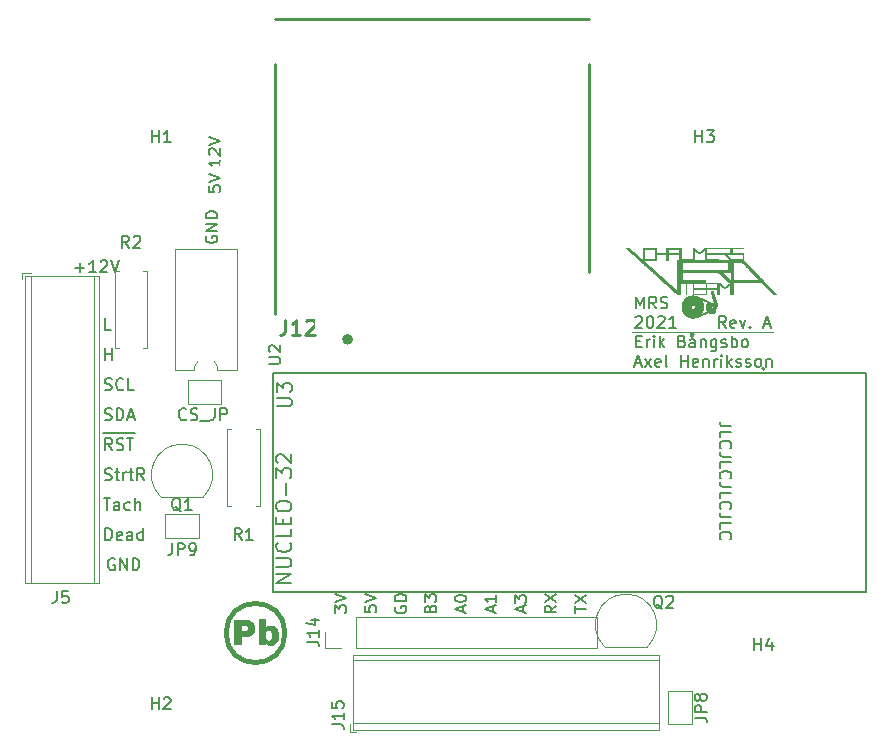
<source format=gto>
G04 #@! TF.GenerationSoftware,KiCad,Pcbnew,(5.1.10)-1*
G04 #@! TF.CreationDate,2021-09-09T16:44:11+02:00*
G04 #@! TF.ProjectId,Motorrumsstyrning,4d6f746f-7272-4756-9d73-737479726e69,rev?*
G04 #@! TF.SameCoordinates,Original*
G04 #@! TF.FileFunction,Legend,Top*
G04 #@! TF.FilePolarity,Positive*
%FSLAX46Y46*%
G04 Gerber Fmt 4.6, Leading zero omitted, Abs format (unit mm)*
G04 Created by KiCad (PCBNEW (5.1.10)-1) date 2021-09-09 16:44:11*
%MOMM*%
%LPD*%
G01*
G04 APERTURE LIST*
%ADD10C,0.150000*%
%ADD11C,0.120000*%
%ADD12C,0.200000*%
%ADD13C,0.254000*%
%ADD14C,0.500000*%
%ADD15C,0.010000*%
%ADD16C,0.400000*%
%ADD17C,0.127000*%
%ADD18C,0.100000*%
%ADD19O,2.102000X2.007000*%
%ADD20C,1.752000*%
%ADD21C,2.302000*%
%ADD22C,1.632000*%
%ADD23O,1.802000X1.802000*%
%ADD24C,1.802000*%
%ADD25O,1.702000X1.702000*%
%ADD26C,1.702000*%
%ADD27O,1.152000X1.602000*%
%ADD28C,7.102000*%
G04 APERTURE END LIST*
D10*
X175299619Y-97488952D02*
X174585333Y-97488952D01*
X174442476Y-97441333D01*
X174347238Y-97346095D01*
X174299619Y-97203238D01*
X174299619Y-97108000D01*
X174299619Y-98441333D02*
X174299619Y-97965142D01*
X175299619Y-97965142D01*
X174394857Y-99346095D02*
X174347238Y-99298476D01*
X174299619Y-99155619D01*
X174299619Y-99060380D01*
X174347238Y-98917523D01*
X174442476Y-98822285D01*
X174537714Y-98774666D01*
X174728190Y-98727047D01*
X174871047Y-98727047D01*
X175061523Y-98774666D01*
X175156761Y-98822285D01*
X175252000Y-98917523D01*
X175299619Y-99060380D01*
X175299619Y-99155619D01*
X175252000Y-99298476D01*
X175204380Y-99346095D01*
X175299619Y-100060380D02*
X174585333Y-100060380D01*
X174442476Y-100012761D01*
X174347238Y-99917523D01*
X174299619Y-99774666D01*
X174299619Y-99679428D01*
X174299619Y-101012761D02*
X174299619Y-100536571D01*
X175299619Y-100536571D01*
X174394857Y-101917523D02*
X174347238Y-101869904D01*
X174299619Y-101727047D01*
X174299619Y-101631809D01*
X174347238Y-101488952D01*
X174442476Y-101393714D01*
X174537714Y-101346095D01*
X174728190Y-101298476D01*
X174871047Y-101298476D01*
X175061523Y-101346095D01*
X175156761Y-101393714D01*
X175252000Y-101488952D01*
X175299619Y-101631809D01*
X175299619Y-101727047D01*
X175252000Y-101869904D01*
X175204380Y-101917523D01*
X175299619Y-102631809D02*
X174585333Y-102631809D01*
X174442476Y-102584190D01*
X174347238Y-102488952D01*
X174299619Y-102346095D01*
X174299619Y-102250857D01*
X174299619Y-103584190D02*
X174299619Y-103108000D01*
X175299619Y-103108000D01*
X174394857Y-104488952D02*
X174347238Y-104441333D01*
X174299619Y-104298476D01*
X174299619Y-104203238D01*
X174347238Y-104060380D01*
X174442476Y-103965142D01*
X174537714Y-103917523D01*
X174728190Y-103869904D01*
X174871047Y-103869904D01*
X175061523Y-103917523D01*
X175156761Y-103965142D01*
X175252000Y-104060380D01*
X175299619Y-104203238D01*
X175299619Y-104298476D01*
X175252000Y-104441333D01*
X175204380Y-104488952D01*
X175299619Y-105203238D02*
X174585333Y-105203238D01*
X174442476Y-105155619D01*
X174347238Y-105060380D01*
X174299619Y-104917523D01*
X174299619Y-104822285D01*
X174299619Y-106155619D02*
X174299619Y-105679428D01*
X175299619Y-105679428D01*
X174394857Y-107060380D02*
X174347238Y-107012761D01*
X174299619Y-106869904D01*
X174299619Y-106774666D01*
X174347238Y-106631809D01*
X174442476Y-106536571D01*
X174537714Y-106488952D01*
X174728190Y-106441333D01*
X174871047Y-106441333D01*
X175061523Y-106488952D01*
X175156761Y-106536571D01*
X175252000Y-106631809D01*
X175299619Y-106774666D01*
X175299619Y-106869904D01*
X175252000Y-107012761D01*
X175204380Y-107060380D01*
X174813738Y-89162380D02*
X174480404Y-88686190D01*
X174242309Y-89162380D02*
X174242309Y-88162380D01*
X174623261Y-88162380D01*
X174718500Y-88210000D01*
X174766119Y-88257619D01*
X174813738Y-88352857D01*
X174813738Y-88495714D01*
X174766119Y-88590952D01*
X174718500Y-88638571D01*
X174623261Y-88686190D01*
X174242309Y-88686190D01*
X175623261Y-89114761D02*
X175528023Y-89162380D01*
X175337547Y-89162380D01*
X175242309Y-89114761D01*
X175194690Y-89019523D01*
X175194690Y-88638571D01*
X175242309Y-88543333D01*
X175337547Y-88495714D01*
X175528023Y-88495714D01*
X175623261Y-88543333D01*
X175670880Y-88638571D01*
X175670880Y-88733809D01*
X175194690Y-88829047D01*
X176004214Y-88495714D02*
X176242309Y-89162380D01*
X176480404Y-88495714D01*
X176861357Y-89067142D02*
X176908976Y-89114761D01*
X176861357Y-89162380D01*
X176813738Y-89114761D01*
X176861357Y-89067142D01*
X176861357Y-89162380D01*
X178051833Y-88876666D02*
X178528023Y-88876666D01*
X177956595Y-89162380D02*
X178289928Y-88162380D01*
X178623261Y-89162380D01*
X141692380Y-113283904D02*
X141692380Y-112664857D01*
X142073333Y-112998190D01*
X142073333Y-112855333D01*
X142120952Y-112760095D01*
X142168571Y-112712476D01*
X142263809Y-112664857D01*
X142501904Y-112664857D01*
X142597142Y-112712476D01*
X142644761Y-112760095D01*
X142692380Y-112855333D01*
X142692380Y-113141047D01*
X142644761Y-113236285D01*
X142597142Y-113283904D01*
X141692380Y-112379142D02*
X142692380Y-112045809D01*
X141692380Y-111712476D01*
X130818000Y-81406904D02*
X130770380Y-81502142D01*
X130770380Y-81645000D01*
X130818000Y-81787857D01*
X130913238Y-81883095D01*
X131008476Y-81930714D01*
X131198952Y-81978333D01*
X131341809Y-81978333D01*
X131532285Y-81930714D01*
X131627523Y-81883095D01*
X131722761Y-81787857D01*
X131770380Y-81645000D01*
X131770380Y-81549761D01*
X131722761Y-81406904D01*
X131675142Y-81359285D01*
X131341809Y-81359285D01*
X131341809Y-81549761D01*
X131770380Y-80930714D02*
X130770380Y-80930714D01*
X131770380Y-80359285D01*
X130770380Y-80359285D01*
X131770380Y-79883095D02*
X130770380Y-79883095D01*
X130770380Y-79645000D01*
X130818000Y-79502142D01*
X130913238Y-79406904D01*
X131008476Y-79359285D01*
X131198952Y-79311666D01*
X131341809Y-79311666D01*
X131532285Y-79359285D01*
X131627523Y-79406904D01*
X131722761Y-79502142D01*
X131770380Y-79645000D01*
X131770380Y-79883095D01*
X132024380Y-74914047D02*
X132024380Y-75485476D01*
X132024380Y-75199761D02*
X131024380Y-75199761D01*
X131167238Y-75295000D01*
X131262476Y-75390238D01*
X131310095Y-75485476D01*
X131119619Y-74533095D02*
X131072000Y-74485476D01*
X131024380Y-74390238D01*
X131024380Y-74152142D01*
X131072000Y-74056904D01*
X131119619Y-74009285D01*
X131214857Y-73961666D01*
X131310095Y-73961666D01*
X131452952Y-74009285D01*
X132024380Y-74580714D01*
X132024380Y-73961666D01*
X131024380Y-73675952D02*
X132024380Y-73342619D01*
X131024380Y-73009285D01*
X131024380Y-77152476D02*
X131024380Y-77628666D01*
X131500571Y-77676285D01*
X131452952Y-77628666D01*
X131405333Y-77533428D01*
X131405333Y-77295333D01*
X131452952Y-77200095D01*
X131500571Y-77152476D01*
X131595809Y-77104857D01*
X131833904Y-77104857D01*
X131929142Y-77152476D01*
X131976761Y-77200095D01*
X132024380Y-77295333D01*
X132024380Y-77533428D01*
X131976761Y-77628666D01*
X131929142Y-77676285D01*
X131024380Y-76819142D02*
X132024380Y-76485809D01*
X131024380Y-76152476D01*
D11*
X178816000Y-89535000D02*
X166878000Y-89535000D01*
D10*
X162012380Y-113283904D02*
X162012380Y-112712476D01*
X163012380Y-112998190D02*
X162012380Y-112998190D01*
X162012380Y-112474380D02*
X163012380Y-111807714D01*
X162012380Y-111807714D02*
X163012380Y-112474380D01*
X160472380Y-112688666D02*
X159996190Y-113022000D01*
X160472380Y-113260095D02*
X159472380Y-113260095D01*
X159472380Y-112879142D01*
X159520000Y-112783904D01*
X159567619Y-112736285D01*
X159662857Y-112688666D01*
X159805714Y-112688666D01*
X159900952Y-112736285D01*
X159948571Y-112783904D01*
X159996190Y-112879142D01*
X159996190Y-113260095D01*
X159472380Y-112355333D02*
X160472380Y-111688666D01*
X159472380Y-111688666D02*
X160472380Y-112355333D01*
X157646666Y-113236285D02*
X157646666Y-112760095D01*
X157932380Y-113331523D02*
X156932380Y-112998190D01*
X157932380Y-112664857D01*
X156932380Y-112426761D02*
X156932380Y-111807714D01*
X157313333Y-112141047D01*
X157313333Y-111998190D01*
X157360952Y-111902952D01*
X157408571Y-111855333D01*
X157503809Y-111807714D01*
X157741904Y-111807714D01*
X157837142Y-111855333D01*
X157884761Y-111902952D01*
X157932380Y-111998190D01*
X157932380Y-112283904D01*
X157884761Y-112379142D01*
X157837142Y-112426761D01*
X155106666Y-113236285D02*
X155106666Y-112760095D01*
X155392380Y-113331523D02*
X154392380Y-112998190D01*
X155392380Y-112664857D01*
X155392380Y-111807714D02*
X155392380Y-112379142D01*
X155392380Y-112093428D02*
X154392380Y-112093428D01*
X154535238Y-112188666D01*
X154630476Y-112283904D01*
X154678095Y-112379142D01*
X152566666Y-113236285D02*
X152566666Y-112760095D01*
X152852380Y-113331523D02*
X151852380Y-112998190D01*
X152852380Y-112664857D01*
X151852380Y-112141047D02*
X151852380Y-112045809D01*
X151900000Y-111950571D01*
X151947619Y-111902952D01*
X152042857Y-111855333D01*
X152233333Y-111807714D01*
X152471428Y-111807714D01*
X152661904Y-111855333D01*
X152757142Y-111902952D01*
X152804761Y-111950571D01*
X152852380Y-112045809D01*
X152852380Y-112141047D01*
X152804761Y-112236285D01*
X152757142Y-112283904D01*
X152661904Y-112331523D01*
X152471428Y-112379142D01*
X152233333Y-112379142D01*
X152042857Y-112331523D01*
X151947619Y-112283904D01*
X151900000Y-112236285D01*
X151852380Y-112141047D01*
X149788571Y-112926761D02*
X149836190Y-112783904D01*
X149883809Y-112736285D01*
X149979047Y-112688666D01*
X150121904Y-112688666D01*
X150217142Y-112736285D01*
X150264761Y-112783904D01*
X150312380Y-112879142D01*
X150312380Y-113260095D01*
X149312380Y-113260095D01*
X149312380Y-112926761D01*
X149360000Y-112831523D01*
X149407619Y-112783904D01*
X149502857Y-112736285D01*
X149598095Y-112736285D01*
X149693333Y-112783904D01*
X149740952Y-112831523D01*
X149788571Y-112926761D01*
X149788571Y-113260095D01*
X149312380Y-112355333D02*
X149312380Y-111736285D01*
X149693333Y-112069619D01*
X149693333Y-111926761D01*
X149740952Y-111831523D01*
X149788571Y-111783904D01*
X149883809Y-111736285D01*
X150121904Y-111736285D01*
X150217142Y-111783904D01*
X150264761Y-111831523D01*
X150312380Y-111926761D01*
X150312380Y-112212476D01*
X150264761Y-112307714D01*
X150217142Y-112355333D01*
X146820000Y-112760095D02*
X146772380Y-112855333D01*
X146772380Y-112998190D01*
X146820000Y-113141047D01*
X146915238Y-113236285D01*
X147010476Y-113283904D01*
X147200952Y-113331523D01*
X147343809Y-113331523D01*
X147534285Y-113283904D01*
X147629523Y-113236285D01*
X147724761Y-113141047D01*
X147772380Y-112998190D01*
X147772380Y-112902952D01*
X147724761Y-112760095D01*
X147677142Y-112712476D01*
X147343809Y-112712476D01*
X147343809Y-112902952D01*
X147772380Y-112283904D02*
X146772380Y-112283904D01*
X146772380Y-112045809D01*
X146820000Y-111902952D01*
X146915238Y-111807714D01*
X147010476Y-111760095D01*
X147200952Y-111712476D01*
X147343809Y-111712476D01*
X147534285Y-111760095D01*
X147629523Y-111807714D01*
X147724761Y-111902952D01*
X147772380Y-112045809D01*
X147772380Y-112283904D01*
X144232380Y-112712476D02*
X144232380Y-113188666D01*
X144708571Y-113236285D01*
X144660952Y-113188666D01*
X144613333Y-113093428D01*
X144613333Y-112855333D01*
X144660952Y-112760095D01*
X144708571Y-112712476D01*
X144803809Y-112664857D01*
X145041904Y-112664857D01*
X145137142Y-112712476D01*
X145184761Y-112760095D01*
X145232380Y-112855333D01*
X145232380Y-113093428D01*
X145184761Y-113188666D01*
X145137142Y-113236285D01*
X144232380Y-112379142D02*
X145232380Y-112045809D01*
X144232380Y-111712476D01*
X129127428Y-96877142D02*
X129079809Y-96924761D01*
X128936952Y-96972380D01*
X128841714Y-96972380D01*
X128698857Y-96924761D01*
X128603619Y-96829523D01*
X128556000Y-96734285D01*
X128508380Y-96543809D01*
X128508380Y-96400952D01*
X128556000Y-96210476D01*
X128603619Y-96115238D01*
X128698857Y-96020000D01*
X128841714Y-95972380D01*
X128936952Y-95972380D01*
X129079809Y-96020000D01*
X129127428Y-96067619D01*
X129508380Y-96924761D02*
X129651238Y-96972380D01*
X129889333Y-96972380D01*
X129984571Y-96924761D01*
X130032190Y-96877142D01*
X130079809Y-96781904D01*
X130079809Y-96686666D01*
X130032190Y-96591428D01*
X129984571Y-96543809D01*
X129889333Y-96496190D01*
X129698857Y-96448571D01*
X129603619Y-96400952D01*
X129556000Y-96353333D01*
X129508380Y-96258095D01*
X129508380Y-96162857D01*
X129556000Y-96067619D01*
X129603619Y-96020000D01*
X129698857Y-95972380D01*
X129936952Y-95972380D01*
X130079809Y-96020000D01*
X130270285Y-97067619D02*
X131032190Y-97067619D01*
X131556000Y-95972380D02*
X131556000Y-96686666D01*
X131508380Y-96829523D01*
X131413142Y-96924761D01*
X131270285Y-96972380D01*
X131175047Y-96972380D01*
X132032190Y-96972380D02*
X132032190Y-95972380D01*
X132413142Y-95972380D01*
X132508380Y-96020000D01*
X132556000Y-96067619D01*
X132603619Y-96162857D01*
X132603619Y-96305714D01*
X132556000Y-96400952D01*
X132508380Y-96448571D01*
X132413142Y-96496190D01*
X132032190Y-96496190D01*
D12*
X122050000Y-98080000D02*
X123050000Y-98080000D01*
X122859523Y-99512380D02*
X122526190Y-99036190D01*
X122288095Y-99512380D02*
X122288095Y-98512380D01*
X122669047Y-98512380D01*
X122764285Y-98560000D01*
X122811904Y-98607619D01*
X122859523Y-98702857D01*
X122859523Y-98845714D01*
X122811904Y-98940952D01*
X122764285Y-98988571D01*
X122669047Y-99036190D01*
X122288095Y-99036190D01*
X123050000Y-98080000D02*
X124002380Y-98080000D01*
X123240476Y-99464761D02*
X123383333Y-99512380D01*
X123621428Y-99512380D01*
X123716666Y-99464761D01*
X123764285Y-99417142D01*
X123811904Y-99321904D01*
X123811904Y-99226666D01*
X123764285Y-99131428D01*
X123716666Y-99083809D01*
X123621428Y-99036190D01*
X123430952Y-98988571D01*
X123335714Y-98940952D01*
X123288095Y-98893333D01*
X123240476Y-98798095D01*
X123240476Y-98702857D01*
X123288095Y-98607619D01*
X123335714Y-98560000D01*
X123430952Y-98512380D01*
X123669047Y-98512380D01*
X123811904Y-98560000D01*
X124002380Y-98080000D02*
X124764285Y-98080000D01*
X124097619Y-98512380D02*
X124669047Y-98512380D01*
X124383333Y-99512380D02*
X124383333Y-98512380D01*
X122240476Y-102004761D02*
X122383333Y-102052380D01*
X122621428Y-102052380D01*
X122716666Y-102004761D01*
X122764285Y-101957142D01*
X122811904Y-101861904D01*
X122811904Y-101766666D01*
X122764285Y-101671428D01*
X122716666Y-101623809D01*
X122621428Y-101576190D01*
X122430952Y-101528571D01*
X122335714Y-101480952D01*
X122288095Y-101433333D01*
X122240476Y-101338095D01*
X122240476Y-101242857D01*
X122288095Y-101147619D01*
X122335714Y-101100000D01*
X122430952Y-101052380D01*
X122669047Y-101052380D01*
X122811904Y-101100000D01*
X123097619Y-101385714D02*
X123478571Y-101385714D01*
X123240476Y-101052380D02*
X123240476Y-101909523D01*
X123288095Y-102004761D01*
X123383333Y-102052380D01*
X123478571Y-102052380D01*
X123811904Y-102052380D02*
X123811904Y-101385714D01*
X123811904Y-101576190D02*
X123859523Y-101480952D01*
X123907142Y-101433333D01*
X124002380Y-101385714D01*
X124097619Y-101385714D01*
X124288095Y-101385714D02*
X124669047Y-101385714D01*
X124430952Y-101052380D02*
X124430952Y-101909523D01*
X124478571Y-102004761D01*
X124573809Y-102052380D01*
X124669047Y-102052380D01*
X125573809Y-102052380D02*
X125240476Y-101576190D01*
X125002380Y-102052380D02*
X125002380Y-101052380D01*
X125383333Y-101052380D01*
X125478571Y-101100000D01*
X125526190Y-101147619D01*
X125573809Y-101242857D01*
X125573809Y-101385714D01*
X125526190Y-101480952D01*
X125478571Y-101528571D01*
X125383333Y-101576190D01*
X125002380Y-101576190D01*
X123065904Y-108720000D02*
X122970666Y-108672380D01*
X122827809Y-108672380D01*
X122684952Y-108720000D01*
X122589714Y-108815238D01*
X122542095Y-108910476D01*
X122494476Y-109100952D01*
X122494476Y-109243809D01*
X122542095Y-109434285D01*
X122589714Y-109529523D01*
X122684952Y-109624761D01*
X122827809Y-109672380D01*
X122923047Y-109672380D01*
X123065904Y-109624761D01*
X123113523Y-109577142D01*
X123113523Y-109243809D01*
X122923047Y-109243809D01*
X123542095Y-109672380D02*
X123542095Y-108672380D01*
X124113523Y-109672380D01*
X124113523Y-108672380D01*
X124589714Y-109672380D02*
X124589714Y-108672380D01*
X124827809Y-108672380D01*
X124970666Y-108720000D01*
X125065904Y-108815238D01*
X125113523Y-108910476D01*
X125161142Y-109100952D01*
X125161142Y-109243809D01*
X125113523Y-109434285D01*
X125065904Y-109529523D01*
X124970666Y-109624761D01*
X124827809Y-109672380D01*
X124589714Y-109672380D01*
X122288095Y-107132380D02*
X122288095Y-106132380D01*
X122526190Y-106132380D01*
X122669047Y-106180000D01*
X122764285Y-106275238D01*
X122811904Y-106370476D01*
X122859523Y-106560952D01*
X122859523Y-106703809D01*
X122811904Y-106894285D01*
X122764285Y-106989523D01*
X122669047Y-107084761D01*
X122526190Y-107132380D01*
X122288095Y-107132380D01*
X123669047Y-107084761D02*
X123573809Y-107132380D01*
X123383333Y-107132380D01*
X123288095Y-107084761D01*
X123240476Y-106989523D01*
X123240476Y-106608571D01*
X123288095Y-106513333D01*
X123383333Y-106465714D01*
X123573809Y-106465714D01*
X123669047Y-106513333D01*
X123716666Y-106608571D01*
X123716666Y-106703809D01*
X123240476Y-106799047D01*
X124573809Y-107132380D02*
X124573809Y-106608571D01*
X124526190Y-106513333D01*
X124430952Y-106465714D01*
X124240476Y-106465714D01*
X124145238Y-106513333D01*
X124573809Y-107084761D02*
X124478571Y-107132380D01*
X124240476Y-107132380D01*
X124145238Y-107084761D01*
X124097619Y-106989523D01*
X124097619Y-106894285D01*
X124145238Y-106799047D01*
X124240476Y-106751428D01*
X124478571Y-106751428D01*
X124573809Y-106703809D01*
X125478571Y-107132380D02*
X125478571Y-106132380D01*
X125478571Y-107084761D02*
X125383333Y-107132380D01*
X125192857Y-107132380D01*
X125097619Y-107084761D01*
X125050000Y-107037142D01*
X125002380Y-106941904D01*
X125002380Y-106656190D01*
X125050000Y-106560952D01*
X125097619Y-106513333D01*
X125192857Y-106465714D01*
X125383333Y-106465714D01*
X125478571Y-106513333D01*
X122145238Y-103592380D02*
X122716666Y-103592380D01*
X122430952Y-104592380D02*
X122430952Y-103592380D01*
X123478571Y-104592380D02*
X123478571Y-104068571D01*
X123430952Y-103973333D01*
X123335714Y-103925714D01*
X123145238Y-103925714D01*
X123050000Y-103973333D01*
X123478571Y-104544761D02*
X123383333Y-104592380D01*
X123145238Y-104592380D01*
X123050000Y-104544761D01*
X123002380Y-104449523D01*
X123002380Y-104354285D01*
X123050000Y-104259047D01*
X123145238Y-104211428D01*
X123383333Y-104211428D01*
X123478571Y-104163809D01*
X124383333Y-104544761D02*
X124288095Y-104592380D01*
X124097619Y-104592380D01*
X124002380Y-104544761D01*
X123954761Y-104497142D01*
X123907142Y-104401904D01*
X123907142Y-104116190D01*
X123954761Y-104020952D01*
X124002380Y-103973333D01*
X124097619Y-103925714D01*
X124288095Y-103925714D01*
X124383333Y-103973333D01*
X124811904Y-104592380D02*
X124811904Y-103592380D01*
X125240476Y-104592380D02*
X125240476Y-104068571D01*
X125192857Y-103973333D01*
X125097619Y-103925714D01*
X124954761Y-103925714D01*
X124859523Y-103973333D01*
X124811904Y-104020952D01*
X122240476Y-94384761D02*
X122383333Y-94432380D01*
X122621428Y-94432380D01*
X122716666Y-94384761D01*
X122764285Y-94337142D01*
X122811904Y-94241904D01*
X122811904Y-94146666D01*
X122764285Y-94051428D01*
X122716666Y-94003809D01*
X122621428Y-93956190D01*
X122430952Y-93908571D01*
X122335714Y-93860952D01*
X122288095Y-93813333D01*
X122240476Y-93718095D01*
X122240476Y-93622857D01*
X122288095Y-93527619D01*
X122335714Y-93480000D01*
X122430952Y-93432380D01*
X122669047Y-93432380D01*
X122811904Y-93480000D01*
X123811904Y-94337142D02*
X123764285Y-94384761D01*
X123621428Y-94432380D01*
X123526190Y-94432380D01*
X123383333Y-94384761D01*
X123288095Y-94289523D01*
X123240476Y-94194285D01*
X123192857Y-94003809D01*
X123192857Y-93860952D01*
X123240476Y-93670476D01*
X123288095Y-93575238D01*
X123383333Y-93480000D01*
X123526190Y-93432380D01*
X123621428Y-93432380D01*
X123764285Y-93480000D01*
X123811904Y-93527619D01*
X124716666Y-94432380D02*
X124240476Y-94432380D01*
X124240476Y-93432380D01*
X122240476Y-96924761D02*
X122383333Y-96972380D01*
X122621428Y-96972380D01*
X122716666Y-96924761D01*
X122764285Y-96877142D01*
X122811904Y-96781904D01*
X122811904Y-96686666D01*
X122764285Y-96591428D01*
X122716666Y-96543809D01*
X122621428Y-96496190D01*
X122430952Y-96448571D01*
X122335714Y-96400952D01*
X122288095Y-96353333D01*
X122240476Y-96258095D01*
X122240476Y-96162857D01*
X122288095Y-96067619D01*
X122335714Y-96020000D01*
X122430952Y-95972380D01*
X122669047Y-95972380D01*
X122811904Y-96020000D01*
X123240476Y-96972380D02*
X123240476Y-95972380D01*
X123478571Y-95972380D01*
X123621428Y-96020000D01*
X123716666Y-96115238D01*
X123764285Y-96210476D01*
X123811904Y-96400952D01*
X123811904Y-96543809D01*
X123764285Y-96734285D01*
X123716666Y-96829523D01*
X123621428Y-96924761D01*
X123478571Y-96972380D01*
X123240476Y-96972380D01*
X124192857Y-96686666D02*
X124669047Y-96686666D01*
X124097619Y-96972380D02*
X124430952Y-95972380D01*
X124764285Y-96972380D01*
X122288095Y-91892380D02*
X122288095Y-90892380D01*
X122288095Y-91368571D02*
X122859523Y-91368571D01*
X122859523Y-91892380D02*
X122859523Y-90892380D01*
X122764285Y-89352380D02*
X122288095Y-89352380D01*
X122288095Y-88352380D01*
X119738095Y-84071428D02*
X120500000Y-84071428D01*
X120119047Y-84452380D02*
X120119047Y-83690476D01*
X121500000Y-84452380D02*
X120928571Y-84452380D01*
X121214285Y-84452380D02*
X121214285Y-83452380D01*
X121119047Y-83595238D01*
X121023809Y-83690476D01*
X120928571Y-83738095D01*
X121880952Y-83547619D02*
X121928571Y-83500000D01*
X122023809Y-83452380D01*
X122261904Y-83452380D01*
X122357142Y-83500000D01*
X122404761Y-83547619D01*
X122452380Y-83642857D01*
X122452380Y-83738095D01*
X122404761Y-83880952D01*
X121833333Y-84452380D01*
X122452380Y-84452380D01*
X122738095Y-83452380D02*
X123071428Y-84452380D01*
X123404761Y-83452380D01*
D10*
X167213595Y-87512380D02*
X167213595Y-86512380D01*
X167546928Y-87226666D01*
X167880261Y-86512380D01*
X167880261Y-87512380D01*
X168927880Y-87512380D02*
X168594547Y-87036190D01*
X168356452Y-87512380D02*
X168356452Y-86512380D01*
X168737404Y-86512380D01*
X168832642Y-86560000D01*
X168880261Y-86607619D01*
X168927880Y-86702857D01*
X168927880Y-86845714D01*
X168880261Y-86940952D01*
X168832642Y-86988571D01*
X168737404Y-87036190D01*
X168356452Y-87036190D01*
X169308833Y-87464761D02*
X169451690Y-87512380D01*
X169689785Y-87512380D01*
X169785023Y-87464761D01*
X169832642Y-87417142D01*
X169880261Y-87321904D01*
X169880261Y-87226666D01*
X169832642Y-87131428D01*
X169785023Y-87083809D01*
X169689785Y-87036190D01*
X169499309Y-86988571D01*
X169404071Y-86940952D01*
X169356452Y-86893333D01*
X169308833Y-86798095D01*
X169308833Y-86702857D01*
X169356452Y-86607619D01*
X169404071Y-86560000D01*
X169499309Y-86512380D01*
X169737404Y-86512380D01*
X169880261Y-86560000D01*
X167165976Y-88257619D02*
X167213595Y-88210000D01*
X167308833Y-88162380D01*
X167546928Y-88162380D01*
X167642166Y-88210000D01*
X167689785Y-88257619D01*
X167737404Y-88352857D01*
X167737404Y-88448095D01*
X167689785Y-88590952D01*
X167118357Y-89162380D01*
X167737404Y-89162380D01*
X168356452Y-88162380D02*
X168451690Y-88162380D01*
X168546928Y-88210000D01*
X168594547Y-88257619D01*
X168642166Y-88352857D01*
X168689785Y-88543333D01*
X168689785Y-88781428D01*
X168642166Y-88971904D01*
X168594547Y-89067142D01*
X168546928Y-89114761D01*
X168451690Y-89162380D01*
X168356452Y-89162380D01*
X168261214Y-89114761D01*
X168213595Y-89067142D01*
X168165976Y-88971904D01*
X168118357Y-88781428D01*
X168118357Y-88543333D01*
X168165976Y-88352857D01*
X168213595Y-88257619D01*
X168261214Y-88210000D01*
X168356452Y-88162380D01*
X169070738Y-88257619D02*
X169118357Y-88210000D01*
X169213595Y-88162380D01*
X169451690Y-88162380D01*
X169546928Y-88210000D01*
X169594547Y-88257619D01*
X169642166Y-88352857D01*
X169642166Y-88448095D01*
X169594547Y-88590952D01*
X169023119Y-89162380D01*
X169642166Y-89162380D01*
X170594547Y-89162380D02*
X170023119Y-89162380D01*
X170308833Y-89162380D02*
X170308833Y-88162380D01*
X170213595Y-88305238D01*
X170118357Y-88400476D01*
X170023119Y-88448095D01*
X167213595Y-90288571D02*
X167546928Y-90288571D01*
X167689785Y-90812380D02*
X167213595Y-90812380D01*
X167213595Y-89812380D01*
X167689785Y-89812380D01*
X168118357Y-90812380D02*
X168118357Y-90145714D01*
X168118357Y-90336190D02*
X168165976Y-90240952D01*
X168213595Y-90193333D01*
X168308833Y-90145714D01*
X168404071Y-90145714D01*
X168737404Y-90812380D02*
X168737404Y-90145714D01*
X168737404Y-89812380D02*
X168689785Y-89860000D01*
X168737404Y-89907619D01*
X168785023Y-89860000D01*
X168737404Y-89812380D01*
X168737404Y-89907619D01*
X169213595Y-90812380D02*
X169213595Y-89812380D01*
X169308833Y-90431428D02*
X169594547Y-90812380D01*
X169594547Y-90145714D02*
X169213595Y-90526666D01*
X171118357Y-90288571D02*
X171261214Y-90336190D01*
X171308833Y-90383809D01*
X171356452Y-90479047D01*
X171356452Y-90621904D01*
X171308833Y-90717142D01*
X171261214Y-90764761D01*
X171165976Y-90812380D01*
X170785023Y-90812380D01*
X170785023Y-89812380D01*
X171118357Y-89812380D01*
X171213595Y-89860000D01*
X171261214Y-89907619D01*
X171308833Y-90002857D01*
X171308833Y-90098095D01*
X171261214Y-90193333D01*
X171213595Y-90240952D01*
X171118357Y-90288571D01*
X170785023Y-90288571D01*
X172213595Y-90812380D02*
X172213595Y-90288571D01*
X172165976Y-90193333D01*
X172070738Y-90145714D01*
X171880261Y-90145714D01*
X171785023Y-90193333D01*
X172213595Y-90764761D02*
X172118357Y-90812380D01*
X171880261Y-90812380D01*
X171785023Y-90764761D01*
X171737404Y-90669523D01*
X171737404Y-90574285D01*
X171785023Y-90479047D01*
X171880261Y-90431428D01*
X172118357Y-90431428D01*
X172213595Y-90383809D01*
X171975500Y-89907619D02*
X171880261Y-89860000D01*
X171832642Y-89764761D01*
X171880261Y-89669523D01*
X171975500Y-89621904D01*
X172070738Y-89669523D01*
X172118357Y-89764761D01*
X172070738Y-89860000D01*
X171975500Y-89907619D01*
X172689785Y-90145714D02*
X172689785Y-90812380D01*
X172689785Y-90240952D02*
X172737404Y-90193333D01*
X172832642Y-90145714D01*
X172975500Y-90145714D01*
X173070738Y-90193333D01*
X173118357Y-90288571D01*
X173118357Y-90812380D01*
X174023119Y-90145714D02*
X174023119Y-90955238D01*
X173975500Y-91050476D01*
X173927880Y-91098095D01*
X173832642Y-91145714D01*
X173689785Y-91145714D01*
X173594547Y-91098095D01*
X174023119Y-90764761D02*
X173927880Y-90812380D01*
X173737404Y-90812380D01*
X173642166Y-90764761D01*
X173594547Y-90717142D01*
X173546928Y-90621904D01*
X173546928Y-90336190D01*
X173594547Y-90240952D01*
X173642166Y-90193333D01*
X173737404Y-90145714D01*
X173927880Y-90145714D01*
X174023119Y-90193333D01*
X174451690Y-90764761D02*
X174546928Y-90812380D01*
X174737404Y-90812380D01*
X174832642Y-90764761D01*
X174880261Y-90669523D01*
X174880261Y-90621904D01*
X174832642Y-90526666D01*
X174737404Y-90479047D01*
X174594547Y-90479047D01*
X174499309Y-90431428D01*
X174451690Y-90336190D01*
X174451690Y-90288571D01*
X174499309Y-90193333D01*
X174594547Y-90145714D01*
X174737404Y-90145714D01*
X174832642Y-90193333D01*
X175308833Y-90812380D02*
X175308833Y-89812380D01*
X175308833Y-90193333D02*
X175404071Y-90145714D01*
X175594547Y-90145714D01*
X175689785Y-90193333D01*
X175737404Y-90240952D01*
X175785023Y-90336190D01*
X175785023Y-90621904D01*
X175737404Y-90717142D01*
X175689785Y-90764761D01*
X175594547Y-90812380D01*
X175404071Y-90812380D01*
X175308833Y-90764761D01*
X176356452Y-90812380D02*
X176261214Y-90764761D01*
X176213595Y-90717142D01*
X176165976Y-90621904D01*
X176165976Y-90336190D01*
X176213595Y-90240952D01*
X176261214Y-90193333D01*
X176356452Y-90145714D01*
X176499309Y-90145714D01*
X176594547Y-90193333D01*
X176642166Y-90240952D01*
X176689785Y-90336190D01*
X176689785Y-90621904D01*
X176642166Y-90717142D01*
X176594547Y-90764761D01*
X176499309Y-90812380D01*
X176356452Y-90812380D01*
X167165976Y-92176666D02*
X167642166Y-92176666D01*
X167070738Y-92462380D02*
X167404071Y-91462380D01*
X167737404Y-92462380D01*
X167975500Y-92462380D02*
X168499309Y-91795714D01*
X167975500Y-91795714D02*
X168499309Y-92462380D01*
X169261214Y-92414761D02*
X169165976Y-92462380D01*
X168975500Y-92462380D01*
X168880261Y-92414761D01*
X168832642Y-92319523D01*
X168832642Y-91938571D01*
X168880261Y-91843333D01*
X168975500Y-91795714D01*
X169165976Y-91795714D01*
X169261214Y-91843333D01*
X169308833Y-91938571D01*
X169308833Y-92033809D01*
X168832642Y-92129047D01*
X169880261Y-92462380D02*
X169785023Y-92414761D01*
X169737404Y-92319523D01*
X169737404Y-91462380D01*
X171023119Y-92462380D02*
X171023119Y-91462380D01*
X171023119Y-91938571D02*
X171594547Y-91938571D01*
X171594547Y-92462380D02*
X171594547Y-91462380D01*
X172451690Y-92414761D02*
X172356452Y-92462380D01*
X172165976Y-92462380D01*
X172070738Y-92414761D01*
X172023119Y-92319523D01*
X172023119Y-91938571D01*
X172070738Y-91843333D01*
X172165976Y-91795714D01*
X172356452Y-91795714D01*
X172451690Y-91843333D01*
X172499309Y-91938571D01*
X172499309Y-92033809D01*
X172023119Y-92129047D01*
X172927880Y-91795714D02*
X172927880Y-92462380D01*
X172927880Y-91890952D02*
X172975500Y-91843333D01*
X173070738Y-91795714D01*
X173213595Y-91795714D01*
X173308833Y-91843333D01*
X173356452Y-91938571D01*
X173356452Y-92462380D01*
X173832642Y-92462380D02*
X173832642Y-91795714D01*
X173832642Y-91986190D02*
X173880261Y-91890952D01*
X173927880Y-91843333D01*
X174023119Y-91795714D01*
X174118357Y-91795714D01*
X174451690Y-92462380D02*
X174451690Y-91795714D01*
X174451690Y-91462380D02*
X174404071Y-91510000D01*
X174451690Y-91557619D01*
X174499309Y-91510000D01*
X174451690Y-91462380D01*
X174451690Y-91557619D01*
X174927880Y-92462380D02*
X174927880Y-91462380D01*
X175023119Y-92081428D02*
X175308833Y-92462380D01*
X175308833Y-91795714D02*
X174927880Y-92176666D01*
X175689785Y-92414761D02*
X175785023Y-92462380D01*
X175975500Y-92462380D01*
X176070738Y-92414761D01*
X176118357Y-92319523D01*
X176118357Y-92271904D01*
X176070738Y-92176666D01*
X175975500Y-92129047D01*
X175832642Y-92129047D01*
X175737404Y-92081428D01*
X175689785Y-91986190D01*
X175689785Y-91938571D01*
X175737404Y-91843333D01*
X175832642Y-91795714D01*
X175975500Y-91795714D01*
X176070738Y-91843333D01*
X176499309Y-92414761D02*
X176594547Y-92462380D01*
X176785023Y-92462380D01*
X176880261Y-92414761D01*
X176927880Y-92319523D01*
X176927880Y-92271904D01*
X176880261Y-92176666D01*
X176785023Y-92129047D01*
X176642166Y-92129047D01*
X176546928Y-92081428D01*
X176499309Y-91986190D01*
X176499309Y-91938571D01*
X176546928Y-91843333D01*
X176642166Y-91795714D01*
X176785023Y-91795714D01*
X176880261Y-91843333D01*
X177499309Y-92462380D02*
X177404071Y-92414761D01*
X177356452Y-92367142D01*
X177308833Y-92271904D01*
X177308833Y-91986190D01*
X177356452Y-91890952D01*
X177404071Y-91843333D01*
X177499309Y-91795714D01*
X177642166Y-91795714D01*
X177737404Y-91843333D01*
X177785023Y-91890952D01*
X177832642Y-91986190D01*
X177832642Y-92271904D01*
X177785023Y-92367142D01*
X177737404Y-92414761D01*
X177642166Y-92462380D01*
X177499309Y-92462380D01*
X178261214Y-91795714D02*
X178261214Y-92462380D01*
X178261214Y-91890952D02*
X178308833Y-91843333D01*
X178404071Y-91795714D01*
X178546928Y-91795714D01*
X178642166Y-91843333D01*
X178689785Y-91938571D01*
X178689785Y-92462380D01*
D11*
X130178000Y-104918000D02*
X130178000Y-106918000D01*
X127378000Y-104918000D02*
X130178000Y-104918000D01*
X127378000Y-106918000D02*
X127378000Y-104918000D01*
X130178000Y-106918000D02*
X127378000Y-106918000D01*
X169942000Y-119922000D02*
X171942000Y-119922000D01*
X169942000Y-122722000D02*
X169942000Y-119922000D01*
X171942000Y-122722000D02*
X169942000Y-122722000D01*
X171942000Y-119922000D02*
X171942000Y-122722000D01*
D13*
X163250000Y-63000000D02*
X136650000Y-63000000D01*
X163250000Y-84413000D02*
X163250000Y-66786330D01*
X136650000Y-88000000D02*
X136650000Y-66786330D01*
D14*
X142999670Y-90137330D02*
G75*
G03*
X142999670Y-90137330I-209335J0D01*
G01*
D15*
G36*
X133889282Y-113913552D02*
G01*
X134004639Y-113913966D01*
X134098183Y-113914823D01*
X134173122Y-113916257D01*
X134232658Y-113918406D01*
X134279999Y-113921404D01*
X134318348Y-113925388D01*
X134350910Y-113930493D01*
X134380891Y-113936856D01*
X134397412Y-113940933D01*
X134537290Y-113987393D01*
X134654036Y-114049686D01*
X134748374Y-114128566D01*
X134821026Y-114224788D01*
X134872718Y-114339107D01*
X134903586Y-114468445D01*
X134912764Y-114605201D01*
X134898206Y-114735987D01*
X134861376Y-114857579D01*
X134803741Y-114966752D01*
X134726767Y-115060281D01*
X134631920Y-115134942D01*
X134589851Y-115158527D01*
X134518961Y-115190725D01*
X134447220Y-115215245D01*
X134369412Y-115232956D01*
X134280318Y-115244727D01*
X134174723Y-115251427D01*
X134047409Y-115253927D01*
X134017020Y-115254000D01*
X133744111Y-115254000D01*
X133744111Y-115973666D01*
X133207889Y-115973666D01*
X133207889Y-114877188D01*
X133744111Y-114877188D01*
X133938654Y-114869486D01*
X134042030Y-114863670D01*
X134119397Y-114855317D01*
X134172874Y-114844166D01*
X134188609Y-114838632D01*
X134249474Y-114806955D01*
X134291550Y-114767344D01*
X134324257Y-114710922D01*
X134324349Y-114710722D01*
X134345483Y-114635940D01*
X134347930Y-114552976D01*
X134331693Y-114474797D01*
X134324349Y-114456722D01*
X134296613Y-114406829D01*
X134262424Y-114368654D01*
X134217741Y-114340532D01*
X134158525Y-114320802D01*
X134080735Y-114307800D01*
X133980332Y-114299864D01*
X133938654Y-114297957D01*
X133744111Y-114290256D01*
X133744111Y-114877188D01*
X133207889Y-114877188D01*
X133207889Y-113913444D01*
X133748909Y-113913444D01*
X133889282Y-113913552D01*
G37*
X133889282Y-113913552D02*
X134004639Y-113913966D01*
X134098183Y-113914823D01*
X134173122Y-113916257D01*
X134232658Y-113918406D01*
X134279999Y-113921404D01*
X134318348Y-113925388D01*
X134350910Y-113930493D01*
X134380891Y-113936856D01*
X134397412Y-113940933D01*
X134537290Y-113987393D01*
X134654036Y-114049686D01*
X134748374Y-114128566D01*
X134821026Y-114224788D01*
X134872718Y-114339107D01*
X134903586Y-114468445D01*
X134912764Y-114605201D01*
X134898206Y-114735987D01*
X134861376Y-114857579D01*
X134803741Y-114966752D01*
X134726767Y-115060281D01*
X134631920Y-115134942D01*
X134589851Y-115158527D01*
X134518961Y-115190725D01*
X134447220Y-115215245D01*
X134369412Y-115232956D01*
X134280318Y-115244727D01*
X134174723Y-115251427D01*
X134047409Y-115253927D01*
X134017020Y-115254000D01*
X133744111Y-115254000D01*
X133744111Y-115973666D01*
X133207889Y-115973666D01*
X133207889Y-114877188D01*
X133744111Y-114877188D01*
X133938654Y-114869486D01*
X134042030Y-114863670D01*
X134119397Y-114855317D01*
X134172874Y-114844166D01*
X134188609Y-114838632D01*
X134249474Y-114806955D01*
X134291550Y-114767344D01*
X134324257Y-114710922D01*
X134324349Y-114710722D01*
X134345483Y-114635940D01*
X134347930Y-114552976D01*
X134331693Y-114474797D01*
X134324349Y-114456722D01*
X134296613Y-114406829D01*
X134262424Y-114368654D01*
X134217741Y-114340532D01*
X134158525Y-114320802D01*
X134080735Y-114307800D01*
X133980332Y-114299864D01*
X133938654Y-114297957D01*
X133744111Y-114290256D01*
X133744111Y-114877188D01*
X133207889Y-114877188D01*
X133207889Y-113913444D01*
X133748909Y-113913444D01*
X133889282Y-113913552D01*
G36*
X135762000Y-114634455D02*
G01*
X135835212Y-114561243D01*
X135900002Y-114506255D01*
X135974164Y-114458049D01*
X136001017Y-114444154D01*
X136041416Y-114425744D01*
X136075385Y-114413361D01*
X136110221Y-114405813D01*
X136153218Y-114401912D01*
X136211671Y-114400466D01*
X136270000Y-114400277D01*
X136344988Y-114400682D01*
X136398860Y-114402647D01*
X136438718Y-114407298D01*
X136471665Y-114415762D01*
X136504804Y-114429164D01*
X136531055Y-114441665D01*
X136626765Y-114502863D01*
X136714838Y-114586988D01*
X136791686Y-114689038D01*
X136853719Y-114804009D01*
X136897346Y-114926897D01*
X136906343Y-114964722D01*
X136916224Y-115034012D01*
X136921932Y-115121483D01*
X136923468Y-115217402D01*
X136920831Y-115312037D01*
X136914022Y-115395656D01*
X136906343Y-115444500D01*
X136869200Y-115568231D01*
X136812795Y-115685571D01*
X136740702Y-115791545D01*
X136656492Y-115881180D01*
X136563740Y-115949500D01*
X136531055Y-115966912D01*
X136489286Y-115985573D01*
X136451386Y-115997852D01*
X136409004Y-116005304D01*
X136353789Y-116009487D01*
X136291166Y-116011618D01*
X136195153Y-116011507D01*
X136121779Y-116005869D01*
X136079500Y-115996948D01*
X135970492Y-115950512D01*
X135877031Y-115886368D01*
X135833341Y-115846109D01*
X135762000Y-115774767D01*
X135762000Y-115973666D01*
X135254000Y-115973666D01*
X135254000Y-115192363D01*
X135766667Y-115192363D01*
X135772110Y-115293314D01*
X135789103Y-115389591D01*
X135816274Y-115475104D01*
X135852250Y-115543759D01*
X135883947Y-115580317D01*
X135951685Y-115622246D01*
X136032755Y-115645688D01*
X136118307Y-115649608D01*
X136199494Y-115632971D01*
X136228213Y-115620610D01*
X136294164Y-115571276D01*
X136344120Y-115498825D01*
X136378004Y-115403444D01*
X136395738Y-115285321D01*
X136398596Y-115204611D01*
X136390702Y-115073014D01*
X136366946Y-114964678D01*
X136327218Y-114879446D01*
X136271408Y-114817161D01*
X136199407Y-114777667D01*
X136111103Y-114760807D01*
X136086555Y-114760111D01*
X135995531Y-114770542D01*
X135920634Y-114802412D01*
X135861052Y-114856583D01*
X135815976Y-114933919D01*
X135784596Y-115035282D01*
X135774145Y-115092830D01*
X135766667Y-115192363D01*
X135254000Y-115192363D01*
X135254000Y-113828777D01*
X135762000Y-113828777D01*
X135762000Y-114634455D01*
G37*
X135762000Y-114634455D02*
X135835212Y-114561243D01*
X135900002Y-114506255D01*
X135974164Y-114458049D01*
X136001017Y-114444154D01*
X136041416Y-114425744D01*
X136075385Y-114413361D01*
X136110221Y-114405813D01*
X136153218Y-114401912D01*
X136211671Y-114400466D01*
X136270000Y-114400277D01*
X136344988Y-114400682D01*
X136398860Y-114402647D01*
X136438718Y-114407298D01*
X136471665Y-114415762D01*
X136504804Y-114429164D01*
X136531055Y-114441665D01*
X136626765Y-114502863D01*
X136714838Y-114586988D01*
X136791686Y-114689038D01*
X136853719Y-114804009D01*
X136897346Y-114926897D01*
X136906343Y-114964722D01*
X136916224Y-115034012D01*
X136921932Y-115121483D01*
X136923468Y-115217402D01*
X136920831Y-115312037D01*
X136914022Y-115395656D01*
X136906343Y-115444500D01*
X136869200Y-115568231D01*
X136812795Y-115685571D01*
X136740702Y-115791545D01*
X136656492Y-115881180D01*
X136563740Y-115949500D01*
X136531055Y-115966912D01*
X136489286Y-115985573D01*
X136451386Y-115997852D01*
X136409004Y-116005304D01*
X136353789Y-116009487D01*
X136291166Y-116011618D01*
X136195153Y-116011507D01*
X136121779Y-116005869D01*
X136079500Y-115996948D01*
X135970492Y-115950512D01*
X135877031Y-115886368D01*
X135833341Y-115846109D01*
X135762000Y-115774767D01*
X135762000Y-115973666D01*
X135254000Y-115973666D01*
X135254000Y-115192363D01*
X135766667Y-115192363D01*
X135772110Y-115293314D01*
X135789103Y-115389591D01*
X135816274Y-115475104D01*
X135852250Y-115543759D01*
X135883947Y-115580317D01*
X135951685Y-115622246D01*
X136032755Y-115645688D01*
X136118307Y-115649608D01*
X136199494Y-115632971D01*
X136228213Y-115620610D01*
X136294164Y-115571276D01*
X136344120Y-115498825D01*
X136378004Y-115403444D01*
X136395738Y-115285321D01*
X136398596Y-115204611D01*
X136390702Y-115073014D01*
X136366946Y-114964678D01*
X136327218Y-114879446D01*
X136271408Y-114817161D01*
X136199407Y-114777667D01*
X136111103Y-114760807D01*
X136086555Y-114760111D01*
X135995531Y-114770542D01*
X135920634Y-114802412D01*
X135861052Y-114856583D01*
X135815976Y-114933919D01*
X135784596Y-115035282D01*
X135774145Y-115092830D01*
X135766667Y-115192363D01*
X135254000Y-115192363D01*
X135254000Y-113828777D01*
X135762000Y-113828777D01*
X135762000Y-114634455D01*
D16*
X137501999Y-115000000D02*
G75*
G03*
X137501999Y-115000000I-2501999J0D01*
G01*
D15*
G36*
X170814512Y-82869722D02*
G01*
X170814890Y-82873398D01*
X170815212Y-82878856D01*
X170815442Y-82885340D01*
X170815542Y-82891630D01*
X170815373Y-82900436D01*
X170814667Y-82907166D01*
X170813297Y-82912246D01*
X170811138Y-82916107D01*
X170808063Y-82919177D01*
X170807292Y-82919759D01*
X170805170Y-82920758D01*
X170801593Y-82921687D01*
X170796462Y-82922554D01*
X170789678Y-82923363D01*
X170781141Y-82924122D01*
X170770753Y-82924836D01*
X170758415Y-82925512D01*
X170744027Y-82926155D01*
X170727491Y-82926771D01*
X170708708Y-82927368D01*
X170687578Y-82927950D01*
X170665140Y-82928497D01*
X170654300Y-82928714D01*
X170641130Y-82928921D01*
X170625843Y-82929116D01*
X170608647Y-82929299D01*
X170589754Y-82929470D01*
X170569375Y-82929628D01*
X170547719Y-82929772D01*
X170524999Y-82929902D01*
X170501424Y-82930018D01*
X170477205Y-82930118D01*
X170452553Y-82930203D01*
X170427678Y-82930271D01*
X170402792Y-82930322D01*
X170378105Y-82930356D01*
X170353827Y-82930372D01*
X170330170Y-82930370D01*
X170307343Y-82930348D01*
X170285559Y-82930306D01*
X170265026Y-82930245D01*
X170245957Y-82930162D01*
X170228561Y-82930058D01*
X170213050Y-82929933D01*
X170199634Y-82929784D01*
X170196510Y-82929742D01*
X170169393Y-82929323D01*
X170143707Y-82928857D01*
X170119556Y-82928346D01*
X170097043Y-82927796D01*
X170076270Y-82927208D01*
X170057343Y-82926588D01*
X170040364Y-82925938D01*
X170025437Y-82925262D01*
X170012665Y-82924564D01*
X170002152Y-82923846D01*
X169994001Y-82923114D01*
X169989672Y-82922582D01*
X169983229Y-82920457D01*
X169978109Y-82916212D01*
X169974440Y-82909971D01*
X169973459Y-82907122D01*
X169972694Y-82904142D01*
X169972201Y-82901104D01*
X169971983Y-82897589D01*
X169972044Y-82893179D01*
X169972389Y-82887454D01*
X169973023Y-82879995D01*
X169973827Y-82871627D01*
X169974610Y-82863690D01*
X170813574Y-82863690D01*
X170814512Y-82869722D01*
G37*
X170814512Y-82869722D02*
X170814890Y-82873398D01*
X170815212Y-82878856D01*
X170815442Y-82885340D01*
X170815542Y-82891630D01*
X170815373Y-82900436D01*
X170814667Y-82907166D01*
X170813297Y-82912246D01*
X170811138Y-82916107D01*
X170808063Y-82919177D01*
X170807292Y-82919759D01*
X170805170Y-82920758D01*
X170801593Y-82921687D01*
X170796462Y-82922554D01*
X170789678Y-82923363D01*
X170781141Y-82924122D01*
X170770753Y-82924836D01*
X170758415Y-82925512D01*
X170744027Y-82926155D01*
X170727491Y-82926771D01*
X170708708Y-82927368D01*
X170687578Y-82927950D01*
X170665140Y-82928497D01*
X170654300Y-82928714D01*
X170641130Y-82928921D01*
X170625843Y-82929116D01*
X170608647Y-82929299D01*
X170589754Y-82929470D01*
X170569375Y-82929628D01*
X170547719Y-82929772D01*
X170524999Y-82929902D01*
X170501424Y-82930018D01*
X170477205Y-82930118D01*
X170452553Y-82930203D01*
X170427678Y-82930271D01*
X170402792Y-82930322D01*
X170378105Y-82930356D01*
X170353827Y-82930372D01*
X170330170Y-82930370D01*
X170307343Y-82930348D01*
X170285559Y-82930306D01*
X170265026Y-82930245D01*
X170245957Y-82930162D01*
X170228561Y-82930058D01*
X170213050Y-82929933D01*
X170199634Y-82929784D01*
X170196510Y-82929742D01*
X170169393Y-82929323D01*
X170143707Y-82928857D01*
X170119556Y-82928346D01*
X170097043Y-82927796D01*
X170076270Y-82927208D01*
X170057343Y-82926588D01*
X170040364Y-82925938D01*
X170025437Y-82925262D01*
X170012665Y-82924564D01*
X170002152Y-82923846D01*
X169994001Y-82923114D01*
X169989672Y-82922582D01*
X169983229Y-82920457D01*
X169978109Y-82916212D01*
X169974440Y-82909971D01*
X169973459Y-82907122D01*
X169972694Y-82904142D01*
X169972201Y-82901104D01*
X169971983Y-82897589D01*
X169972044Y-82893179D01*
X169972389Y-82887454D01*
X169973023Y-82879995D01*
X169973827Y-82871627D01*
X169974610Y-82863690D01*
X170813574Y-82863690D01*
X170814512Y-82869722D01*
G36*
X175839771Y-82397603D02*
G01*
X175885593Y-82397612D01*
X175928895Y-82397627D01*
X175969687Y-82397648D01*
X176007979Y-82397676D01*
X176043781Y-82397710D01*
X176077103Y-82397750D01*
X176107956Y-82397797D01*
X176136349Y-82397849D01*
X176162293Y-82397908D01*
X176185796Y-82397974D01*
X176206871Y-82398045D01*
X176225525Y-82398124D01*
X176241770Y-82398208D01*
X176255616Y-82398299D01*
X176267072Y-82398397D01*
X176276149Y-82398501D01*
X176282857Y-82398611D01*
X176287205Y-82398728D01*
X176289204Y-82398852D01*
X176289349Y-82398893D01*
X176289740Y-82400630D01*
X176290175Y-82404320D01*
X176290594Y-82409380D01*
X176290872Y-82413893D01*
X176291087Y-82422713D01*
X176290645Y-82429279D01*
X176289498Y-82433805D01*
X176287601Y-82436504D01*
X176285696Y-82437448D01*
X176282547Y-82437913D01*
X176276898Y-82438362D01*
X176268793Y-82438794D01*
X176258271Y-82439209D01*
X176245376Y-82439606D01*
X176230147Y-82439985D01*
X176212626Y-82440346D01*
X176192855Y-82440688D01*
X176170874Y-82441011D01*
X176146726Y-82441314D01*
X176120452Y-82441597D01*
X176092093Y-82441860D01*
X176061690Y-82442102D01*
X176029284Y-82442323D01*
X175994918Y-82442523D01*
X175958633Y-82442701D01*
X175920469Y-82442856D01*
X175880468Y-82442989D01*
X175838672Y-82443099D01*
X175795122Y-82443185D01*
X175749859Y-82443248D01*
X175702925Y-82443286D01*
X175657827Y-82443300D01*
X175347630Y-82443320D01*
X175347630Y-82859880D01*
X175368267Y-82859860D01*
X175374410Y-82859861D01*
X175382962Y-82859873D01*
X175393792Y-82859896D01*
X175406769Y-82859929D01*
X175421761Y-82859971D01*
X175438637Y-82860022D01*
X175457267Y-82860082D01*
X175477519Y-82860150D01*
X175499262Y-82860226D01*
X175522365Y-82860308D01*
X175546696Y-82860396D01*
X175572126Y-82860491D01*
X175598521Y-82860590D01*
X175625753Y-82860694D01*
X175653688Y-82860803D01*
X175682197Y-82860915D01*
X175711148Y-82861030D01*
X175740410Y-82861148D01*
X175769852Y-82861268D01*
X175799343Y-82861389D01*
X175828751Y-82861511D01*
X175857946Y-82861634D01*
X175886796Y-82861757D01*
X175915170Y-82861879D01*
X175942938Y-82861999D01*
X175969968Y-82862118D01*
X175996128Y-82862235D01*
X176021289Y-82862349D01*
X176045318Y-82862460D01*
X176068085Y-82862567D01*
X176089458Y-82862669D01*
X176109307Y-82862767D01*
X176127500Y-82862859D01*
X176143906Y-82862945D01*
X176158393Y-82863024D01*
X176170832Y-82863096D01*
X176181091Y-82863161D01*
X176189038Y-82863218D01*
X176189322Y-82863220D01*
X176288700Y-82863997D01*
X176288700Y-83377648D01*
X176115027Y-83378477D01*
X176081055Y-83378633D01*
X176046691Y-83378782D01*
X176012045Y-83378922D01*
X175977230Y-83379053D01*
X175942357Y-83379175D01*
X175907537Y-83379289D01*
X175872883Y-83379393D01*
X175838505Y-83379488D01*
X175804515Y-83379574D01*
X175771026Y-83379650D01*
X175738148Y-83379717D01*
X175705992Y-83379774D01*
X175674671Y-83379821D01*
X175644297Y-83379858D01*
X175614979Y-83379885D01*
X175586831Y-83379901D01*
X175559964Y-83379908D01*
X175534489Y-83379904D01*
X175510518Y-83379889D01*
X175488163Y-83379863D01*
X175467534Y-83379826D01*
X175448744Y-83379779D01*
X175431904Y-83379720D01*
X175417126Y-83379650D01*
X175404521Y-83379568D01*
X175394201Y-83379475D01*
X175386277Y-83379370D01*
X175384460Y-83379338D01*
X175366436Y-83378950D01*
X175350806Y-83378513D01*
X175337421Y-83378015D01*
X175326135Y-83377440D01*
X175316800Y-83376775D01*
X175309270Y-83376006D01*
X175303397Y-83375119D01*
X175299035Y-83374099D01*
X175296036Y-83372934D01*
X175294253Y-83371608D01*
X175293691Y-83370691D01*
X175292697Y-83366395D01*
X175292154Y-83360294D01*
X175292077Y-83353085D01*
X175292482Y-83345466D01*
X175292980Y-83340874D01*
X175294561Y-83328929D01*
X175531598Y-83328084D01*
X175560670Y-83327980D01*
X175591872Y-83327868D01*
X175624846Y-83327750D01*
X175659233Y-83327627D01*
X175694675Y-83327501D01*
X175730813Y-83327371D01*
X175767289Y-83327240D01*
X175803744Y-83327109D01*
X175839819Y-83326980D01*
X175875156Y-83326853D01*
X175909396Y-83326730D01*
X175942180Y-83326612D01*
X175973151Y-83326500D01*
X176001949Y-83326396D01*
X176002632Y-83326394D01*
X176236630Y-83325550D01*
X176236630Y-82915760D01*
X176174717Y-82915700D01*
X176169644Y-82915691D01*
X176162318Y-82915672D01*
X176152850Y-82915644D01*
X176141351Y-82915606D01*
X176127933Y-82915560D01*
X176112707Y-82915506D01*
X176095785Y-82915445D01*
X176077277Y-82915376D01*
X176057296Y-82915300D01*
X176035952Y-82915219D01*
X176013356Y-82915131D01*
X175989621Y-82915038D01*
X175964858Y-82914940D01*
X175939177Y-82914838D01*
X175912691Y-82914732D01*
X175885510Y-82914623D01*
X175857746Y-82914510D01*
X175829511Y-82914395D01*
X175800915Y-82914278D01*
X175772070Y-82914159D01*
X175743088Y-82914039D01*
X175714079Y-82913919D01*
X175685156Y-82913798D01*
X175656428Y-82913677D01*
X175628009Y-82913558D01*
X175600008Y-82913439D01*
X175572539Y-82913322D01*
X175545711Y-82913207D01*
X175519636Y-82913095D01*
X175494425Y-82912986D01*
X175470191Y-82912880D01*
X175447043Y-82912778D01*
X175425095Y-82912681D01*
X175404456Y-82912588D01*
X175385239Y-82912501D01*
X175367554Y-82912420D01*
X175351513Y-82912344D01*
X175337227Y-82912276D01*
X175324808Y-82912215D01*
X175314368Y-82912162D01*
X175306016Y-82912116D01*
X175299866Y-82912080D01*
X175296027Y-82912052D01*
X175294612Y-82912034D01*
X175294607Y-82912033D01*
X175294576Y-82910775D01*
X175294545Y-82907096D01*
X175294516Y-82901116D01*
X175294487Y-82892955D01*
X175294460Y-82882732D01*
X175294435Y-82870566D01*
X175294411Y-82856578D01*
X175294388Y-82840887D01*
X175294368Y-82823612D01*
X175294350Y-82804872D01*
X175294333Y-82784788D01*
X175294319Y-82763479D01*
X175294308Y-82741065D01*
X175294299Y-82717664D01*
X175294293Y-82693397D01*
X175294290Y-82668383D01*
X175294290Y-82397600D01*
X175791420Y-82397600D01*
X175839771Y-82397603D01*
G37*
X175839771Y-82397603D02*
X175885593Y-82397612D01*
X175928895Y-82397627D01*
X175969687Y-82397648D01*
X176007979Y-82397676D01*
X176043781Y-82397710D01*
X176077103Y-82397750D01*
X176107956Y-82397797D01*
X176136349Y-82397849D01*
X176162293Y-82397908D01*
X176185796Y-82397974D01*
X176206871Y-82398045D01*
X176225525Y-82398124D01*
X176241770Y-82398208D01*
X176255616Y-82398299D01*
X176267072Y-82398397D01*
X176276149Y-82398501D01*
X176282857Y-82398611D01*
X176287205Y-82398728D01*
X176289204Y-82398852D01*
X176289349Y-82398893D01*
X176289740Y-82400630D01*
X176290175Y-82404320D01*
X176290594Y-82409380D01*
X176290872Y-82413893D01*
X176291087Y-82422713D01*
X176290645Y-82429279D01*
X176289498Y-82433805D01*
X176287601Y-82436504D01*
X176285696Y-82437448D01*
X176282547Y-82437913D01*
X176276898Y-82438362D01*
X176268793Y-82438794D01*
X176258271Y-82439209D01*
X176245376Y-82439606D01*
X176230147Y-82439985D01*
X176212626Y-82440346D01*
X176192855Y-82440688D01*
X176170874Y-82441011D01*
X176146726Y-82441314D01*
X176120452Y-82441597D01*
X176092093Y-82441860D01*
X176061690Y-82442102D01*
X176029284Y-82442323D01*
X175994918Y-82442523D01*
X175958633Y-82442701D01*
X175920469Y-82442856D01*
X175880468Y-82442989D01*
X175838672Y-82443099D01*
X175795122Y-82443185D01*
X175749859Y-82443248D01*
X175702925Y-82443286D01*
X175657827Y-82443300D01*
X175347630Y-82443320D01*
X175347630Y-82859880D01*
X175368267Y-82859860D01*
X175374410Y-82859861D01*
X175382962Y-82859873D01*
X175393792Y-82859896D01*
X175406769Y-82859929D01*
X175421761Y-82859971D01*
X175438637Y-82860022D01*
X175457267Y-82860082D01*
X175477519Y-82860150D01*
X175499262Y-82860226D01*
X175522365Y-82860308D01*
X175546696Y-82860396D01*
X175572126Y-82860491D01*
X175598521Y-82860590D01*
X175625753Y-82860694D01*
X175653688Y-82860803D01*
X175682197Y-82860915D01*
X175711148Y-82861030D01*
X175740410Y-82861148D01*
X175769852Y-82861268D01*
X175799343Y-82861389D01*
X175828751Y-82861511D01*
X175857946Y-82861634D01*
X175886796Y-82861757D01*
X175915170Y-82861879D01*
X175942938Y-82861999D01*
X175969968Y-82862118D01*
X175996128Y-82862235D01*
X176021289Y-82862349D01*
X176045318Y-82862460D01*
X176068085Y-82862567D01*
X176089458Y-82862669D01*
X176109307Y-82862767D01*
X176127500Y-82862859D01*
X176143906Y-82862945D01*
X176158393Y-82863024D01*
X176170832Y-82863096D01*
X176181091Y-82863161D01*
X176189038Y-82863218D01*
X176189322Y-82863220D01*
X176288700Y-82863997D01*
X176288700Y-83377648D01*
X176115027Y-83378477D01*
X176081055Y-83378633D01*
X176046691Y-83378782D01*
X176012045Y-83378922D01*
X175977230Y-83379053D01*
X175942357Y-83379175D01*
X175907537Y-83379289D01*
X175872883Y-83379393D01*
X175838505Y-83379488D01*
X175804515Y-83379574D01*
X175771026Y-83379650D01*
X175738148Y-83379717D01*
X175705992Y-83379774D01*
X175674671Y-83379821D01*
X175644297Y-83379858D01*
X175614979Y-83379885D01*
X175586831Y-83379901D01*
X175559964Y-83379908D01*
X175534489Y-83379904D01*
X175510518Y-83379889D01*
X175488163Y-83379863D01*
X175467534Y-83379826D01*
X175448744Y-83379779D01*
X175431904Y-83379720D01*
X175417126Y-83379650D01*
X175404521Y-83379568D01*
X175394201Y-83379475D01*
X175386277Y-83379370D01*
X175384460Y-83379338D01*
X175366436Y-83378950D01*
X175350806Y-83378513D01*
X175337421Y-83378015D01*
X175326135Y-83377440D01*
X175316800Y-83376775D01*
X175309270Y-83376006D01*
X175303397Y-83375119D01*
X175299035Y-83374099D01*
X175296036Y-83372934D01*
X175294253Y-83371608D01*
X175293691Y-83370691D01*
X175292697Y-83366395D01*
X175292154Y-83360294D01*
X175292077Y-83353085D01*
X175292482Y-83345466D01*
X175292980Y-83340874D01*
X175294561Y-83328929D01*
X175531598Y-83328084D01*
X175560670Y-83327980D01*
X175591872Y-83327868D01*
X175624846Y-83327750D01*
X175659233Y-83327627D01*
X175694675Y-83327501D01*
X175730813Y-83327371D01*
X175767289Y-83327240D01*
X175803744Y-83327109D01*
X175839819Y-83326980D01*
X175875156Y-83326853D01*
X175909396Y-83326730D01*
X175942180Y-83326612D01*
X175973151Y-83326500D01*
X176001949Y-83326396D01*
X176002632Y-83326394D01*
X176236630Y-83325550D01*
X176236630Y-82915760D01*
X176174717Y-82915700D01*
X176169644Y-82915691D01*
X176162318Y-82915672D01*
X176152850Y-82915644D01*
X176141351Y-82915606D01*
X176127933Y-82915560D01*
X176112707Y-82915506D01*
X176095785Y-82915445D01*
X176077277Y-82915376D01*
X176057296Y-82915300D01*
X176035952Y-82915219D01*
X176013356Y-82915131D01*
X175989621Y-82915038D01*
X175964858Y-82914940D01*
X175939177Y-82914838D01*
X175912691Y-82914732D01*
X175885510Y-82914623D01*
X175857746Y-82914510D01*
X175829511Y-82914395D01*
X175800915Y-82914278D01*
X175772070Y-82914159D01*
X175743088Y-82914039D01*
X175714079Y-82913919D01*
X175685156Y-82913798D01*
X175656428Y-82913677D01*
X175628009Y-82913558D01*
X175600008Y-82913439D01*
X175572539Y-82913322D01*
X175545711Y-82913207D01*
X175519636Y-82913095D01*
X175494425Y-82912986D01*
X175470191Y-82912880D01*
X175447043Y-82912778D01*
X175425095Y-82912681D01*
X175404456Y-82912588D01*
X175385239Y-82912501D01*
X175367554Y-82912420D01*
X175351513Y-82912344D01*
X175337227Y-82912276D01*
X175324808Y-82912215D01*
X175314368Y-82912162D01*
X175306016Y-82912116D01*
X175299866Y-82912080D01*
X175296027Y-82912052D01*
X175294612Y-82912034D01*
X175294607Y-82912033D01*
X175294576Y-82910775D01*
X175294545Y-82907096D01*
X175294516Y-82901116D01*
X175294487Y-82892955D01*
X175294460Y-82882732D01*
X175294435Y-82870566D01*
X175294411Y-82856578D01*
X175294388Y-82840887D01*
X175294368Y-82823612D01*
X175294350Y-82804872D01*
X175294333Y-82784788D01*
X175294319Y-82763479D01*
X175294308Y-82741065D01*
X175294299Y-82717664D01*
X175294293Y-82693397D01*
X175294290Y-82668383D01*
X175294290Y-82397600D01*
X175791420Y-82397600D01*
X175839771Y-82397603D01*
G36*
X172041258Y-82395329D02*
G01*
X172043183Y-82396196D01*
X172045846Y-82397746D01*
X172049360Y-82400066D01*
X172053839Y-82403244D01*
X172059397Y-82407366D01*
X172066148Y-82412519D01*
X172074206Y-82418790D01*
X172083685Y-82426265D01*
X172094700Y-82435031D01*
X172107364Y-82445175D01*
X172121792Y-82456784D01*
X172133481Y-82466216D01*
X172145391Y-82475815D01*
X172158500Y-82486349D01*
X172172690Y-82497723D01*
X172187840Y-82509840D01*
X172203829Y-82522607D01*
X172220537Y-82535928D01*
X172237845Y-82549709D01*
X172255631Y-82563854D01*
X172273777Y-82578268D01*
X172292161Y-82592856D01*
X172310663Y-82607524D01*
X172329163Y-82622176D01*
X172347541Y-82636718D01*
X172365677Y-82651053D01*
X172383451Y-82665088D01*
X172400742Y-82678728D01*
X172417430Y-82691877D01*
X172433395Y-82704440D01*
X172448516Y-82716322D01*
X172462674Y-82727429D01*
X172475748Y-82737665D01*
X172487619Y-82746936D01*
X172498165Y-82755146D01*
X172507267Y-82762200D01*
X172514804Y-82768004D01*
X172520656Y-82772462D01*
X172524704Y-82775480D01*
X172526024Y-82776426D01*
X172532248Y-82780657D01*
X172538571Y-82784758D01*
X172544306Y-82788297D01*
X172548769Y-82790842D01*
X172549272Y-82791104D01*
X172557580Y-82795354D01*
X172562907Y-82791856D01*
X172567575Y-82788646D01*
X172574092Y-82783942D01*
X172582331Y-82777845D01*
X172592165Y-82770454D01*
X172603466Y-82761871D01*
X172616105Y-82752196D01*
X172629956Y-82741529D01*
X172644891Y-82729970D01*
X172660782Y-82717619D01*
X172677501Y-82704578D01*
X172694921Y-82690947D01*
X172712913Y-82676825D01*
X172731352Y-82662314D01*
X172750108Y-82647513D01*
X172769054Y-82632523D01*
X172788062Y-82617444D01*
X172807006Y-82602377D01*
X172825756Y-82587422D01*
X172844185Y-82572680D01*
X172862167Y-82558250D01*
X172879572Y-82544233D01*
X172896274Y-82530730D01*
X172912144Y-82517841D01*
X172927056Y-82505666D01*
X172929550Y-82503623D01*
X172947669Y-82488800D01*
X172963983Y-82475530D01*
X172978621Y-82463715D01*
X172991708Y-82453259D01*
X173003373Y-82444065D01*
X173013744Y-82436037D01*
X173022947Y-82429077D01*
X173031111Y-82423091D01*
X173038363Y-82417980D01*
X173044830Y-82413648D01*
X173050640Y-82410000D01*
X173055920Y-82406937D01*
X173060220Y-82404655D01*
X173064955Y-82402372D01*
X173068161Y-82401387D01*
X173070190Y-82401959D01*
X173071394Y-82404350D01*
X173072123Y-82408818D01*
X173072579Y-82413792D01*
X173072693Y-82416470D01*
X173072800Y-82421578D01*
X173072899Y-82429007D01*
X173072990Y-82438648D01*
X173073073Y-82450390D01*
X173073149Y-82464125D01*
X173073217Y-82479743D01*
X173073277Y-82497135D01*
X173073330Y-82516191D01*
X173073375Y-82536801D01*
X173073413Y-82558856D01*
X173073443Y-82582247D01*
X173073465Y-82606863D01*
X173073480Y-82632596D01*
X173073488Y-82659337D01*
X173073488Y-82686974D01*
X173073480Y-82715400D01*
X173073465Y-82744504D01*
X173073443Y-82774177D01*
X173073413Y-82804310D01*
X173073375Y-82834793D01*
X173073331Y-82865516D01*
X173073278Y-82896371D01*
X173073219Y-82927246D01*
X173073152Y-82958034D01*
X173073078Y-82988625D01*
X173072997Y-83018908D01*
X173072908Y-83048775D01*
X173072812Y-83078116D01*
X173072709Y-83106822D01*
X173072598Y-83134782D01*
X173072481Y-83161888D01*
X173072455Y-83167537D01*
X173071477Y-83378040D01*
X173022260Y-83378040D01*
X173022279Y-83349782D01*
X173022271Y-83345448D01*
X173022242Y-83338833D01*
X173022194Y-83330051D01*
X173022127Y-83319218D01*
X173022043Y-83306446D01*
X173021943Y-83291852D01*
X173021826Y-83275547D01*
X173021695Y-83257649D01*
X173021550Y-83238269D01*
X173021393Y-83217524D01*
X173021223Y-83195526D01*
X173021043Y-83172391D01*
X173020853Y-83148233D01*
X173020654Y-83123166D01*
X173020447Y-83097304D01*
X173020233Y-83070762D01*
X173020013Y-83043654D01*
X173019788Y-83016095D01*
X173019559Y-82988198D01*
X173019327Y-82960078D01*
X173019092Y-82931850D01*
X173018856Y-82903627D01*
X173018620Y-82875524D01*
X173018384Y-82847656D01*
X173018150Y-82820136D01*
X173017918Y-82793079D01*
X173017690Y-82766599D01*
X173017467Y-82740811D01*
X173017249Y-82715829D01*
X173017037Y-82691768D01*
X173016833Y-82668740D01*
X173016636Y-82646862D01*
X173016450Y-82626247D01*
X173016273Y-82607009D01*
X173016107Y-82589264D01*
X173015954Y-82573124D01*
X173015813Y-82558705D01*
X173015687Y-82546121D01*
X173015576Y-82535486D01*
X173015480Y-82526915D01*
X173015402Y-82520521D01*
X173015341Y-82516420D01*
X173015299Y-82514724D01*
X173015294Y-82514684D01*
X173014250Y-82515358D01*
X173011429Y-82517446D01*
X173007045Y-82520784D01*
X173001311Y-82525206D01*
X172994439Y-82530548D01*
X172986644Y-82536646D01*
X172978138Y-82543334D01*
X172975091Y-82545738D01*
X172938793Y-82574382D01*
X172904439Y-82601464D01*
X172871988Y-82627015D01*
X172841404Y-82651062D01*
X172812648Y-82673636D01*
X172785682Y-82694765D01*
X172760470Y-82714479D01*
X172736972Y-82732808D01*
X172715152Y-82749780D01*
X172694970Y-82765425D01*
X172676389Y-82779773D01*
X172659372Y-82792852D01*
X172643880Y-82804691D01*
X172629875Y-82815321D01*
X172617320Y-82824770D01*
X172606177Y-82833068D01*
X172596407Y-82840245D01*
X172587974Y-82846328D01*
X172580838Y-82851349D01*
X172574962Y-82855335D01*
X172574285Y-82855782D01*
X172567257Y-82860262D01*
X172561877Y-82863343D01*
X172557785Y-82865184D01*
X172554624Y-82865945D01*
X172552036Y-82865785D01*
X172551914Y-82865756D01*
X172549208Y-82864724D01*
X172545383Y-82862682D01*
X172540357Y-82859568D01*
X172534049Y-82855323D01*
X172526377Y-82849886D01*
X172517258Y-82843196D01*
X172506611Y-82835194D01*
X172494354Y-82825820D01*
X172480404Y-82815012D01*
X172464681Y-82802712D01*
X172447101Y-82788857D01*
X172443775Y-82786226D01*
X172434122Y-82778598D01*
X172422777Y-82769646D01*
X172410047Y-82759613D01*
X172396238Y-82748740D01*
X172381659Y-82737269D01*
X172366618Y-82725443D01*
X172351421Y-82713503D01*
X172336376Y-82701691D01*
X172321791Y-82690248D01*
X172312965Y-82683329D01*
X172288073Y-82663814D01*
X172265044Y-82645741D01*
X172243732Y-82628996D01*
X172223993Y-82613464D01*
X172205681Y-82599032D01*
X172188652Y-82585585D01*
X172172761Y-82573008D01*
X172157863Y-82561188D01*
X172143813Y-82550009D01*
X172130467Y-82539358D01*
X172122914Y-82533315D01*
X172091613Y-82508249D01*
X172090888Y-82528807D01*
X172090818Y-82531816D01*
X172090730Y-82537255D01*
X172090627Y-82545015D01*
X172090510Y-82554986D01*
X172090379Y-82567058D01*
X172090235Y-82581122D01*
X172090079Y-82597067D01*
X172089912Y-82614784D01*
X172089736Y-82634164D01*
X172089550Y-82655096D01*
X172089357Y-82677471D01*
X172089157Y-82701180D01*
X172088951Y-82726112D01*
X172088739Y-82752157D01*
X172088524Y-82779207D01*
X172088306Y-82807152D01*
X172088085Y-82835881D01*
X172087864Y-82865285D01*
X172087642Y-82895254D01*
X172087576Y-82904330D01*
X172087351Y-82934962D01*
X172087126Y-82965323D01*
X172086900Y-82995286D01*
X172086677Y-83024727D01*
X172086455Y-83053519D01*
X172086237Y-83081537D01*
X172086023Y-83108656D01*
X172085815Y-83134749D01*
X172085613Y-83159692D01*
X172085419Y-83183359D01*
X172085233Y-83205623D01*
X172085057Y-83226360D01*
X172084892Y-83245444D01*
X172084738Y-83262749D01*
X172084597Y-83278150D01*
X172084469Y-83291521D01*
X172084356Y-83302737D01*
X172084259Y-83311671D01*
X172084179Y-83318199D01*
X172084175Y-83318520D01*
X172083361Y-83377745D01*
X172077513Y-83378553D01*
X172071711Y-83379184D01*
X172065022Y-83379647D01*
X172058100Y-83379927D01*
X172051602Y-83380008D01*
X172046185Y-83379874D01*
X172042504Y-83379510D01*
X172042019Y-83379404D01*
X172038791Y-83378336D01*
X172036685Y-83377217D01*
X172036602Y-83377140D01*
X172036201Y-83376214D01*
X172035825Y-83374215D01*
X172035472Y-83371068D01*
X172035142Y-83366702D01*
X172034834Y-83361043D01*
X172034546Y-83354017D01*
X172034278Y-83345552D01*
X172034029Y-83335574D01*
X172033797Y-83324011D01*
X172033582Y-83310789D01*
X172033384Y-83295835D01*
X172033200Y-83279076D01*
X172033030Y-83260438D01*
X172032873Y-83239849D01*
X172032728Y-83217236D01*
X172032594Y-83192524D01*
X172032470Y-83165642D01*
X172032355Y-83136516D01*
X172032249Y-83105072D01*
X172032149Y-83071239D01*
X172032056Y-83034941D01*
X172032052Y-83033235D01*
X172031956Y-82985506D01*
X172031901Y-82939017D01*
X172031886Y-82893850D01*
X172031911Y-82850087D01*
X172031975Y-82807812D01*
X172032077Y-82767106D01*
X172032218Y-82728052D01*
X172032396Y-82690731D01*
X172032611Y-82655228D01*
X172032862Y-82621623D01*
X172033150Y-82590000D01*
X172033474Y-82560441D01*
X172033833Y-82533027D01*
X172034226Y-82507843D01*
X172034654Y-82484969D01*
X172035115Y-82464489D01*
X172035496Y-82450305D01*
X172035904Y-82436808D01*
X172036283Y-82425643D01*
X172036649Y-82416598D01*
X172037020Y-82409465D01*
X172037412Y-82404035D01*
X172037842Y-82400099D01*
X172038327Y-82397446D01*
X172038884Y-82395869D01*
X172039529Y-82395158D01*
X172039954Y-82395059D01*
X172041258Y-82395329D01*
G37*
X172041258Y-82395329D02*
X172043183Y-82396196D01*
X172045846Y-82397746D01*
X172049360Y-82400066D01*
X172053839Y-82403244D01*
X172059397Y-82407366D01*
X172066148Y-82412519D01*
X172074206Y-82418790D01*
X172083685Y-82426265D01*
X172094700Y-82435031D01*
X172107364Y-82445175D01*
X172121792Y-82456784D01*
X172133481Y-82466216D01*
X172145391Y-82475815D01*
X172158500Y-82486349D01*
X172172690Y-82497723D01*
X172187840Y-82509840D01*
X172203829Y-82522607D01*
X172220537Y-82535928D01*
X172237845Y-82549709D01*
X172255631Y-82563854D01*
X172273777Y-82578268D01*
X172292161Y-82592856D01*
X172310663Y-82607524D01*
X172329163Y-82622176D01*
X172347541Y-82636718D01*
X172365677Y-82651053D01*
X172383451Y-82665088D01*
X172400742Y-82678728D01*
X172417430Y-82691877D01*
X172433395Y-82704440D01*
X172448516Y-82716322D01*
X172462674Y-82727429D01*
X172475748Y-82737665D01*
X172487619Y-82746936D01*
X172498165Y-82755146D01*
X172507267Y-82762200D01*
X172514804Y-82768004D01*
X172520656Y-82772462D01*
X172524704Y-82775480D01*
X172526024Y-82776426D01*
X172532248Y-82780657D01*
X172538571Y-82784758D01*
X172544306Y-82788297D01*
X172548769Y-82790842D01*
X172549272Y-82791104D01*
X172557580Y-82795354D01*
X172562907Y-82791856D01*
X172567575Y-82788646D01*
X172574092Y-82783942D01*
X172582331Y-82777845D01*
X172592165Y-82770454D01*
X172603466Y-82761871D01*
X172616105Y-82752196D01*
X172629956Y-82741529D01*
X172644891Y-82729970D01*
X172660782Y-82717619D01*
X172677501Y-82704578D01*
X172694921Y-82690947D01*
X172712913Y-82676825D01*
X172731352Y-82662314D01*
X172750108Y-82647513D01*
X172769054Y-82632523D01*
X172788062Y-82617444D01*
X172807006Y-82602377D01*
X172825756Y-82587422D01*
X172844185Y-82572680D01*
X172862167Y-82558250D01*
X172879572Y-82544233D01*
X172896274Y-82530730D01*
X172912144Y-82517841D01*
X172927056Y-82505666D01*
X172929550Y-82503623D01*
X172947669Y-82488800D01*
X172963983Y-82475530D01*
X172978621Y-82463715D01*
X172991708Y-82453259D01*
X173003373Y-82444065D01*
X173013744Y-82436037D01*
X173022947Y-82429077D01*
X173031111Y-82423091D01*
X173038363Y-82417980D01*
X173044830Y-82413648D01*
X173050640Y-82410000D01*
X173055920Y-82406937D01*
X173060220Y-82404655D01*
X173064955Y-82402372D01*
X173068161Y-82401387D01*
X173070190Y-82401959D01*
X173071394Y-82404350D01*
X173072123Y-82408818D01*
X173072579Y-82413792D01*
X173072693Y-82416470D01*
X173072800Y-82421578D01*
X173072899Y-82429007D01*
X173072990Y-82438648D01*
X173073073Y-82450390D01*
X173073149Y-82464125D01*
X173073217Y-82479743D01*
X173073277Y-82497135D01*
X173073330Y-82516191D01*
X173073375Y-82536801D01*
X173073413Y-82558856D01*
X173073443Y-82582247D01*
X173073465Y-82606863D01*
X173073480Y-82632596D01*
X173073488Y-82659337D01*
X173073488Y-82686974D01*
X173073480Y-82715400D01*
X173073465Y-82744504D01*
X173073443Y-82774177D01*
X173073413Y-82804310D01*
X173073375Y-82834793D01*
X173073331Y-82865516D01*
X173073278Y-82896371D01*
X173073219Y-82927246D01*
X173073152Y-82958034D01*
X173073078Y-82988625D01*
X173072997Y-83018908D01*
X173072908Y-83048775D01*
X173072812Y-83078116D01*
X173072709Y-83106822D01*
X173072598Y-83134782D01*
X173072481Y-83161888D01*
X173072455Y-83167537D01*
X173071477Y-83378040D01*
X173022260Y-83378040D01*
X173022279Y-83349782D01*
X173022271Y-83345448D01*
X173022242Y-83338833D01*
X173022194Y-83330051D01*
X173022127Y-83319218D01*
X173022043Y-83306446D01*
X173021943Y-83291852D01*
X173021826Y-83275547D01*
X173021695Y-83257649D01*
X173021550Y-83238269D01*
X173021393Y-83217524D01*
X173021223Y-83195526D01*
X173021043Y-83172391D01*
X173020853Y-83148233D01*
X173020654Y-83123166D01*
X173020447Y-83097304D01*
X173020233Y-83070762D01*
X173020013Y-83043654D01*
X173019788Y-83016095D01*
X173019559Y-82988198D01*
X173019327Y-82960078D01*
X173019092Y-82931850D01*
X173018856Y-82903627D01*
X173018620Y-82875524D01*
X173018384Y-82847656D01*
X173018150Y-82820136D01*
X173017918Y-82793079D01*
X173017690Y-82766599D01*
X173017467Y-82740811D01*
X173017249Y-82715829D01*
X173017037Y-82691768D01*
X173016833Y-82668740D01*
X173016636Y-82646862D01*
X173016450Y-82626247D01*
X173016273Y-82607009D01*
X173016107Y-82589264D01*
X173015954Y-82573124D01*
X173015813Y-82558705D01*
X173015687Y-82546121D01*
X173015576Y-82535486D01*
X173015480Y-82526915D01*
X173015402Y-82520521D01*
X173015341Y-82516420D01*
X173015299Y-82514724D01*
X173015294Y-82514684D01*
X173014250Y-82515358D01*
X173011429Y-82517446D01*
X173007045Y-82520784D01*
X173001311Y-82525206D01*
X172994439Y-82530548D01*
X172986644Y-82536646D01*
X172978138Y-82543334D01*
X172975091Y-82545738D01*
X172938793Y-82574382D01*
X172904439Y-82601464D01*
X172871988Y-82627015D01*
X172841404Y-82651062D01*
X172812648Y-82673636D01*
X172785682Y-82694765D01*
X172760470Y-82714479D01*
X172736972Y-82732808D01*
X172715152Y-82749780D01*
X172694970Y-82765425D01*
X172676389Y-82779773D01*
X172659372Y-82792852D01*
X172643880Y-82804691D01*
X172629875Y-82815321D01*
X172617320Y-82824770D01*
X172606177Y-82833068D01*
X172596407Y-82840245D01*
X172587974Y-82846328D01*
X172580838Y-82851349D01*
X172574962Y-82855335D01*
X172574285Y-82855782D01*
X172567257Y-82860262D01*
X172561877Y-82863343D01*
X172557785Y-82865184D01*
X172554624Y-82865945D01*
X172552036Y-82865785D01*
X172551914Y-82865756D01*
X172549208Y-82864724D01*
X172545383Y-82862682D01*
X172540357Y-82859568D01*
X172534049Y-82855323D01*
X172526377Y-82849886D01*
X172517258Y-82843196D01*
X172506611Y-82835194D01*
X172494354Y-82825820D01*
X172480404Y-82815012D01*
X172464681Y-82802712D01*
X172447101Y-82788857D01*
X172443775Y-82786226D01*
X172434122Y-82778598D01*
X172422777Y-82769646D01*
X172410047Y-82759613D01*
X172396238Y-82748740D01*
X172381659Y-82737269D01*
X172366618Y-82725443D01*
X172351421Y-82713503D01*
X172336376Y-82701691D01*
X172321791Y-82690248D01*
X172312965Y-82683329D01*
X172288073Y-82663814D01*
X172265044Y-82645741D01*
X172243732Y-82628996D01*
X172223993Y-82613464D01*
X172205681Y-82599032D01*
X172188652Y-82585585D01*
X172172761Y-82573008D01*
X172157863Y-82561188D01*
X172143813Y-82550009D01*
X172130467Y-82539358D01*
X172122914Y-82533315D01*
X172091613Y-82508249D01*
X172090888Y-82528807D01*
X172090818Y-82531816D01*
X172090730Y-82537255D01*
X172090627Y-82545015D01*
X172090510Y-82554986D01*
X172090379Y-82567058D01*
X172090235Y-82581122D01*
X172090079Y-82597067D01*
X172089912Y-82614784D01*
X172089736Y-82634164D01*
X172089550Y-82655096D01*
X172089357Y-82677471D01*
X172089157Y-82701180D01*
X172088951Y-82726112D01*
X172088739Y-82752157D01*
X172088524Y-82779207D01*
X172088306Y-82807152D01*
X172088085Y-82835881D01*
X172087864Y-82865285D01*
X172087642Y-82895254D01*
X172087576Y-82904330D01*
X172087351Y-82934962D01*
X172087126Y-82965323D01*
X172086900Y-82995286D01*
X172086677Y-83024727D01*
X172086455Y-83053519D01*
X172086237Y-83081537D01*
X172086023Y-83108656D01*
X172085815Y-83134749D01*
X172085613Y-83159692D01*
X172085419Y-83183359D01*
X172085233Y-83205623D01*
X172085057Y-83226360D01*
X172084892Y-83245444D01*
X172084738Y-83262749D01*
X172084597Y-83278150D01*
X172084469Y-83291521D01*
X172084356Y-83302737D01*
X172084259Y-83311671D01*
X172084179Y-83318199D01*
X172084175Y-83318520D01*
X172083361Y-83377745D01*
X172077513Y-83378553D01*
X172071711Y-83379184D01*
X172065022Y-83379647D01*
X172058100Y-83379927D01*
X172051602Y-83380008D01*
X172046185Y-83379874D01*
X172042504Y-83379510D01*
X172042019Y-83379404D01*
X172038791Y-83378336D01*
X172036685Y-83377217D01*
X172036602Y-83377140D01*
X172036201Y-83376214D01*
X172035825Y-83374215D01*
X172035472Y-83371068D01*
X172035142Y-83366702D01*
X172034834Y-83361043D01*
X172034546Y-83354017D01*
X172034278Y-83345552D01*
X172034029Y-83335574D01*
X172033797Y-83324011D01*
X172033582Y-83310789D01*
X172033384Y-83295835D01*
X172033200Y-83279076D01*
X172033030Y-83260438D01*
X172032873Y-83239849D01*
X172032728Y-83217236D01*
X172032594Y-83192524D01*
X172032470Y-83165642D01*
X172032355Y-83136516D01*
X172032249Y-83105072D01*
X172032149Y-83071239D01*
X172032056Y-83034941D01*
X172032052Y-83033235D01*
X172031956Y-82985506D01*
X172031901Y-82939017D01*
X172031886Y-82893850D01*
X172031911Y-82850087D01*
X172031975Y-82807812D01*
X172032077Y-82767106D01*
X172032218Y-82728052D01*
X172032396Y-82690731D01*
X172032611Y-82655228D01*
X172032862Y-82621623D01*
X172033150Y-82590000D01*
X172033474Y-82560441D01*
X172033833Y-82533027D01*
X172034226Y-82507843D01*
X172034654Y-82484969D01*
X172035115Y-82464489D01*
X172035496Y-82450305D01*
X172035904Y-82436808D01*
X172036283Y-82425643D01*
X172036649Y-82416598D01*
X172037020Y-82409465D01*
X172037412Y-82404035D01*
X172037842Y-82400099D01*
X172038327Y-82397446D01*
X172038884Y-82395869D01*
X172039529Y-82395158D01*
X172039954Y-82395059D01*
X172041258Y-82395329D01*
G36*
X171026060Y-82393809D02*
G01*
X171026268Y-82393918D01*
X171026463Y-82394194D01*
X171026645Y-82394712D01*
X171026816Y-82395551D01*
X171026975Y-82396785D01*
X171027123Y-82398492D01*
X171027261Y-82400748D01*
X171027389Y-82403630D01*
X171027508Y-82407215D01*
X171027617Y-82411578D01*
X171027718Y-82416797D01*
X171027810Y-82422948D01*
X171027895Y-82430108D01*
X171027973Y-82438353D01*
X171028044Y-82447760D01*
X171028109Y-82458405D01*
X171028168Y-82470366D01*
X171028222Y-82483718D01*
X171028270Y-82498538D01*
X171028315Y-82514902D01*
X171028355Y-82532888D01*
X171028392Y-82552572D01*
X171028426Y-82574030D01*
X171028458Y-82597340D01*
X171028487Y-82622577D01*
X171028515Y-82649818D01*
X171028542Y-82679139D01*
X171028568Y-82710618D01*
X171028594Y-82744331D01*
X171028620Y-82780354D01*
X171028647Y-82818764D01*
X171028675Y-82859562D01*
X171028995Y-83325335D01*
X171216320Y-83326103D01*
X171236553Y-83326185D01*
X171259094Y-83326274D01*
X171283708Y-83326371D01*
X171310163Y-83326473D01*
X171338225Y-83326580D01*
X171367660Y-83326691D01*
X171398237Y-83326806D01*
X171429722Y-83326923D01*
X171461881Y-83327042D01*
X171494481Y-83327161D01*
X171527289Y-83327280D01*
X171560073Y-83327398D01*
X171592598Y-83327514D01*
X171624631Y-83327627D01*
X171655940Y-83327737D01*
X171686292Y-83327842D01*
X171694157Y-83327869D01*
X171984670Y-83328868D01*
X171984670Y-83377661D01*
X171803377Y-83378483D01*
X171764863Y-83378653D01*
X171726343Y-83378812D01*
X171687919Y-83378961D01*
X171649697Y-83379100D01*
X171611780Y-83379228D01*
X171574273Y-83379345D01*
X171537279Y-83379451D01*
X171500902Y-83379547D01*
X171465248Y-83379631D01*
X171430419Y-83379704D01*
X171396520Y-83379766D01*
X171363655Y-83379816D01*
X171331929Y-83379855D01*
X171301444Y-83379882D01*
X171272306Y-83379898D01*
X171244618Y-83379901D01*
X171218485Y-83379893D01*
X171194010Y-83379872D01*
X171171299Y-83379839D01*
X171150454Y-83379794D01*
X171131579Y-83379736D01*
X171114780Y-83379665D01*
X171100160Y-83379582D01*
X171087824Y-83379486D01*
X171077874Y-83379377D01*
X171074080Y-83379322D01*
X171053557Y-83378940D01*
X171035178Y-83378492D01*
X171018998Y-83377981D01*
X171005068Y-83377410D01*
X170993444Y-83376781D01*
X170984178Y-83376096D01*
X170977325Y-83375360D01*
X170972937Y-83374573D01*
X170971931Y-83374262D01*
X170971085Y-83373884D01*
X170970418Y-83373274D01*
X170969899Y-83372144D01*
X170969500Y-83370203D01*
X170969188Y-83367162D01*
X170968936Y-83362730D01*
X170968713Y-83356620D01*
X170968488Y-83348539D01*
X170968241Y-83338573D01*
X170968141Y-83333097D01*
X170968050Y-83325374D01*
X170967968Y-83315513D01*
X170967895Y-83303620D01*
X170967831Y-83289804D01*
X170967775Y-83274173D01*
X170967727Y-83256835D01*
X170967688Y-83237897D01*
X170967656Y-83217468D01*
X170967632Y-83195655D01*
X170967616Y-83172565D01*
X170967606Y-83148308D01*
X170967604Y-83122991D01*
X170967609Y-83096722D01*
X170967620Y-83069608D01*
X170967637Y-83041757D01*
X170967661Y-83013278D01*
X170967691Y-82984278D01*
X170967726Y-82954865D01*
X170967768Y-82925147D01*
X170967814Y-82895232D01*
X170967866Y-82865228D01*
X170967922Y-82835242D01*
X170967984Y-82805382D01*
X170968050Y-82775757D01*
X170968120Y-82746474D01*
X170968194Y-82717641D01*
X170968272Y-82689366D01*
X170968354Y-82661757D01*
X170968440Y-82634921D01*
X170968529Y-82608967D01*
X170968621Y-82584002D01*
X170968716Y-82560135D01*
X170968813Y-82537472D01*
X170968913Y-82516123D01*
X170969015Y-82496194D01*
X170969119Y-82477795D01*
X170969226Y-82461031D01*
X170969333Y-82446013D01*
X170969443Y-82432846D01*
X170969553Y-82421640D01*
X170969664Y-82412502D01*
X170969777Y-82405540D01*
X170969890Y-82400861D01*
X170970003Y-82398575D01*
X170970045Y-82398356D01*
X170971376Y-82398135D01*
X170974795Y-82397767D01*
X170979857Y-82397286D01*
X170986116Y-82396731D01*
X170993128Y-82396136D01*
X171000448Y-82395539D01*
X171007630Y-82394976D01*
X171014229Y-82394484D01*
X171019800Y-82394098D01*
X171023898Y-82393856D01*
X171025840Y-82393789D01*
X171026060Y-82393809D01*
G37*
X171026060Y-82393809D02*
X171026268Y-82393918D01*
X171026463Y-82394194D01*
X171026645Y-82394712D01*
X171026816Y-82395551D01*
X171026975Y-82396785D01*
X171027123Y-82398492D01*
X171027261Y-82400748D01*
X171027389Y-82403630D01*
X171027508Y-82407215D01*
X171027617Y-82411578D01*
X171027718Y-82416797D01*
X171027810Y-82422948D01*
X171027895Y-82430108D01*
X171027973Y-82438353D01*
X171028044Y-82447760D01*
X171028109Y-82458405D01*
X171028168Y-82470366D01*
X171028222Y-82483718D01*
X171028270Y-82498538D01*
X171028315Y-82514902D01*
X171028355Y-82532888D01*
X171028392Y-82552572D01*
X171028426Y-82574030D01*
X171028458Y-82597340D01*
X171028487Y-82622577D01*
X171028515Y-82649818D01*
X171028542Y-82679139D01*
X171028568Y-82710618D01*
X171028594Y-82744331D01*
X171028620Y-82780354D01*
X171028647Y-82818764D01*
X171028675Y-82859562D01*
X171028995Y-83325335D01*
X171216320Y-83326103D01*
X171236553Y-83326185D01*
X171259094Y-83326274D01*
X171283708Y-83326371D01*
X171310163Y-83326473D01*
X171338225Y-83326580D01*
X171367660Y-83326691D01*
X171398237Y-83326806D01*
X171429722Y-83326923D01*
X171461881Y-83327042D01*
X171494481Y-83327161D01*
X171527289Y-83327280D01*
X171560073Y-83327398D01*
X171592598Y-83327514D01*
X171624631Y-83327627D01*
X171655940Y-83327737D01*
X171686292Y-83327842D01*
X171694157Y-83327869D01*
X171984670Y-83328868D01*
X171984670Y-83377661D01*
X171803377Y-83378483D01*
X171764863Y-83378653D01*
X171726343Y-83378812D01*
X171687919Y-83378961D01*
X171649697Y-83379100D01*
X171611780Y-83379228D01*
X171574273Y-83379345D01*
X171537279Y-83379451D01*
X171500902Y-83379547D01*
X171465248Y-83379631D01*
X171430419Y-83379704D01*
X171396520Y-83379766D01*
X171363655Y-83379816D01*
X171331929Y-83379855D01*
X171301444Y-83379882D01*
X171272306Y-83379898D01*
X171244618Y-83379901D01*
X171218485Y-83379893D01*
X171194010Y-83379872D01*
X171171299Y-83379839D01*
X171150454Y-83379794D01*
X171131579Y-83379736D01*
X171114780Y-83379665D01*
X171100160Y-83379582D01*
X171087824Y-83379486D01*
X171077874Y-83379377D01*
X171074080Y-83379322D01*
X171053557Y-83378940D01*
X171035178Y-83378492D01*
X171018998Y-83377981D01*
X171005068Y-83377410D01*
X170993444Y-83376781D01*
X170984178Y-83376096D01*
X170977325Y-83375360D01*
X170972937Y-83374573D01*
X170971931Y-83374262D01*
X170971085Y-83373884D01*
X170970418Y-83373274D01*
X170969899Y-83372144D01*
X170969500Y-83370203D01*
X170969188Y-83367162D01*
X170968936Y-83362730D01*
X170968713Y-83356620D01*
X170968488Y-83348539D01*
X170968241Y-83338573D01*
X170968141Y-83333097D01*
X170968050Y-83325374D01*
X170967968Y-83315513D01*
X170967895Y-83303620D01*
X170967831Y-83289804D01*
X170967775Y-83274173D01*
X170967727Y-83256835D01*
X170967688Y-83237897D01*
X170967656Y-83217468D01*
X170967632Y-83195655D01*
X170967616Y-83172565D01*
X170967606Y-83148308D01*
X170967604Y-83122991D01*
X170967609Y-83096722D01*
X170967620Y-83069608D01*
X170967637Y-83041757D01*
X170967661Y-83013278D01*
X170967691Y-82984278D01*
X170967726Y-82954865D01*
X170967768Y-82925147D01*
X170967814Y-82895232D01*
X170967866Y-82865228D01*
X170967922Y-82835242D01*
X170967984Y-82805382D01*
X170968050Y-82775757D01*
X170968120Y-82746474D01*
X170968194Y-82717641D01*
X170968272Y-82689366D01*
X170968354Y-82661757D01*
X170968440Y-82634921D01*
X170968529Y-82608967D01*
X170968621Y-82584002D01*
X170968716Y-82560135D01*
X170968813Y-82537472D01*
X170968913Y-82516123D01*
X170969015Y-82496194D01*
X170969119Y-82477795D01*
X170969226Y-82461031D01*
X170969333Y-82446013D01*
X170969443Y-82432846D01*
X170969553Y-82421640D01*
X170969664Y-82412502D01*
X170969777Y-82405540D01*
X170969890Y-82400861D01*
X170970003Y-82398575D01*
X170970045Y-82398356D01*
X170971376Y-82398135D01*
X170974795Y-82397767D01*
X170979857Y-82397286D01*
X170986116Y-82396731D01*
X170993128Y-82396136D01*
X171000448Y-82395539D01*
X171007630Y-82394976D01*
X171014229Y-82394484D01*
X171019800Y-82394098D01*
X171023898Y-82393856D01*
X171025840Y-82393789D01*
X171026060Y-82393809D01*
G36*
X175240585Y-82630962D02*
G01*
X175240516Y-82660934D01*
X175240447Y-82688478D01*
X175240376Y-82713704D01*
X175240301Y-82736724D01*
X175240221Y-82757649D01*
X175240133Y-82776591D01*
X175240035Y-82793660D01*
X175239926Y-82808969D01*
X175239803Y-82822629D01*
X175239664Y-82834750D01*
X175239508Y-82845444D01*
X175239332Y-82854823D01*
X175239135Y-82862997D01*
X175238914Y-82870079D01*
X175238667Y-82876178D01*
X175238393Y-82881408D01*
X175238090Y-82885878D01*
X175237756Y-82889701D01*
X175237387Y-82892988D01*
X175236984Y-82895849D01*
X175236543Y-82898396D01*
X175236063Y-82900742D01*
X175235778Y-82902002D01*
X175234911Y-82905338D01*
X175233842Y-82907847D01*
X175232217Y-82909673D01*
X175229679Y-82910959D01*
X175225874Y-82911850D01*
X175220446Y-82912488D01*
X175213039Y-82913018D01*
X175207766Y-82913328D01*
X175203911Y-82913481D01*
X175197679Y-82913638D01*
X175189232Y-82913799D01*
X175178734Y-82913962D01*
X175166346Y-82914124D01*
X175152231Y-82914286D01*
X175136552Y-82914444D01*
X175119472Y-82914598D01*
X175101153Y-82914746D01*
X175081758Y-82914886D01*
X175061450Y-82915018D01*
X175040391Y-82915138D01*
X175018744Y-82915247D01*
X174998062Y-82915336D01*
X174976445Y-82915425D01*
X174955533Y-82915518D01*
X174935465Y-82915615D01*
X174916381Y-82915714D01*
X174898421Y-82915814D01*
X174881725Y-82915914D01*
X174866432Y-82916014D01*
X174852683Y-82916112D01*
X174840618Y-82916207D01*
X174830376Y-82916299D01*
X174822097Y-82916387D01*
X174815921Y-82916469D01*
X174811989Y-82916544D01*
X174810439Y-82916612D01*
X174810420Y-82916620D01*
X174811267Y-82917610D01*
X174813719Y-82920308D01*
X174817643Y-82924569D01*
X174822904Y-82930249D01*
X174829368Y-82937206D01*
X174836902Y-82945294D01*
X174845372Y-82954371D01*
X174854643Y-82964292D01*
X174864583Y-82974913D01*
X174875056Y-82986090D01*
X174876156Y-82987263D01*
X174886043Y-82997811D01*
X174897450Y-83009993D01*
X174910169Y-83023582D01*
X174923987Y-83038353D01*
X174938694Y-83054081D01*
X174954080Y-83070539D01*
X174969933Y-83087504D01*
X174986044Y-83104749D01*
X175002201Y-83122048D01*
X175018194Y-83139178D01*
X175033812Y-83155912D01*
X175048509Y-83171665D01*
X175067253Y-83191756D01*
X175084367Y-83210096D01*
X175099954Y-83226791D01*
X175114113Y-83241950D01*
X175126947Y-83255679D01*
X175138556Y-83268086D01*
X175149041Y-83279279D01*
X175158504Y-83289365D01*
X175167045Y-83298453D01*
X175174766Y-83306648D01*
X175181768Y-83314060D01*
X175188152Y-83320795D01*
X175194019Y-83326961D01*
X175199470Y-83332665D01*
X175204606Y-83338016D01*
X175209528Y-83343120D01*
X175214338Y-83348086D01*
X175215196Y-83348970D01*
X175220578Y-83354621D01*
X175225392Y-83359885D01*
X175229329Y-83364407D01*
X175232080Y-83367832D01*
X175233330Y-83369786D01*
X175233875Y-83373002D01*
X175232705Y-83375593D01*
X175229664Y-83377625D01*
X175224595Y-83379160D01*
X175217341Y-83380266D01*
X175207745Y-83381006D01*
X175206025Y-83381093D01*
X175199774Y-83381259D01*
X175193965Y-83381182D01*
X175189371Y-83380883D01*
X175187272Y-83380549D01*
X175184522Y-83379779D01*
X175181779Y-83378818D01*
X175178951Y-83377577D01*
X175175946Y-83375968D01*
X175172672Y-83373902D01*
X175169038Y-83371292D01*
X175164951Y-83368048D01*
X175160321Y-83364084D01*
X175155054Y-83359310D01*
X175149060Y-83353638D01*
X175142245Y-83346980D01*
X175134519Y-83339248D01*
X175125790Y-83330353D01*
X175115965Y-83320207D01*
X175104953Y-83308722D01*
X175092662Y-83295810D01*
X175078999Y-83281381D01*
X175063875Y-83265349D01*
X175047195Y-83247625D01*
X175030728Y-83230099D01*
X175017562Y-83216082D01*
X175003726Y-83201358D01*
X174989482Y-83186205D01*
X174975092Y-83170900D01*
X174960818Y-83155724D01*
X174946923Y-83140953D01*
X174933667Y-83126868D01*
X174921313Y-83113746D01*
X174910124Y-83101866D01*
X174900360Y-83091506D01*
X174898685Y-83089729D01*
X174878034Y-83067809D01*
X174859084Y-83047649D01*
X174841772Y-83029180D01*
X174826036Y-83012336D01*
X174811812Y-82997047D01*
X174799038Y-82983247D01*
X174787651Y-82970866D01*
X174777588Y-82959837D01*
X174768787Y-82950092D01*
X174761185Y-82941562D01*
X174754718Y-82934181D01*
X174749325Y-82927879D01*
X174749012Y-82927507D01*
X174739127Y-82915760D01*
X174698891Y-82915700D01*
X174690271Y-82915679D01*
X174679730Y-82915641D01*
X174667414Y-82915586D01*
X174653466Y-82915516D01*
X174638032Y-82915431D01*
X174621255Y-82915333D01*
X174603281Y-82915222D01*
X174584253Y-82915101D01*
X174564317Y-82914970D01*
X174543617Y-82914830D01*
X174522298Y-82914682D01*
X174500504Y-82914527D01*
X174478379Y-82914368D01*
X174456069Y-82914203D01*
X174433718Y-82914036D01*
X174411470Y-82913866D01*
X174389470Y-82913695D01*
X174367863Y-82913524D01*
X174346793Y-82913355D01*
X174326404Y-82913187D01*
X174306842Y-82913023D01*
X174288251Y-82912864D01*
X174270775Y-82912710D01*
X174254558Y-82912563D01*
X174239747Y-82912424D01*
X174226484Y-82912293D01*
X174214915Y-82912173D01*
X174205185Y-82912064D01*
X174197437Y-82911967D01*
X174191816Y-82911883D01*
X174188467Y-82911815D01*
X174187515Y-82911768D01*
X174187257Y-82910418D01*
X174186841Y-82907013D01*
X174186310Y-82902030D01*
X174185707Y-82895946D01*
X174185076Y-82889236D01*
X174184462Y-82882379D01*
X174183907Y-82875851D01*
X174183456Y-82870129D01*
X174183152Y-82865689D01*
X174183040Y-82863009D01*
X174183040Y-82859880D01*
X175192690Y-82859880D01*
X175192690Y-82443128D01*
X174689769Y-82443541D01*
X174640654Y-82443579D01*
X174594055Y-82443607D01*
X174549971Y-82443627D01*
X174508406Y-82443639D01*
X174469359Y-82443642D01*
X174432833Y-82443637D01*
X174398828Y-82443623D01*
X174367347Y-82443601D01*
X174338389Y-82443571D01*
X174311958Y-82443532D01*
X174288053Y-82443484D01*
X174266677Y-82443428D01*
X174247830Y-82443364D01*
X174231514Y-82443291D01*
X174217730Y-82443209D01*
X174206480Y-82443120D01*
X174197764Y-82443021D01*
X174191585Y-82442915D01*
X174187943Y-82442800D01*
X174186834Y-82442685D01*
X174186717Y-82441043D01*
X174186403Y-82437332D01*
X174185931Y-82432007D01*
X174185343Y-82425529D01*
X174184935Y-82421095D01*
X174184288Y-82413909D01*
X174183736Y-82407381D01*
X174183321Y-82402033D01*
X174183084Y-82398392D01*
X174183045Y-82397282D01*
X174183040Y-82393790D01*
X175241116Y-82393790D01*
X175240585Y-82630962D01*
G37*
X175240585Y-82630962D02*
X175240516Y-82660934D01*
X175240447Y-82688478D01*
X175240376Y-82713704D01*
X175240301Y-82736724D01*
X175240221Y-82757649D01*
X175240133Y-82776591D01*
X175240035Y-82793660D01*
X175239926Y-82808969D01*
X175239803Y-82822629D01*
X175239664Y-82834750D01*
X175239508Y-82845444D01*
X175239332Y-82854823D01*
X175239135Y-82862997D01*
X175238914Y-82870079D01*
X175238667Y-82876178D01*
X175238393Y-82881408D01*
X175238090Y-82885878D01*
X175237756Y-82889701D01*
X175237387Y-82892988D01*
X175236984Y-82895849D01*
X175236543Y-82898396D01*
X175236063Y-82900742D01*
X175235778Y-82902002D01*
X175234911Y-82905338D01*
X175233842Y-82907847D01*
X175232217Y-82909673D01*
X175229679Y-82910959D01*
X175225874Y-82911850D01*
X175220446Y-82912488D01*
X175213039Y-82913018D01*
X175207766Y-82913328D01*
X175203911Y-82913481D01*
X175197679Y-82913638D01*
X175189232Y-82913799D01*
X175178734Y-82913962D01*
X175166346Y-82914124D01*
X175152231Y-82914286D01*
X175136552Y-82914444D01*
X175119472Y-82914598D01*
X175101153Y-82914746D01*
X175081758Y-82914886D01*
X175061450Y-82915018D01*
X175040391Y-82915138D01*
X175018744Y-82915247D01*
X174998062Y-82915336D01*
X174976445Y-82915425D01*
X174955533Y-82915518D01*
X174935465Y-82915615D01*
X174916381Y-82915714D01*
X174898421Y-82915814D01*
X174881725Y-82915914D01*
X174866432Y-82916014D01*
X174852683Y-82916112D01*
X174840618Y-82916207D01*
X174830376Y-82916299D01*
X174822097Y-82916387D01*
X174815921Y-82916469D01*
X174811989Y-82916544D01*
X174810439Y-82916612D01*
X174810420Y-82916620D01*
X174811267Y-82917610D01*
X174813719Y-82920308D01*
X174817643Y-82924569D01*
X174822904Y-82930249D01*
X174829368Y-82937206D01*
X174836902Y-82945294D01*
X174845372Y-82954371D01*
X174854643Y-82964292D01*
X174864583Y-82974913D01*
X174875056Y-82986090D01*
X174876156Y-82987263D01*
X174886043Y-82997811D01*
X174897450Y-83009993D01*
X174910169Y-83023582D01*
X174923987Y-83038353D01*
X174938694Y-83054081D01*
X174954080Y-83070539D01*
X174969933Y-83087504D01*
X174986044Y-83104749D01*
X175002201Y-83122048D01*
X175018194Y-83139178D01*
X175033812Y-83155912D01*
X175048509Y-83171665D01*
X175067253Y-83191756D01*
X175084367Y-83210096D01*
X175099954Y-83226791D01*
X175114113Y-83241950D01*
X175126947Y-83255679D01*
X175138556Y-83268086D01*
X175149041Y-83279279D01*
X175158504Y-83289365D01*
X175167045Y-83298453D01*
X175174766Y-83306648D01*
X175181768Y-83314060D01*
X175188152Y-83320795D01*
X175194019Y-83326961D01*
X175199470Y-83332665D01*
X175204606Y-83338016D01*
X175209528Y-83343120D01*
X175214338Y-83348086D01*
X175215196Y-83348970D01*
X175220578Y-83354621D01*
X175225392Y-83359885D01*
X175229329Y-83364407D01*
X175232080Y-83367832D01*
X175233330Y-83369786D01*
X175233875Y-83373002D01*
X175232705Y-83375593D01*
X175229664Y-83377625D01*
X175224595Y-83379160D01*
X175217341Y-83380266D01*
X175207745Y-83381006D01*
X175206025Y-83381093D01*
X175199774Y-83381259D01*
X175193965Y-83381182D01*
X175189371Y-83380883D01*
X175187272Y-83380549D01*
X175184522Y-83379779D01*
X175181779Y-83378818D01*
X175178951Y-83377577D01*
X175175946Y-83375968D01*
X175172672Y-83373902D01*
X175169038Y-83371292D01*
X175164951Y-83368048D01*
X175160321Y-83364084D01*
X175155054Y-83359310D01*
X175149060Y-83353638D01*
X175142245Y-83346980D01*
X175134519Y-83339248D01*
X175125790Y-83330353D01*
X175115965Y-83320207D01*
X175104953Y-83308722D01*
X175092662Y-83295810D01*
X175078999Y-83281381D01*
X175063875Y-83265349D01*
X175047195Y-83247625D01*
X175030728Y-83230099D01*
X175017562Y-83216082D01*
X175003726Y-83201358D01*
X174989482Y-83186205D01*
X174975092Y-83170900D01*
X174960818Y-83155724D01*
X174946923Y-83140953D01*
X174933667Y-83126868D01*
X174921313Y-83113746D01*
X174910124Y-83101866D01*
X174900360Y-83091506D01*
X174898685Y-83089729D01*
X174878034Y-83067809D01*
X174859084Y-83047649D01*
X174841772Y-83029180D01*
X174826036Y-83012336D01*
X174811812Y-82997047D01*
X174799038Y-82983247D01*
X174787651Y-82970866D01*
X174777588Y-82959837D01*
X174768787Y-82950092D01*
X174761185Y-82941562D01*
X174754718Y-82934181D01*
X174749325Y-82927879D01*
X174749012Y-82927507D01*
X174739127Y-82915760D01*
X174698891Y-82915700D01*
X174690271Y-82915679D01*
X174679730Y-82915641D01*
X174667414Y-82915586D01*
X174653466Y-82915516D01*
X174638032Y-82915431D01*
X174621255Y-82915333D01*
X174603281Y-82915222D01*
X174584253Y-82915101D01*
X174564317Y-82914970D01*
X174543617Y-82914830D01*
X174522298Y-82914682D01*
X174500504Y-82914527D01*
X174478379Y-82914368D01*
X174456069Y-82914203D01*
X174433718Y-82914036D01*
X174411470Y-82913866D01*
X174389470Y-82913695D01*
X174367863Y-82913524D01*
X174346793Y-82913355D01*
X174326404Y-82913187D01*
X174306842Y-82913023D01*
X174288251Y-82912864D01*
X174270775Y-82912710D01*
X174254558Y-82912563D01*
X174239747Y-82912424D01*
X174226484Y-82912293D01*
X174214915Y-82912173D01*
X174205185Y-82912064D01*
X174197437Y-82911967D01*
X174191816Y-82911883D01*
X174188467Y-82911815D01*
X174187515Y-82911768D01*
X174187257Y-82910418D01*
X174186841Y-82907013D01*
X174186310Y-82902030D01*
X174185707Y-82895946D01*
X174185076Y-82889236D01*
X174184462Y-82882379D01*
X174183907Y-82875851D01*
X174183456Y-82870129D01*
X174183152Y-82865689D01*
X174183040Y-82863009D01*
X174183040Y-82859880D01*
X175192690Y-82859880D01*
X175192690Y-82443128D01*
X174689769Y-82443541D01*
X174640654Y-82443579D01*
X174594055Y-82443607D01*
X174549971Y-82443627D01*
X174508406Y-82443639D01*
X174469359Y-82443642D01*
X174432833Y-82443637D01*
X174398828Y-82443623D01*
X174367347Y-82443601D01*
X174338389Y-82443571D01*
X174311958Y-82443532D01*
X174288053Y-82443484D01*
X174266677Y-82443428D01*
X174247830Y-82443364D01*
X174231514Y-82443291D01*
X174217730Y-82443209D01*
X174206480Y-82443120D01*
X174197764Y-82443021D01*
X174191585Y-82442915D01*
X174187943Y-82442800D01*
X174186834Y-82442685D01*
X174186717Y-82441043D01*
X174186403Y-82437332D01*
X174185931Y-82432007D01*
X174185343Y-82425529D01*
X174184935Y-82421095D01*
X174184288Y-82413909D01*
X174183736Y-82407381D01*
X174183321Y-82402033D01*
X174183084Y-82398392D01*
X174183045Y-82397282D01*
X174183040Y-82393790D01*
X175241116Y-82393790D01*
X175240585Y-82630962D01*
G36*
X174125882Y-82411841D02*
G01*
X174125739Y-82421497D01*
X174125286Y-82428938D01*
X174124475Y-82434474D01*
X174123257Y-82438417D01*
X174121585Y-82441078D01*
X174121306Y-82441372D01*
X174120955Y-82441542D01*
X174120202Y-82441702D01*
X174118974Y-82441853D01*
X174117196Y-82441994D01*
X174114795Y-82442125D01*
X174111695Y-82442248D01*
X174107823Y-82442363D01*
X174103104Y-82442469D01*
X174097464Y-82442567D01*
X174090829Y-82442657D01*
X174083125Y-82442740D01*
X174074276Y-82442816D01*
X174064210Y-82442885D01*
X174052852Y-82442948D01*
X174040127Y-82443005D01*
X174025962Y-82443055D01*
X174010281Y-82443101D01*
X173993012Y-82443140D01*
X173974078Y-82443175D01*
X173953408Y-82443206D01*
X173930925Y-82443232D01*
X173906556Y-82443253D01*
X173880226Y-82443272D01*
X173851862Y-82443286D01*
X173821389Y-82443298D01*
X173788733Y-82443307D01*
X173753819Y-82443313D01*
X173716574Y-82443317D01*
X173676922Y-82443319D01*
X173643199Y-82443320D01*
X173167040Y-82443320D01*
X173167040Y-82859880D01*
X174125890Y-82859880D01*
X174125820Y-82877977D01*
X174125602Y-82887668D01*
X174124973Y-82895192D01*
X174123848Y-82900905D01*
X174122142Y-82905160D01*
X174119768Y-82908309D01*
X174118148Y-82909698D01*
X174117125Y-82910346D01*
X174115788Y-82910883D01*
X174113877Y-82911330D01*
X174111133Y-82911705D01*
X174107296Y-82912028D01*
X174102107Y-82912317D01*
X174095305Y-82912592D01*
X174086631Y-82912873D01*
X174075825Y-82913178D01*
X174068618Y-82913370D01*
X174063744Y-82913466D01*
X174056437Y-82913566D01*
X174046802Y-82913667D01*
X174034947Y-82913769D01*
X174020978Y-82913873D01*
X174005002Y-82913978D01*
X173987124Y-82914082D01*
X173967452Y-82914187D01*
X173946092Y-82914291D01*
X173923150Y-82914394D01*
X173898733Y-82914495D01*
X173872947Y-82914595D01*
X173845899Y-82914691D01*
X173817695Y-82914786D01*
X173788442Y-82914876D01*
X173758247Y-82914964D01*
X173727215Y-82915046D01*
X173695453Y-82915125D01*
X173663068Y-82915198D01*
X173630167Y-82915266D01*
X173596855Y-82915328D01*
X173594712Y-82915331D01*
X173167040Y-82916076D01*
X173167040Y-83325707D01*
X173609317Y-83326448D01*
X173643037Y-83326508D01*
X173676271Y-83326572D01*
X173708918Y-83326641D01*
X173740878Y-83326713D01*
X173772050Y-83326789D01*
X173802335Y-83326869D01*
X173831633Y-83326951D01*
X173859843Y-83327036D01*
X173886866Y-83327123D01*
X173912601Y-83327211D01*
X173936948Y-83327301D01*
X173959807Y-83327392D01*
X173981078Y-83327484D01*
X174000661Y-83327576D01*
X174018455Y-83327667D01*
X174034361Y-83327758D01*
X174048278Y-83327849D01*
X174060107Y-83327938D01*
X174069746Y-83328025D01*
X174077097Y-83328110D01*
X174082059Y-83328193D01*
X174083631Y-83328234D01*
X174093480Y-83328563D01*
X174101113Y-83328852D01*
X174106850Y-83329139D01*
X174111013Y-83329459D01*
X174113923Y-83329851D01*
X174115904Y-83330350D01*
X174117275Y-83330993D01*
X174118359Y-83331818D01*
X174118841Y-83332260D01*
X174122914Y-83337828D01*
X174125204Y-83345204D01*
X174125710Y-83354384D01*
X174125662Y-83355419D01*
X174124539Y-83364075D01*
X174122239Y-83370518D01*
X174118738Y-83374797D01*
X174116184Y-83376292D01*
X174114748Y-83376681D01*
X174112290Y-83377034D01*
X174108643Y-83377356D01*
X174103637Y-83377653D01*
X174097105Y-83377932D01*
X174088878Y-83378198D01*
X174078787Y-83378458D01*
X174066663Y-83378718D01*
X174052339Y-83378985D01*
X174035645Y-83379264D01*
X174035441Y-83379267D01*
X174023489Y-83379436D01*
X174009161Y-83379598D01*
X173992620Y-83379755D01*
X173974031Y-83379905D01*
X173953557Y-83380048D01*
X173931363Y-83380185D01*
X173907611Y-83380313D01*
X173882466Y-83380434D01*
X173856092Y-83380548D01*
X173828653Y-83380652D01*
X173800311Y-83380749D01*
X173771232Y-83380836D01*
X173741578Y-83380914D01*
X173711514Y-83380983D01*
X173681204Y-83381041D01*
X173650812Y-83381090D01*
X173620500Y-83381128D01*
X173590434Y-83381156D01*
X173560776Y-83381172D01*
X173531691Y-83381178D01*
X173503343Y-83381171D01*
X173475895Y-83381153D01*
X173449511Y-83381122D01*
X173424355Y-83381079D01*
X173400591Y-83381023D01*
X173378383Y-83380954D01*
X173357894Y-83380872D01*
X173339289Y-83380776D01*
X173322731Y-83380665D01*
X173314360Y-83380597D01*
X173287083Y-83380334D01*
X173262257Y-83380049D01*
X173239791Y-83379736D01*
X173219598Y-83379394D01*
X173201586Y-83379017D01*
X173185667Y-83378603D01*
X173171751Y-83378148D01*
X173159749Y-83377649D01*
X173149572Y-83377101D01*
X173141129Y-83376501D01*
X173134331Y-83375847D01*
X173129089Y-83375133D01*
X173125314Y-83374358D01*
X173122916Y-83373516D01*
X173122053Y-83372932D01*
X173121726Y-83371654D01*
X173121421Y-83368479D01*
X173121140Y-83363378D01*
X173120881Y-83356323D01*
X173120644Y-83347284D01*
X173120431Y-83336232D01*
X173120240Y-83323139D01*
X173120071Y-83307977D01*
X173119924Y-83290715D01*
X173119800Y-83271326D01*
X173119698Y-83249780D01*
X173119618Y-83226049D01*
X173119560Y-83200104D01*
X173119524Y-83171916D01*
X173119509Y-83141456D01*
X173119516Y-83108695D01*
X173119545Y-83073605D01*
X173119595Y-83036157D01*
X173119667Y-82996322D01*
X173119760Y-82954070D01*
X173119874Y-82909374D01*
X173120009Y-82862205D01*
X173120166Y-82812533D01*
X173120217Y-82797015D01*
X173120324Y-82765352D01*
X173120429Y-82734349D01*
X173120534Y-82704101D01*
X173120636Y-82674705D01*
X173120737Y-82646256D01*
X173120835Y-82618850D01*
X173120930Y-82592584D01*
X173121022Y-82567553D01*
X173121111Y-82543853D01*
X173121195Y-82521581D01*
X173121275Y-82500832D01*
X173121351Y-82481703D01*
X173121421Y-82464289D01*
X173121486Y-82448687D01*
X173121546Y-82434992D01*
X173121599Y-82423300D01*
X173121646Y-82413709D01*
X173121685Y-82406312D01*
X173121718Y-82401207D01*
X173121743Y-82398490D01*
X173121753Y-82398045D01*
X173123024Y-82398027D01*
X173126740Y-82398000D01*
X173132809Y-82397966D01*
X173141137Y-82397925D01*
X173151631Y-82397878D01*
X173164196Y-82397824D01*
X173178739Y-82397764D01*
X173195167Y-82397698D01*
X173213385Y-82397627D01*
X173233300Y-82397551D01*
X173254819Y-82397471D01*
X173277848Y-82397386D01*
X173302293Y-82397298D01*
X173328060Y-82397206D01*
X173355056Y-82397110D01*
X173383187Y-82397012D01*
X173412359Y-82396911D01*
X173442480Y-82396809D01*
X173473454Y-82396704D01*
X173505189Y-82396598D01*
X173537591Y-82396491D01*
X173541055Y-82396479D01*
X173574509Y-82396368D01*
X173607778Y-82396255D01*
X173640743Y-82396140D01*
X173673282Y-82396024D01*
X173705277Y-82395908D01*
X173736607Y-82395791D01*
X173767153Y-82395675D01*
X173796794Y-82395560D01*
X173825411Y-82395447D01*
X173852883Y-82395335D01*
X173879091Y-82395226D01*
X173903915Y-82395120D01*
X173927234Y-82395018D01*
X173948930Y-82394919D01*
X173968882Y-82394825D01*
X173986969Y-82394735D01*
X174003073Y-82394651D01*
X174017074Y-82394573D01*
X174028850Y-82394502D01*
X174038283Y-82394437D01*
X174043022Y-82394400D01*
X174125890Y-82393698D01*
X174125882Y-82411841D01*
G37*
X174125882Y-82411841D02*
X174125739Y-82421497D01*
X174125286Y-82428938D01*
X174124475Y-82434474D01*
X174123257Y-82438417D01*
X174121585Y-82441078D01*
X174121306Y-82441372D01*
X174120955Y-82441542D01*
X174120202Y-82441702D01*
X174118974Y-82441853D01*
X174117196Y-82441994D01*
X174114795Y-82442125D01*
X174111695Y-82442248D01*
X174107823Y-82442363D01*
X174103104Y-82442469D01*
X174097464Y-82442567D01*
X174090829Y-82442657D01*
X174083125Y-82442740D01*
X174074276Y-82442816D01*
X174064210Y-82442885D01*
X174052852Y-82442948D01*
X174040127Y-82443005D01*
X174025962Y-82443055D01*
X174010281Y-82443101D01*
X173993012Y-82443140D01*
X173974078Y-82443175D01*
X173953408Y-82443206D01*
X173930925Y-82443232D01*
X173906556Y-82443253D01*
X173880226Y-82443272D01*
X173851862Y-82443286D01*
X173821389Y-82443298D01*
X173788733Y-82443307D01*
X173753819Y-82443313D01*
X173716574Y-82443317D01*
X173676922Y-82443319D01*
X173643199Y-82443320D01*
X173167040Y-82443320D01*
X173167040Y-82859880D01*
X174125890Y-82859880D01*
X174125820Y-82877977D01*
X174125602Y-82887668D01*
X174124973Y-82895192D01*
X174123848Y-82900905D01*
X174122142Y-82905160D01*
X174119768Y-82908309D01*
X174118148Y-82909698D01*
X174117125Y-82910346D01*
X174115788Y-82910883D01*
X174113877Y-82911330D01*
X174111133Y-82911705D01*
X174107296Y-82912028D01*
X174102107Y-82912317D01*
X174095305Y-82912592D01*
X174086631Y-82912873D01*
X174075825Y-82913178D01*
X174068618Y-82913370D01*
X174063744Y-82913466D01*
X174056437Y-82913566D01*
X174046802Y-82913667D01*
X174034947Y-82913769D01*
X174020978Y-82913873D01*
X174005002Y-82913978D01*
X173987124Y-82914082D01*
X173967452Y-82914187D01*
X173946092Y-82914291D01*
X173923150Y-82914394D01*
X173898733Y-82914495D01*
X173872947Y-82914595D01*
X173845899Y-82914691D01*
X173817695Y-82914786D01*
X173788442Y-82914876D01*
X173758247Y-82914964D01*
X173727215Y-82915046D01*
X173695453Y-82915125D01*
X173663068Y-82915198D01*
X173630167Y-82915266D01*
X173596855Y-82915328D01*
X173594712Y-82915331D01*
X173167040Y-82916076D01*
X173167040Y-83325707D01*
X173609317Y-83326448D01*
X173643037Y-83326508D01*
X173676271Y-83326572D01*
X173708918Y-83326641D01*
X173740878Y-83326713D01*
X173772050Y-83326789D01*
X173802335Y-83326869D01*
X173831633Y-83326951D01*
X173859843Y-83327036D01*
X173886866Y-83327123D01*
X173912601Y-83327211D01*
X173936948Y-83327301D01*
X173959807Y-83327392D01*
X173981078Y-83327484D01*
X174000661Y-83327576D01*
X174018455Y-83327667D01*
X174034361Y-83327758D01*
X174048278Y-83327849D01*
X174060107Y-83327938D01*
X174069746Y-83328025D01*
X174077097Y-83328110D01*
X174082059Y-83328193D01*
X174083631Y-83328234D01*
X174093480Y-83328563D01*
X174101113Y-83328852D01*
X174106850Y-83329139D01*
X174111013Y-83329459D01*
X174113923Y-83329851D01*
X174115904Y-83330350D01*
X174117275Y-83330993D01*
X174118359Y-83331818D01*
X174118841Y-83332260D01*
X174122914Y-83337828D01*
X174125204Y-83345204D01*
X174125710Y-83354384D01*
X174125662Y-83355419D01*
X174124539Y-83364075D01*
X174122239Y-83370518D01*
X174118738Y-83374797D01*
X174116184Y-83376292D01*
X174114748Y-83376681D01*
X174112290Y-83377034D01*
X174108643Y-83377356D01*
X174103637Y-83377653D01*
X174097105Y-83377932D01*
X174088878Y-83378198D01*
X174078787Y-83378458D01*
X174066663Y-83378718D01*
X174052339Y-83378985D01*
X174035645Y-83379264D01*
X174035441Y-83379267D01*
X174023489Y-83379436D01*
X174009161Y-83379598D01*
X173992620Y-83379755D01*
X173974031Y-83379905D01*
X173953557Y-83380048D01*
X173931363Y-83380185D01*
X173907611Y-83380313D01*
X173882466Y-83380434D01*
X173856092Y-83380548D01*
X173828653Y-83380652D01*
X173800311Y-83380749D01*
X173771232Y-83380836D01*
X173741578Y-83380914D01*
X173711514Y-83380983D01*
X173681204Y-83381041D01*
X173650812Y-83381090D01*
X173620500Y-83381128D01*
X173590434Y-83381156D01*
X173560776Y-83381172D01*
X173531691Y-83381178D01*
X173503343Y-83381171D01*
X173475895Y-83381153D01*
X173449511Y-83381122D01*
X173424355Y-83381079D01*
X173400591Y-83381023D01*
X173378383Y-83380954D01*
X173357894Y-83380872D01*
X173339289Y-83380776D01*
X173322731Y-83380665D01*
X173314360Y-83380597D01*
X173287083Y-83380334D01*
X173262257Y-83380049D01*
X173239791Y-83379736D01*
X173219598Y-83379394D01*
X173201586Y-83379017D01*
X173185667Y-83378603D01*
X173171751Y-83378148D01*
X173159749Y-83377649D01*
X173149572Y-83377101D01*
X173141129Y-83376501D01*
X173134331Y-83375847D01*
X173129089Y-83375133D01*
X173125314Y-83374358D01*
X173122916Y-83373516D01*
X173122053Y-83372932D01*
X173121726Y-83371654D01*
X173121421Y-83368479D01*
X173121140Y-83363378D01*
X173120881Y-83356323D01*
X173120644Y-83347284D01*
X173120431Y-83336232D01*
X173120240Y-83323139D01*
X173120071Y-83307977D01*
X173119924Y-83290715D01*
X173119800Y-83271326D01*
X173119698Y-83249780D01*
X173119618Y-83226049D01*
X173119560Y-83200104D01*
X173119524Y-83171916D01*
X173119509Y-83141456D01*
X173119516Y-83108695D01*
X173119545Y-83073605D01*
X173119595Y-83036157D01*
X173119667Y-82996322D01*
X173119760Y-82954070D01*
X173119874Y-82909374D01*
X173120009Y-82862205D01*
X173120166Y-82812533D01*
X173120217Y-82797015D01*
X173120324Y-82765352D01*
X173120429Y-82734349D01*
X173120534Y-82704101D01*
X173120636Y-82674705D01*
X173120737Y-82646256D01*
X173120835Y-82618850D01*
X173120930Y-82592584D01*
X173121022Y-82567553D01*
X173121111Y-82543853D01*
X173121195Y-82521581D01*
X173121275Y-82500832D01*
X173121351Y-82481703D01*
X173121421Y-82464289D01*
X173121486Y-82448687D01*
X173121546Y-82434992D01*
X173121599Y-82423300D01*
X173121646Y-82413709D01*
X173121685Y-82406312D01*
X173121718Y-82401207D01*
X173121743Y-82398490D01*
X173121753Y-82398045D01*
X173123024Y-82398027D01*
X173126740Y-82398000D01*
X173132809Y-82397966D01*
X173141137Y-82397925D01*
X173151631Y-82397878D01*
X173164196Y-82397824D01*
X173178739Y-82397764D01*
X173195167Y-82397698D01*
X173213385Y-82397627D01*
X173233300Y-82397551D01*
X173254819Y-82397471D01*
X173277848Y-82397386D01*
X173302293Y-82397298D01*
X173328060Y-82397206D01*
X173355056Y-82397110D01*
X173383187Y-82397012D01*
X173412359Y-82396911D01*
X173442480Y-82396809D01*
X173473454Y-82396704D01*
X173505189Y-82396598D01*
X173537591Y-82396491D01*
X173541055Y-82396479D01*
X173574509Y-82396368D01*
X173607778Y-82396255D01*
X173640743Y-82396140D01*
X173673282Y-82396024D01*
X173705277Y-82395908D01*
X173736607Y-82395791D01*
X173767153Y-82395675D01*
X173796794Y-82395560D01*
X173825411Y-82395447D01*
X173852883Y-82395335D01*
X173879091Y-82395226D01*
X173903915Y-82395120D01*
X173927234Y-82395018D01*
X173948930Y-82394919D01*
X173968882Y-82394825D01*
X173986969Y-82394735D01*
X174003073Y-82394651D01*
X174017074Y-82394573D01*
X174028850Y-82394502D01*
X174038283Y-82394437D01*
X174043022Y-82394400D01*
X174125890Y-82393698D01*
X174125882Y-82411841D01*
G36*
X168860697Y-82386565D02*
G01*
X168863275Y-82386870D01*
X168867909Y-82387291D01*
X168874116Y-82387789D01*
X168881417Y-82388326D01*
X168889330Y-82388862D01*
X168889351Y-82388863D01*
X168896997Y-82389392D01*
X168903776Y-82389922D01*
X168909279Y-82390416D01*
X168913097Y-82390838D01*
X168914820Y-82391149D01*
X168914854Y-82391167D01*
X168914959Y-82392476D01*
X168915080Y-82396169D01*
X168915215Y-82402090D01*
X168915363Y-82410082D01*
X168915522Y-82419991D01*
X168915691Y-82431659D01*
X168915868Y-82444931D01*
X168916052Y-82459650D01*
X168916242Y-82475662D01*
X168916436Y-82492809D01*
X168916632Y-82510935D01*
X168916829Y-82529885D01*
X168917026Y-82549503D01*
X168917221Y-82569633D01*
X168917412Y-82590117D01*
X168917599Y-82610802D01*
X168917779Y-82631530D01*
X168917951Y-82652145D01*
X168918115Y-82672491D01*
X168918267Y-82692413D01*
X168918407Y-82711755D01*
X168918534Y-82730359D01*
X168918645Y-82748071D01*
X168918739Y-82764734D01*
X168918816Y-82780193D01*
X168918873Y-82794290D01*
X168918909Y-82806871D01*
X168918922Y-82817778D01*
X168918920Y-82822097D01*
X168918890Y-82852260D01*
X169773600Y-82852260D01*
X169773652Y-82820827D01*
X169773682Y-82809024D01*
X169773737Y-82795618D01*
X169773815Y-82780763D01*
X169773913Y-82764615D01*
X169774030Y-82747328D01*
X169774165Y-82729058D01*
X169774316Y-82709958D01*
X169774481Y-82690183D01*
X169774659Y-82669889D01*
X169774848Y-82649230D01*
X169775046Y-82628360D01*
X169775251Y-82607435D01*
X169775463Y-82586609D01*
X169775679Y-82566038D01*
X169775898Y-82545875D01*
X169776118Y-82526275D01*
X169776337Y-82507394D01*
X169776554Y-82489386D01*
X169776767Y-82472405D01*
X169776975Y-82456607D01*
X169777176Y-82442146D01*
X169777367Y-82429177D01*
X169777549Y-82417855D01*
X169777718Y-82408334D01*
X169777874Y-82400770D01*
X169778014Y-82395316D01*
X169778137Y-82392129D01*
X169778219Y-82391315D01*
X169779777Y-82390934D01*
X169783458Y-82390458D01*
X169788849Y-82389928D01*
X169795537Y-82389385D01*
X169803109Y-82388869D01*
X169803445Y-82388848D01*
X169811362Y-82388339D01*
X169818715Y-82387826D01*
X169825005Y-82387348D01*
X169829735Y-82386941D01*
X169832339Y-82386654D01*
X169837103Y-82385947D01*
X169836784Y-82883580D01*
X169836465Y-83381215D01*
X169825670Y-83384063D01*
X169818807Y-83385625D01*
X169812401Y-83386438D01*
X169805198Y-83386636D01*
X169802165Y-83386582D01*
X169794397Y-83386161D01*
X169788500Y-83385138D01*
X169784157Y-83383189D01*
X169781051Y-83379991D01*
X169778866Y-83375219D01*
X169777285Y-83368550D01*
X169776013Y-83359826D01*
X169775799Y-83357112D01*
X169775598Y-83352470D01*
X169775408Y-83345852D01*
X169775229Y-83337209D01*
X169775061Y-83326495D01*
X169774904Y-83313661D01*
X169774757Y-83298659D01*
X169774619Y-83281442D01*
X169774490Y-83261962D01*
X169774370Y-83240172D01*
X169774259Y-83216022D01*
X169774155Y-83189466D01*
X169774059Y-83160455D01*
X169773987Y-83135787D01*
X169773411Y-82923380D01*
X168919061Y-82923380D01*
X168918503Y-83135152D01*
X168918426Y-83163333D01*
X168918350Y-83189092D01*
X168918273Y-83212547D01*
X168918191Y-83233815D01*
X168918103Y-83253015D01*
X168918006Y-83270264D01*
X168917898Y-83285680D01*
X168917776Y-83299381D01*
X168917639Y-83311485D01*
X168917483Y-83322110D01*
X168917307Y-83331373D01*
X168917109Y-83339393D01*
X168916885Y-83346287D01*
X168916633Y-83352173D01*
X168916352Y-83357170D01*
X168916038Y-83361394D01*
X168915690Y-83364963D01*
X168915305Y-83367997D01*
X168914881Y-83370612D01*
X168914415Y-83372926D01*
X168913906Y-83375057D01*
X168913722Y-83375760D01*
X168911795Y-83380597D01*
X168908717Y-83383663D01*
X168903924Y-83385615D01*
X168899795Y-83386465D01*
X168894489Y-83387153D01*
X168888900Y-83387607D01*
X168883917Y-83387759D01*
X168880434Y-83387537D01*
X168880155Y-83387482D01*
X168877457Y-83386900D01*
X168873422Y-83386062D01*
X168871057Y-83385581D01*
X168866981Y-83384423D01*
X168864319Y-83383005D01*
X168863746Y-83382292D01*
X168863005Y-83379146D01*
X168862252Y-83373623D01*
X168861499Y-83365890D01*
X168860761Y-83356108D01*
X168860049Y-83344444D01*
X168859377Y-83331060D01*
X168859020Y-83322795D01*
X168858870Y-83317815D01*
X168858725Y-83310304D01*
X168858585Y-83300270D01*
X168858450Y-83287720D01*
X168858319Y-83272664D01*
X168858193Y-83255110D01*
X168858072Y-83235066D01*
X168857956Y-83212540D01*
X168857844Y-83187541D01*
X168857738Y-83160076D01*
X168857636Y-83130156D01*
X168857540Y-83097787D01*
X168857448Y-83062978D01*
X168857362Y-83025737D01*
X168857281Y-82986073D01*
X168857204Y-82943994D01*
X168857133Y-82899509D01*
X168857068Y-82852625D01*
X168857048Y-82837179D01*
X168856479Y-82385854D01*
X168860697Y-82386565D01*
G37*
X168860697Y-82386565D02*
X168863275Y-82386870D01*
X168867909Y-82387291D01*
X168874116Y-82387789D01*
X168881417Y-82388326D01*
X168889330Y-82388862D01*
X168889351Y-82388863D01*
X168896997Y-82389392D01*
X168903776Y-82389922D01*
X168909279Y-82390416D01*
X168913097Y-82390838D01*
X168914820Y-82391149D01*
X168914854Y-82391167D01*
X168914959Y-82392476D01*
X168915080Y-82396169D01*
X168915215Y-82402090D01*
X168915363Y-82410082D01*
X168915522Y-82419991D01*
X168915691Y-82431659D01*
X168915868Y-82444931D01*
X168916052Y-82459650D01*
X168916242Y-82475662D01*
X168916436Y-82492809D01*
X168916632Y-82510935D01*
X168916829Y-82529885D01*
X168917026Y-82549503D01*
X168917221Y-82569633D01*
X168917412Y-82590117D01*
X168917599Y-82610802D01*
X168917779Y-82631530D01*
X168917951Y-82652145D01*
X168918115Y-82672491D01*
X168918267Y-82692413D01*
X168918407Y-82711755D01*
X168918534Y-82730359D01*
X168918645Y-82748071D01*
X168918739Y-82764734D01*
X168918816Y-82780193D01*
X168918873Y-82794290D01*
X168918909Y-82806871D01*
X168918922Y-82817778D01*
X168918920Y-82822097D01*
X168918890Y-82852260D01*
X169773600Y-82852260D01*
X169773652Y-82820827D01*
X169773682Y-82809024D01*
X169773737Y-82795618D01*
X169773815Y-82780763D01*
X169773913Y-82764615D01*
X169774030Y-82747328D01*
X169774165Y-82729058D01*
X169774316Y-82709958D01*
X169774481Y-82690183D01*
X169774659Y-82669889D01*
X169774848Y-82649230D01*
X169775046Y-82628360D01*
X169775251Y-82607435D01*
X169775463Y-82586609D01*
X169775679Y-82566038D01*
X169775898Y-82545875D01*
X169776118Y-82526275D01*
X169776337Y-82507394D01*
X169776554Y-82489386D01*
X169776767Y-82472405D01*
X169776975Y-82456607D01*
X169777176Y-82442146D01*
X169777367Y-82429177D01*
X169777549Y-82417855D01*
X169777718Y-82408334D01*
X169777874Y-82400770D01*
X169778014Y-82395316D01*
X169778137Y-82392129D01*
X169778219Y-82391315D01*
X169779777Y-82390934D01*
X169783458Y-82390458D01*
X169788849Y-82389928D01*
X169795537Y-82389385D01*
X169803109Y-82388869D01*
X169803445Y-82388848D01*
X169811362Y-82388339D01*
X169818715Y-82387826D01*
X169825005Y-82387348D01*
X169829735Y-82386941D01*
X169832339Y-82386654D01*
X169837103Y-82385947D01*
X169836784Y-82883580D01*
X169836465Y-83381215D01*
X169825670Y-83384063D01*
X169818807Y-83385625D01*
X169812401Y-83386438D01*
X169805198Y-83386636D01*
X169802165Y-83386582D01*
X169794397Y-83386161D01*
X169788500Y-83385138D01*
X169784157Y-83383189D01*
X169781051Y-83379991D01*
X169778866Y-83375219D01*
X169777285Y-83368550D01*
X169776013Y-83359826D01*
X169775799Y-83357112D01*
X169775598Y-83352470D01*
X169775408Y-83345852D01*
X169775229Y-83337209D01*
X169775061Y-83326495D01*
X169774904Y-83313661D01*
X169774757Y-83298659D01*
X169774619Y-83281442D01*
X169774490Y-83261962D01*
X169774370Y-83240172D01*
X169774259Y-83216022D01*
X169774155Y-83189466D01*
X169774059Y-83160455D01*
X169773987Y-83135787D01*
X169773411Y-82923380D01*
X168919061Y-82923380D01*
X168918503Y-83135152D01*
X168918426Y-83163333D01*
X168918350Y-83189092D01*
X168918273Y-83212547D01*
X168918191Y-83233815D01*
X168918103Y-83253015D01*
X168918006Y-83270264D01*
X168917898Y-83285680D01*
X168917776Y-83299381D01*
X168917639Y-83311485D01*
X168917483Y-83322110D01*
X168917307Y-83331373D01*
X168917109Y-83339393D01*
X168916885Y-83346287D01*
X168916633Y-83352173D01*
X168916352Y-83357170D01*
X168916038Y-83361394D01*
X168915690Y-83364963D01*
X168915305Y-83367997D01*
X168914881Y-83370612D01*
X168914415Y-83372926D01*
X168913906Y-83375057D01*
X168913722Y-83375760D01*
X168911795Y-83380597D01*
X168908717Y-83383663D01*
X168903924Y-83385615D01*
X168899795Y-83386465D01*
X168894489Y-83387153D01*
X168888900Y-83387607D01*
X168883917Y-83387759D01*
X168880434Y-83387537D01*
X168880155Y-83387482D01*
X168877457Y-83386900D01*
X168873422Y-83386062D01*
X168871057Y-83385581D01*
X168866981Y-83384423D01*
X168864319Y-83383005D01*
X168863746Y-83382292D01*
X168863005Y-83379146D01*
X168862252Y-83373623D01*
X168861499Y-83365890D01*
X168860761Y-83356108D01*
X168860049Y-83344444D01*
X168859377Y-83331060D01*
X168859020Y-83322795D01*
X168858870Y-83317815D01*
X168858725Y-83310304D01*
X168858585Y-83300270D01*
X168858450Y-83287720D01*
X168858319Y-83272664D01*
X168858193Y-83255110D01*
X168858072Y-83235066D01*
X168857956Y-83212540D01*
X168857844Y-83187541D01*
X168857738Y-83160076D01*
X168857636Y-83130156D01*
X168857540Y-83097787D01*
X168857448Y-83062978D01*
X168857362Y-83025737D01*
X168857281Y-82986073D01*
X168857204Y-82943994D01*
X168857133Y-82899509D01*
X168857068Y-82852625D01*
X168857048Y-82837179D01*
X168856479Y-82385854D01*
X168860697Y-82386565D01*
G36*
X168791890Y-82410146D02*
G01*
X168791760Y-82421611D01*
X168791354Y-82430778D01*
X168790644Y-82437876D01*
X168789605Y-82443134D01*
X168788209Y-82446782D01*
X168787537Y-82447853D01*
X168787319Y-82448054D01*
X168786917Y-82448243D01*
X168786253Y-82448420D01*
X168785251Y-82448585D01*
X168783834Y-82448738D01*
X168781923Y-82448881D01*
X168779442Y-82449013D01*
X168776313Y-82449134D01*
X168772460Y-82449246D01*
X168767805Y-82449347D01*
X168762270Y-82449440D01*
X168755779Y-82449523D01*
X168748255Y-82449597D01*
X168739619Y-82449663D01*
X168729796Y-82449721D01*
X168718707Y-82449771D01*
X168706275Y-82449814D01*
X168692424Y-82449849D01*
X168677076Y-82449878D01*
X168660153Y-82449900D01*
X168641579Y-82449916D01*
X168621276Y-82449926D01*
X168599167Y-82449931D01*
X168575175Y-82449930D01*
X168549222Y-82449925D01*
X168521232Y-82449915D01*
X168491127Y-82449900D01*
X168458830Y-82449882D01*
X168424263Y-82449861D01*
X168387350Y-82449836D01*
X168348013Y-82449808D01*
X168327237Y-82449793D01*
X167868600Y-82449460D01*
X167868600Y-83318009D01*
X168270237Y-83318759D01*
X168315408Y-83318848D01*
X168358096Y-83318941D01*
X168398355Y-83319039D01*
X168436242Y-83319142D01*
X168471813Y-83319252D01*
X168505124Y-83319367D01*
X168536230Y-83319490D01*
X168565188Y-83319620D01*
X168592054Y-83319758D01*
X168616884Y-83319904D01*
X168639733Y-83320059D01*
X168660658Y-83320224D01*
X168679714Y-83320398D01*
X168696958Y-83320583D01*
X168712445Y-83320779D01*
X168726232Y-83320986D01*
X168738374Y-83321206D01*
X168748927Y-83321437D01*
X168757948Y-83321682D01*
X168765492Y-83321940D01*
X168771615Y-83322212D01*
X168776373Y-83322499D01*
X168779823Y-83322801D01*
X168782019Y-83323118D01*
X168782922Y-83323388D01*
X168785500Y-83325929D01*
X168787984Y-83330464D01*
X168790140Y-83336449D01*
X168791734Y-83343343D01*
X168791878Y-83344212D01*
X168792553Y-83352152D01*
X168792216Y-83360179D01*
X168790987Y-83367786D01*
X168788984Y-83374467D01*
X168786326Y-83379716D01*
X168783132Y-83383027D01*
X168782694Y-83383283D01*
X168780372Y-83383838D01*
X168775559Y-83384367D01*
X168768304Y-83384866D01*
X168758656Y-83385333D01*
X168746662Y-83385764D01*
X168743011Y-83385874D01*
X168737875Y-83385986D01*
X168730328Y-83386096D01*
X168720497Y-83386203D01*
X168708510Y-83386306D01*
X168694495Y-83386407D01*
X168678581Y-83386505D01*
X168660896Y-83386599D01*
X168641568Y-83386690D01*
X168620725Y-83386777D01*
X168598494Y-83386860D01*
X168575005Y-83386939D01*
X168550385Y-83387014D01*
X168524763Y-83387085D01*
X168498266Y-83387151D01*
X168471023Y-83387212D01*
X168443162Y-83387269D01*
X168414811Y-83387321D01*
X168386097Y-83387367D01*
X168357150Y-83387409D01*
X168328097Y-83387445D01*
X168299066Y-83387475D01*
X168270186Y-83387500D01*
X168241585Y-83387518D01*
X168213390Y-83387531D01*
X168185730Y-83387537D01*
X168158734Y-83387537D01*
X168132528Y-83387530D01*
X168107241Y-83387517D01*
X168083002Y-83387497D01*
X168059939Y-83387469D01*
X168038178Y-83387435D01*
X168017850Y-83387393D01*
X167999081Y-83387344D01*
X167982001Y-83387287D01*
X167966736Y-83387222D01*
X167953416Y-83387149D01*
X167942168Y-83387068D01*
X167933120Y-83386978D01*
X167927020Y-83386892D01*
X167904408Y-83386449D01*
X167884283Y-83385956D01*
X167866590Y-83385408D01*
X167851275Y-83384804D01*
X167838286Y-83384138D01*
X167827569Y-83383409D01*
X167819070Y-83382613D01*
X167812736Y-83381747D01*
X167808513Y-83380808D01*
X167806347Y-83379792D01*
X167806294Y-83379742D01*
X167805569Y-83378522D01*
X167804894Y-83376303D01*
X167804267Y-83372994D01*
X167803685Y-83368503D01*
X167803145Y-83362739D01*
X167802644Y-83355610D01*
X167802179Y-83347024D01*
X167801747Y-83336891D01*
X167801346Y-83325118D01*
X167800972Y-83311613D01*
X167800623Y-83296287D01*
X167800297Y-83279046D01*
X167799989Y-83259799D01*
X167799697Y-83238455D01*
X167799419Y-83214922D01*
X167799151Y-83189109D01*
X167798891Y-83160924D01*
X167798677Y-83135470D01*
X167798523Y-83114345D01*
X167798390Y-83091948D01*
X167798277Y-83068396D01*
X167798185Y-83043805D01*
X167798112Y-83018290D01*
X167798058Y-82991969D01*
X167798022Y-82964957D01*
X167798005Y-82937370D01*
X167798005Y-82909325D01*
X167798021Y-82880938D01*
X167798055Y-82852325D01*
X167798103Y-82823602D01*
X167798168Y-82794886D01*
X167798247Y-82766293D01*
X167798340Y-82737939D01*
X167798447Y-82709940D01*
X167798567Y-82682412D01*
X167798699Y-82655472D01*
X167798844Y-82629237D01*
X167799000Y-82603821D01*
X167799168Y-82579341D01*
X167799346Y-82555915D01*
X167799533Y-82533656D01*
X167799731Y-82512683D01*
X167799937Y-82493111D01*
X167800151Y-82475057D01*
X167800373Y-82458636D01*
X167800603Y-82443965D01*
X167800839Y-82431161D01*
X167801082Y-82420338D01*
X167801330Y-82411614D01*
X167801584Y-82405105D01*
X167801842Y-82400927D01*
X167802051Y-82399342D01*
X167803212Y-82397167D01*
X167805625Y-82395490D01*
X167809669Y-82394157D01*
X167815726Y-82393011D01*
X167818647Y-82392592D01*
X167821426Y-82392233D01*
X167824371Y-82391896D01*
X167827563Y-82391578D01*
X167831079Y-82391280D01*
X167835000Y-82391000D01*
X167839404Y-82390738D01*
X167844371Y-82390493D01*
X167849980Y-82390264D01*
X167856310Y-82390051D01*
X167863441Y-82389853D01*
X167871451Y-82389669D01*
X167880419Y-82389498D01*
X167890426Y-82389340D01*
X167901549Y-82389194D01*
X167913869Y-82389059D01*
X167927464Y-82388934D01*
X167942414Y-82388820D01*
X167958798Y-82388714D01*
X167976695Y-82388616D01*
X167996184Y-82388527D01*
X168017344Y-82388444D01*
X168040255Y-82388367D01*
X168064996Y-82388295D01*
X168091646Y-82388229D01*
X168120284Y-82388166D01*
X168150989Y-82388106D01*
X168183841Y-82388049D01*
X168218918Y-82387994D01*
X168256301Y-82387939D01*
X168296068Y-82387885D01*
X168336912Y-82387833D01*
X168791890Y-82387258D01*
X168791890Y-82410146D01*
G37*
X168791890Y-82410146D02*
X168791760Y-82421611D01*
X168791354Y-82430778D01*
X168790644Y-82437876D01*
X168789605Y-82443134D01*
X168788209Y-82446782D01*
X168787537Y-82447853D01*
X168787319Y-82448054D01*
X168786917Y-82448243D01*
X168786253Y-82448420D01*
X168785251Y-82448585D01*
X168783834Y-82448738D01*
X168781923Y-82448881D01*
X168779442Y-82449013D01*
X168776313Y-82449134D01*
X168772460Y-82449246D01*
X168767805Y-82449347D01*
X168762270Y-82449440D01*
X168755779Y-82449523D01*
X168748255Y-82449597D01*
X168739619Y-82449663D01*
X168729796Y-82449721D01*
X168718707Y-82449771D01*
X168706275Y-82449814D01*
X168692424Y-82449849D01*
X168677076Y-82449878D01*
X168660153Y-82449900D01*
X168641579Y-82449916D01*
X168621276Y-82449926D01*
X168599167Y-82449931D01*
X168575175Y-82449930D01*
X168549222Y-82449925D01*
X168521232Y-82449915D01*
X168491127Y-82449900D01*
X168458830Y-82449882D01*
X168424263Y-82449861D01*
X168387350Y-82449836D01*
X168348013Y-82449808D01*
X168327237Y-82449793D01*
X167868600Y-82449460D01*
X167868600Y-83318009D01*
X168270237Y-83318759D01*
X168315408Y-83318848D01*
X168358096Y-83318941D01*
X168398355Y-83319039D01*
X168436242Y-83319142D01*
X168471813Y-83319252D01*
X168505124Y-83319367D01*
X168536230Y-83319490D01*
X168565188Y-83319620D01*
X168592054Y-83319758D01*
X168616884Y-83319904D01*
X168639733Y-83320059D01*
X168660658Y-83320224D01*
X168679714Y-83320398D01*
X168696958Y-83320583D01*
X168712445Y-83320779D01*
X168726232Y-83320986D01*
X168738374Y-83321206D01*
X168748927Y-83321437D01*
X168757948Y-83321682D01*
X168765492Y-83321940D01*
X168771615Y-83322212D01*
X168776373Y-83322499D01*
X168779823Y-83322801D01*
X168782019Y-83323118D01*
X168782922Y-83323388D01*
X168785500Y-83325929D01*
X168787984Y-83330464D01*
X168790140Y-83336449D01*
X168791734Y-83343343D01*
X168791878Y-83344212D01*
X168792553Y-83352152D01*
X168792216Y-83360179D01*
X168790987Y-83367786D01*
X168788984Y-83374467D01*
X168786326Y-83379716D01*
X168783132Y-83383027D01*
X168782694Y-83383283D01*
X168780372Y-83383838D01*
X168775559Y-83384367D01*
X168768304Y-83384866D01*
X168758656Y-83385333D01*
X168746662Y-83385764D01*
X168743011Y-83385874D01*
X168737875Y-83385986D01*
X168730328Y-83386096D01*
X168720497Y-83386203D01*
X168708510Y-83386306D01*
X168694495Y-83386407D01*
X168678581Y-83386505D01*
X168660896Y-83386599D01*
X168641568Y-83386690D01*
X168620725Y-83386777D01*
X168598494Y-83386860D01*
X168575005Y-83386939D01*
X168550385Y-83387014D01*
X168524763Y-83387085D01*
X168498266Y-83387151D01*
X168471023Y-83387212D01*
X168443162Y-83387269D01*
X168414811Y-83387321D01*
X168386097Y-83387367D01*
X168357150Y-83387409D01*
X168328097Y-83387445D01*
X168299066Y-83387475D01*
X168270186Y-83387500D01*
X168241585Y-83387518D01*
X168213390Y-83387531D01*
X168185730Y-83387537D01*
X168158734Y-83387537D01*
X168132528Y-83387530D01*
X168107241Y-83387517D01*
X168083002Y-83387497D01*
X168059939Y-83387469D01*
X168038178Y-83387435D01*
X168017850Y-83387393D01*
X167999081Y-83387344D01*
X167982001Y-83387287D01*
X167966736Y-83387222D01*
X167953416Y-83387149D01*
X167942168Y-83387068D01*
X167933120Y-83386978D01*
X167927020Y-83386892D01*
X167904408Y-83386449D01*
X167884283Y-83385956D01*
X167866590Y-83385408D01*
X167851275Y-83384804D01*
X167838286Y-83384138D01*
X167827569Y-83383409D01*
X167819070Y-83382613D01*
X167812736Y-83381747D01*
X167808513Y-83380808D01*
X167806347Y-83379792D01*
X167806294Y-83379742D01*
X167805569Y-83378522D01*
X167804894Y-83376303D01*
X167804267Y-83372994D01*
X167803685Y-83368503D01*
X167803145Y-83362739D01*
X167802644Y-83355610D01*
X167802179Y-83347024D01*
X167801747Y-83336891D01*
X167801346Y-83325118D01*
X167800972Y-83311613D01*
X167800623Y-83296287D01*
X167800297Y-83279046D01*
X167799989Y-83259799D01*
X167799697Y-83238455D01*
X167799419Y-83214922D01*
X167799151Y-83189109D01*
X167798891Y-83160924D01*
X167798677Y-83135470D01*
X167798523Y-83114345D01*
X167798390Y-83091948D01*
X167798277Y-83068396D01*
X167798185Y-83043805D01*
X167798112Y-83018290D01*
X167798058Y-82991969D01*
X167798022Y-82964957D01*
X167798005Y-82937370D01*
X167798005Y-82909325D01*
X167798021Y-82880938D01*
X167798055Y-82852325D01*
X167798103Y-82823602D01*
X167798168Y-82794886D01*
X167798247Y-82766293D01*
X167798340Y-82737939D01*
X167798447Y-82709940D01*
X167798567Y-82682412D01*
X167798699Y-82655472D01*
X167798844Y-82629237D01*
X167799000Y-82603821D01*
X167799168Y-82579341D01*
X167799346Y-82555915D01*
X167799533Y-82533656D01*
X167799731Y-82512683D01*
X167799937Y-82493111D01*
X167800151Y-82475057D01*
X167800373Y-82458636D01*
X167800603Y-82443965D01*
X167800839Y-82431161D01*
X167801082Y-82420338D01*
X167801330Y-82411614D01*
X167801584Y-82405105D01*
X167801842Y-82400927D01*
X167802051Y-82399342D01*
X167803212Y-82397167D01*
X167805625Y-82395490D01*
X167809669Y-82394157D01*
X167815726Y-82393011D01*
X167818647Y-82392592D01*
X167821426Y-82392233D01*
X167824371Y-82391896D01*
X167827563Y-82391578D01*
X167831079Y-82391280D01*
X167835000Y-82391000D01*
X167839404Y-82390738D01*
X167844371Y-82390493D01*
X167849980Y-82390264D01*
X167856310Y-82390051D01*
X167863441Y-82389853D01*
X167871451Y-82389669D01*
X167880419Y-82389498D01*
X167890426Y-82389340D01*
X167901549Y-82389194D01*
X167913869Y-82389059D01*
X167927464Y-82388934D01*
X167942414Y-82388820D01*
X167958798Y-82388714D01*
X167976695Y-82388616D01*
X167996184Y-82388527D01*
X168017344Y-82388444D01*
X168040255Y-82388367D01*
X168064996Y-82388295D01*
X168091646Y-82388229D01*
X168120284Y-82388166D01*
X168150989Y-82388106D01*
X168183841Y-82388049D01*
X168218918Y-82387994D01*
X168256301Y-82387939D01*
X168296068Y-82387885D01*
X168336912Y-82387833D01*
X168791890Y-82387258D01*
X168791890Y-82410146D01*
G36*
X170636312Y-82395799D02*
G01*
X170664803Y-82395844D01*
X170691339Y-82395914D01*
X170715976Y-82396011D01*
X170738775Y-82396134D01*
X170759793Y-82396285D01*
X170779088Y-82396463D01*
X170796719Y-82396669D01*
X170812744Y-82396904D01*
X170827222Y-82397169D01*
X170840211Y-82397462D01*
X170851770Y-82397786D01*
X170861956Y-82398141D01*
X170870829Y-82398526D01*
X170878446Y-82398943D01*
X170884867Y-82399391D01*
X170890149Y-82399873D01*
X170894350Y-82400387D01*
X170897530Y-82400934D01*
X170899621Y-82401473D01*
X170903598Y-82402777D01*
X170904446Y-82419556D01*
X170904791Y-82427220D01*
X170905118Y-82436232D01*
X170905427Y-82446655D01*
X170905720Y-82458555D01*
X170905997Y-82471996D01*
X170906258Y-82487043D01*
X170906504Y-82503762D01*
X170906736Y-82522218D01*
X170906953Y-82542474D01*
X170907158Y-82564596D01*
X170907349Y-82588649D01*
X170907529Y-82614698D01*
X170907697Y-82642808D01*
X170907854Y-82673043D01*
X170908001Y-82705469D01*
X170908138Y-82740151D01*
X170908266Y-82777152D01*
X170908385Y-82816539D01*
X170908496Y-82858376D01*
X170908537Y-82875120D01*
X170908633Y-82918131D01*
X170908710Y-82958677D01*
X170908765Y-82996831D01*
X170908797Y-83032667D01*
X170908803Y-83066260D01*
X170908781Y-83097683D01*
X170908729Y-83127010D01*
X170908644Y-83154316D01*
X170908524Y-83179675D01*
X170908367Y-83203160D01*
X170908170Y-83224846D01*
X170907932Y-83244807D01*
X170907650Y-83263116D01*
X170907322Y-83279849D01*
X170906945Y-83295078D01*
X170906518Y-83308879D01*
X170906039Y-83321325D01*
X170905504Y-83332490D01*
X170904911Y-83342448D01*
X170904259Y-83351273D01*
X170903546Y-83359040D01*
X170902768Y-83365823D01*
X170901924Y-83371695D01*
X170901011Y-83376730D01*
X170900027Y-83381004D01*
X170898971Y-83384589D01*
X170897839Y-83387559D01*
X170896630Y-83389990D01*
X170895340Y-83391955D01*
X170893969Y-83393527D01*
X170892786Y-83394573D01*
X170888170Y-83396764D01*
X170883063Y-83396463D01*
X170882310Y-83396223D01*
X170872489Y-83392780D01*
X170864826Y-83390074D01*
X170859075Y-83388017D01*
X170854991Y-83386518D01*
X170852332Y-83385489D01*
X170850851Y-83384840D01*
X170850352Y-83384536D01*
X170850283Y-83383220D01*
X170850207Y-83379459D01*
X170850124Y-83373345D01*
X170850035Y-83364973D01*
X170849941Y-83354436D01*
X170849842Y-83341830D01*
X170849738Y-83327246D01*
X170849631Y-83310780D01*
X170849520Y-83292525D01*
X170849407Y-83272575D01*
X170849291Y-83251024D01*
X170849173Y-83227967D01*
X170849054Y-83203496D01*
X170848933Y-83177705D01*
X170848813Y-83150690D01*
X170848693Y-83122542D01*
X170848573Y-83093358D01*
X170848454Y-83063229D01*
X170848338Y-83032251D01*
X170848223Y-83000517D01*
X170848111Y-82968121D01*
X170848101Y-82965290D01*
X170847988Y-82932323D01*
X170847873Y-82899765D01*
X170847756Y-82867721D01*
X170847638Y-82836299D01*
X170847520Y-82805608D01*
X170847401Y-82775753D01*
X170847282Y-82746844D01*
X170847164Y-82718986D01*
X170847047Y-82692289D01*
X170846932Y-82666859D01*
X170846819Y-82642804D01*
X170846710Y-82620231D01*
X170846603Y-82599248D01*
X170846500Y-82579962D01*
X170846402Y-82562481D01*
X170846308Y-82546912D01*
X170846219Y-82533363D01*
X170846137Y-82521942D01*
X170846060Y-82512755D01*
X170845991Y-82505911D01*
X170845938Y-82502055D01*
X170845184Y-82457286D01*
X170397339Y-82457605D01*
X169949495Y-82457925D01*
X169948748Y-82892900D01*
X169948678Y-82933612D01*
X169948609Y-82971866D01*
X169948541Y-83007743D01*
X169948474Y-83041325D01*
X169948406Y-83072693D01*
X169948337Y-83101929D01*
X169948266Y-83129115D01*
X169948191Y-83154331D01*
X169948113Y-83177659D01*
X169948030Y-83199182D01*
X169947941Y-83218980D01*
X169947846Y-83237136D01*
X169947743Y-83253730D01*
X169947632Y-83268844D01*
X169947512Y-83282560D01*
X169947382Y-83294960D01*
X169947241Y-83306124D01*
X169947089Y-83316135D01*
X169946924Y-83325074D01*
X169946746Y-83333022D01*
X169946553Y-83340062D01*
X169946346Y-83346274D01*
X169946123Y-83351741D01*
X169945883Y-83356543D01*
X169945625Y-83360763D01*
X169945349Y-83364482D01*
X169945053Y-83367781D01*
X169944738Y-83370742D01*
X169944401Y-83373447D01*
X169944043Y-83375977D01*
X169943671Y-83378358D01*
X169942418Y-83384402D01*
X169940658Y-83388460D01*
X169937875Y-83391090D01*
X169933552Y-83392847D01*
X169929260Y-83393870D01*
X169920162Y-83394792D01*
X169911845Y-83393777D01*
X169904611Y-83390989D01*
X169898761Y-83386592D01*
X169894596Y-83380750D01*
X169892449Y-83373848D01*
X169891989Y-83370621D01*
X169891569Y-83367275D01*
X169891187Y-83363680D01*
X169890840Y-83359711D01*
X169890528Y-83355240D01*
X169890246Y-83350140D01*
X169889994Y-83344284D01*
X169889769Y-83337545D01*
X169889568Y-83329796D01*
X169889389Y-83320909D01*
X169889231Y-83310758D01*
X169889091Y-83299215D01*
X169888966Y-83286153D01*
X169888854Y-83271446D01*
X169888754Y-83254965D01*
X169888662Y-83236584D01*
X169888578Y-83216176D01*
X169888497Y-83193614D01*
X169888419Y-83168771D01*
X169888341Y-83141518D01*
X169888338Y-83140550D01*
X169888298Y-83123461D01*
X169888268Y-83104851D01*
X169888247Y-83084837D01*
X169888235Y-83063535D01*
X169888231Y-83041062D01*
X169888236Y-83017534D01*
X169888249Y-82993067D01*
X169888270Y-82967777D01*
X169888297Y-82941782D01*
X169888332Y-82915197D01*
X169888373Y-82888139D01*
X169888421Y-82860724D01*
X169888474Y-82833069D01*
X169888533Y-82805291D01*
X169888598Y-82777504D01*
X169888667Y-82749826D01*
X169888740Y-82722374D01*
X169888818Y-82695263D01*
X169888900Y-82668611D01*
X169888985Y-82642533D01*
X169889073Y-82617145D01*
X169889164Y-82592565D01*
X169889258Y-82568909D01*
X169889354Y-82546292D01*
X169889451Y-82524832D01*
X169889550Y-82504645D01*
X169889650Y-82485847D01*
X169889751Y-82468555D01*
X169889852Y-82452885D01*
X169889953Y-82438953D01*
X169890054Y-82426876D01*
X169890154Y-82416770D01*
X169890254Y-82408752D01*
X169890352Y-82402938D01*
X169890448Y-82399445D01*
X169890532Y-82398381D01*
X169891829Y-82398336D01*
X169895570Y-82398282D01*
X169901657Y-82398221D01*
X169909992Y-82398154D01*
X169920479Y-82398080D01*
X169933021Y-82398000D01*
X169947520Y-82397914D01*
X169963880Y-82397824D01*
X169982004Y-82397729D01*
X170001793Y-82397630D01*
X170023153Y-82397528D01*
X170045984Y-82397422D01*
X170070191Y-82397314D01*
X170095676Y-82397204D01*
X170122342Y-82397092D01*
X170150092Y-82396979D01*
X170178829Y-82396865D01*
X170208457Y-82396751D01*
X170238877Y-82396638D01*
X170269992Y-82396525D01*
X170282235Y-82396481D01*
X170330958Y-82396315D01*
X170377199Y-82396170D01*
X170421018Y-82396047D01*
X170462471Y-82395947D01*
X170501619Y-82395869D01*
X170538518Y-82395815D01*
X170573228Y-82395785D01*
X170605806Y-82395780D01*
X170636312Y-82395799D01*
G37*
X170636312Y-82395799D02*
X170664803Y-82395844D01*
X170691339Y-82395914D01*
X170715976Y-82396011D01*
X170738775Y-82396134D01*
X170759793Y-82396285D01*
X170779088Y-82396463D01*
X170796719Y-82396669D01*
X170812744Y-82396904D01*
X170827222Y-82397169D01*
X170840211Y-82397462D01*
X170851770Y-82397786D01*
X170861956Y-82398141D01*
X170870829Y-82398526D01*
X170878446Y-82398943D01*
X170884867Y-82399391D01*
X170890149Y-82399873D01*
X170894350Y-82400387D01*
X170897530Y-82400934D01*
X170899621Y-82401473D01*
X170903598Y-82402777D01*
X170904446Y-82419556D01*
X170904791Y-82427220D01*
X170905118Y-82436232D01*
X170905427Y-82446655D01*
X170905720Y-82458555D01*
X170905997Y-82471996D01*
X170906258Y-82487043D01*
X170906504Y-82503762D01*
X170906736Y-82522218D01*
X170906953Y-82542474D01*
X170907158Y-82564596D01*
X170907349Y-82588649D01*
X170907529Y-82614698D01*
X170907697Y-82642808D01*
X170907854Y-82673043D01*
X170908001Y-82705469D01*
X170908138Y-82740151D01*
X170908266Y-82777152D01*
X170908385Y-82816539D01*
X170908496Y-82858376D01*
X170908537Y-82875120D01*
X170908633Y-82918131D01*
X170908710Y-82958677D01*
X170908765Y-82996831D01*
X170908797Y-83032667D01*
X170908803Y-83066260D01*
X170908781Y-83097683D01*
X170908729Y-83127010D01*
X170908644Y-83154316D01*
X170908524Y-83179675D01*
X170908367Y-83203160D01*
X170908170Y-83224846D01*
X170907932Y-83244807D01*
X170907650Y-83263116D01*
X170907322Y-83279849D01*
X170906945Y-83295078D01*
X170906518Y-83308879D01*
X170906039Y-83321325D01*
X170905504Y-83332490D01*
X170904911Y-83342448D01*
X170904259Y-83351273D01*
X170903546Y-83359040D01*
X170902768Y-83365823D01*
X170901924Y-83371695D01*
X170901011Y-83376730D01*
X170900027Y-83381004D01*
X170898971Y-83384589D01*
X170897839Y-83387559D01*
X170896630Y-83389990D01*
X170895340Y-83391955D01*
X170893969Y-83393527D01*
X170892786Y-83394573D01*
X170888170Y-83396764D01*
X170883063Y-83396463D01*
X170882310Y-83396223D01*
X170872489Y-83392780D01*
X170864826Y-83390074D01*
X170859075Y-83388017D01*
X170854991Y-83386518D01*
X170852332Y-83385489D01*
X170850851Y-83384840D01*
X170850352Y-83384536D01*
X170850283Y-83383220D01*
X170850207Y-83379459D01*
X170850124Y-83373345D01*
X170850035Y-83364973D01*
X170849941Y-83354436D01*
X170849842Y-83341830D01*
X170849738Y-83327246D01*
X170849631Y-83310780D01*
X170849520Y-83292525D01*
X170849407Y-83272575D01*
X170849291Y-83251024D01*
X170849173Y-83227967D01*
X170849054Y-83203496D01*
X170848933Y-83177705D01*
X170848813Y-83150690D01*
X170848693Y-83122542D01*
X170848573Y-83093358D01*
X170848454Y-83063229D01*
X170848338Y-83032251D01*
X170848223Y-83000517D01*
X170848111Y-82968121D01*
X170848101Y-82965290D01*
X170847988Y-82932323D01*
X170847873Y-82899765D01*
X170847756Y-82867721D01*
X170847638Y-82836299D01*
X170847520Y-82805608D01*
X170847401Y-82775753D01*
X170847282Y-82746844D01*
X170847164Y-82718986D01*
X170847047Y-82692289D01*
X170846932Y-82666859D01*
X170846819Y-82642804D01*
X170846710Y-82620231D01*
X170846603Y-82599248D01*
X170846500Y-82579962D01*
X170846402Y-82562481D01*
X170846308Y-82546912D01*
X170846219Y-82533363D01*
X170846137Y-82521942D01*
X170846060Y-82512755D01*
X170845991Y-82505911D01*
X170845938Y-82502055D01*
X170845184Y-82457286D01*
X170397339Y-82457605D01*
X169949495Y-82457925D01*
X169948748Y-82892900D01*
X169948678Y-82933612D01*
X169948609Y-82971866D01*
X169948541Y-83007743D01*
X169948474Y-83041325D01*
X169948406Y-83072693D01*
X169948337Y-83101929D01*
X169948266Y-83129115D01*
X169948191Y-83154331D01*
X169948113Y-83177659D01*
X169948030Y-83199182D01*
X169947941Y-83218980D01*
X169947846Y-83237136D01*
X169947743Y-83253730D01*
X169947632Y-83268844D01*
X169947512Y-83282560D01*
X169947382Y-83294960D01*
X169947241Y-83306124D01*
X169947089Y-83316135D01*
X169946924Y-83325074D01*
X169946746Y-83333022D01*
X169946553Y-83340062D01*
X169946346Y-83346274D01*
X169946123Y-83351741D01*
X169945883Y-83356543D01*
X169945625Y-83360763D01*
X169945349Y-83364482D01*
X169945053Y-83367781D01*
X169944738Y-83370742D01*
X169944401Y-83373447D01*
X169944043Y-83375977D01*
X169943671Y-83378358D01*
X169942418Y-83384402D01*
X169940658Y-83388460D01*
X169937875Y-83391090D01*
X169933552Y-83392847D01*
X169929260Y-83393870D01*
X169920162Y-83394792D01*
X169911845Y-83393777D01*
X169904611Y-83390989D01*
X169898761Y-83386592D01*
X169894596Y-83380750D01*
X169892449Y-83373848D01*
X169891989Y-83370621D01*
X169891569Y-83367275D01*
X169891187Y-83363680D01*
X169890840Y-83359711D01*
X169890528Y-83355240D01*
X169890246Y-83350140D01*
X169889994Y-83344284D01*
X169889769Y-83337545D01*
X169889568Y-83329796D01*
X169889389Y-83320909D01*
X169889231Y-83310758D01*
X169889091Y-83299215D01*
X169888966Y-83286153D01*
X169888854Y-83271446D01*
X169888754Y-83254965D01*
X169888662Y-83236584D01*
X169888578Y-83216176D01*
X169888497Y-83193614D01*
X169888419Y-83168771D01*
X169888341Y-83141518D01*
X169888338Y-83140550D01*
X169888298Y-83123461D01*
X169888268Y-83104851D01*
X169888247Y-83084837D01*
X169888235Y-83063535D01*
X169888231Y-83041062D01*
X169888236Y-83017534D01*
X169888249Y-82993067D01*
X169888270Y-82967777D01*
X169888297Y-82941782D01*
X169888332Y-82915197D01*
X169888373Y-82888139D01*
X169888421Y-82860724D01*
X169888474Y-82833069D01*
X169888533Y-82805291D01*
X169888598Y-82777504D01*
X169888667Y-82749826D01*
X169888740Y-82722374D01*
X169888818Y-82695263D01*
X169888900Y-82668611D01*
X169888985Y-82642533D01*
X169889073Y-82617145D01*
X169889164Y-82592565D01*
X169889258Y-82568909D01*
X169889354Y-82546292D01*
X169889451Y-82524832D01*
X169889550Y-82504645D01*
X169889650Y-82485847D01*
X169889751Y-82468555D01*
X169889852Y-82452885D01*
X169889953Y-82438953D01*
X169890054Y-82426876D01*
X169890154Y-82416770D01*
X169890254Y-82408752D01*
X169890352Y-82402938D01*
X169890448Y-82399445D01*
X169890532Y-82398381D01*
X169891829Y-82398336D01*
X169895570Y-82398282D01*
X169901657Y-82398221D01*
X169909992Y-82398154D01*
X169920479Y-82398080D01*
X169933021Y-82398000D01*
X169947520Y-82397914D01*
X169963880Y-82397824D01*
X169982004Y-82397729D01*
X170001793Y-82397630D01*
X170023153Y-82397528D01*
X170045984Y-82397422D01*
X170070191Y-82397314D01*
X170095676Y-82397204D01*
X170122342Y-82397092D01*
X170150092Y-82396979D01*
X170178829Y-82396865D01*
X170208457Y-82396751D01*
X170238877Y-82396638D01*
X170269992Y-82396525D01*
X170282235Y-82396481D01*
X170330958Y-82396315D01*
X170377199Y-82396170D01*
X170421018Y-82396047D01*
X170462471Y-82395947D01*
X170501619Y-82395869D01*
X170538518Y-82395815D01*
X170573228Y-82395785D01*
X170605806Y-82395780D01*
X170636312Y-82395799D01*
G36*
X177588126Y-85138741D02*
G01*
X177604965Y-85155228D01*
X177620716Y-85170739D01*
X177635311Y-85185204D01*
X177648682Y-85198555D01*
X177660761Y-85210721D01*
X177671481Y-85221633D01*
X177680774Y-85231222D01*
X177688573Y-85239419D01*
X177694808Y-85246153D01*
X177699414Y-85251356D01*
X177702322Y-85254957D01*
X177703464Y-85256889D01*
X177703480Y-85257013D01*
X177702219Y-85257043D01*
X177698477Y-85257073D01*
X177692312Y-85257103D01*
X177683782Y-85257132D01*
X177672945Y-85257160D01*
X177659860Y-85257189D01*
X177644584Y-85257216D01*
X177627178Y-85257244D01*
X177607697Y-85257270D01*
X177586202Y-85257296D01*
X177562750Y-85257321D01*
X177537400Y-85257346D01*
X177510210Y-85257370D01*
X177481239Y-85257393D01*
X177450544Y-85257415D01*
X177418184Y-85257436D01*
X177384217Y-85257457D01*
X177348703Y-85257476D01*
X177311698Y-85257495D01*
X177273262Y-85257513D01*
X177233452Y-85257529D01*
X177192327Y-85257545D01*
X177149946Y-85257560D01*
X177106367Y-85257573D01*
X177061648Y-85257585D01*
X177015847Y-85257597D01*
X176969023Y-85257607D01*
X176921233Y-85257615D01*
X176872538Y-85257623D01*
X176822994Y-85257629D01*
X176772660Y-85257634D01*
X176721595Y-85257637D01*
X176669856Y-85257639D01*
X176624615Y-85257640D01*
X175545750Y-85257640D01*
X175545750Y-85088730D01*
X177536907Y-85088730D01*
X177588126Y-85138741D01*
G37*
X177588126Y-85138741D02*
X177604965Y-85155228D01*
X177620716Y-85170739D01*
X177635311Y-85185204D01*
X177648682Y-85198555D01*
X177660761Y-85210721D01*
X177671481Y-85221633D01*
X177680774Y-85231222D01*
X177688573Y-85239419D01*
X177694808Y-85246153D01*
X177699414Y-85251356D01*
X177702322Y-85254957D01*
X177703464Y-85256889D01*
X177703480Y-85257013D01*
X177702219Y-85257043D01*
X177698477Y-85257073D01*
X177692312Y-85257103D01*
X177683782Y-85257132D01*
X177672945Y-85257160D01*
X177659860Y-85257189D01*
X177644584Y-85257216D01*
X177627178Y-85257244D01*
X177607697Y-85257270D01*
X177586202Y-85257296D01*
X177562750Y-85257321D01*
X177537400Y-85257346D01*
X177510210Y-85257370D01*
X177481239Y-85257393D01*
X177450544Y-85257415D01*
X177418184Y-85257436D01*
X177384217Y-85257457D01*
X177348703Y-85257476D01*
X177311698Y-85257495D01*
X177273262Y-85257513D01*
X177233452Y-85257529D01*
X177192327Y-85257545D01*
X177149946Y-85257560D01*
X177106367Y-85257573D01*
X177061648Y-85257585D01*
X177015847Y-85257597D01*
X176969023Y-85257607D01*
X176921233Y-85257615D01*
X176872538Y-85257623D01*
X176822994Y-85257629D01*
X176772660Y-85257634D01*
X176721595Y-85257637D01*
X176669856Y-85257639D01*
X176624615Y-85257640D01*
X175545750Y-85257640D01*
X175545750Y-85088730D01*
X177536907Y-85088730D01*
X177588126Y-85138741D01*
G36*
X173067980Y-83600290D02*
G01*
X171141390Y-83600290D01*
X171141390Y-84256880D01*
X173067980Y-84256880D01*
X173067980Y-84432138D01*
X172105002Y-84432456D01*
X171142025Y-84432775D01*
X171142025Y-85081745D01*
X172105002Y-85082063D01*
X173067980Y-85082381D01*
X173067980Y-85257640D01*
X170966130Y-85257640D01*
X170966130Y-83431380D01*
X173067980Y-83431380D01*
X173067980Y-83600290D01*
G37*
X173067980Y-83600290D02*
X171141390Y-83600290D01*
X171141390Y-84256880D01*
X173067980Y-84256880D01*
X173067980Y-84432138D01*
X172105002Y-84432456D01*
X171142025Y-84432775D01*
X171142025Y-85081745D01*
X172105002Y-85082063D01*
X173067980Y-85082381D01*
X173067980Y-85257640D01*
X170966130Y-85257640D01*
X170966130Y-83431380D01*
X173067980Y-83431380D01*
X173067980Y-83600290D01*
G36*
X175220630Y-84431840D02*
G01*
X175164432Y-84432596D01*
X175159148Y-84432655D01*
X175151461Y-84432723D01*
X175141509Y-84432800D01*
X175129429Y-84432885D01*
X175115357Y-84432977D01*
X175099432Y-84433076D01*
X175081791Y-84433181D01*
X175062570Y-84433292D01*
X175041907Y-84433407D01*
X175019940Y-84433526D01*
X174996805Y-84433649D01*
X174972640Y-84433774D01*
X174947582Y-84433902D01*
X174921769Y-84434032D01*
X174895337Y-84434162D01*
X174868424Y-84434292D01*
X174841167Y-84434423D01*
X174813703Y-84434552D01*
X174786170Y-84434679D01*
X174758705Y-84434805D01*
X174731445Y-84434927D01*
X174704527Y-84435046D01*
X174678089Y-84435161D01*
X174652268Y-84435270D01*
X174627201Y-84435375D01*
X174603025Y-84435473D01*
X174579878Y-84435564D01*
X174557897Y-84435648D01*
X174537219Y-84435724D01*
X174517982Y-84435791D01*
X174500322Y-84435849D01*
X174484377Y-84435897D01*
X174470285Y-84435935D01*
X174458181Y-84435961D01*
X174448205Y-84435975D01*
X174440492Y-84435977D01*
X174439791Y-84435976D01*
X174431179Y-84436020D01*
X174423924Y-84436160D01*
X174418309Y-84436386D01*
X174414617Y-84436685D01*
X174413133Y-84437044D01*
X174413121Y-84437111D01*
X174414090Y-84438113D01*
X174416802Y-84440730D01*
X174421137Y-84444850D01*
X174426976Y-84450360D01*
X174434200Y-84457149D01*
X174442687Y-84465104D01*
X174452319Y-84474114D01*
X174462977Y-84484067D01*
X174474539Y-84494850D01*
X174486888Y-84506352D01*
X174499902Y-84518459D01*
X174513463Y-84531062D01*
X174515780Y-84533213D01*
X174530924Y-84547282D01*
X174546572Y-84561827D01*
X174562494Y-84576635D01*
X174578464Y-84591495D01*
X174594253Y-84606195D01*
X174609634Y-84620521D01*
X174624379Y-84634263D01*
X174638260Y-84647208D01*
X174651050Y-84659143D01*
X174662521Y-84669857D01*
X174672444Y-84679138D01*
X174675800Y-84682279D01*
X174688261Y-84693943D01*
X174701983Y-84706771D01*
X174716529Y-84720358D01*
X174731466Y-84734298D01*
X174746359Y-84748185D01*
X174760772Y-84761615D01*
X174774272Y-84774181D01*
X174786424Y-84785478D01*
X174788195Y-84787123D01*
X174800325Y-84798400D01*
X174813674Y-84810827D01*
X174827796Y-84823990D01*
X174842246Y-84837472D01*
X174856578Y-84850858D01*
X174870347Y-84863733D01*
X174883109Y-84875681D01*
X174893605Y-84885522D01*
X174902721Y-84894063D01*
X174913441Y-84904079D01*
X174925496Y-84915321D01*
X174938622Y-84927543D01*
X174952552Y-84940497D01*
X174967020Y-84953937D01*
X174981762Y-84967615D01*
X174996510Y-84981284D01*
X175010998Y-84994698D01*
X175024962Y-85007608D01*
X175027507Y-85009960D01*
X175046099Y-85027139D01*
X175062952Y-85042727D01*
X175078200Y-85056852D01*
X175091978Y-85069640D01*
X175104419Y-85081216D01*
X175115657Y-85091708D01*
X175125827Y-85101241D01*
X175135061Y-85109941D01*
X175143495Y-85117936D01*
X175151262Y-85125352D01*
X175158495Y-85132314D01*
X175165330Y-85138949D01*
X175171899Y-85145384D01*
X175178337Y-85151744D01*
X175184777Y-85158156D01*
X175187107Y-85160487D01*
X175194781Y-85168203D01*
X175200869Y-85174424D01*
X175205610Y-85179425D01*
X175209241Y-85183480D01*
X175211997Y-85186865D01*
X175214117Y-85189854D01*
X175215837Y-85192723D01*
X175217271Y-85195494D01*
X175221604Y-85205555D01*
X175224555Y-85215540D01*
X175226286Y-85226214D01*
X175226958Y-85238341D01*
X175226980Y-85241333D01*
X175226980Y-85257640D01*
X175196182Y-85257694D01*
X175180618Y-85257810D01*
X175162696Y-85258107D01*
X175142594Y-85258580D01*
X175120486Y-85259224D01*
X175096550Y-85260034D01*
X175077120Y-85260763D01*
X175068209Y-85260979D01*
X175061215Y-85260823D01*
X175055537Y-85260265D01*
X175051720Y-85259552D01*
X175046847Y-85258297D01*
X175042204Y-85256732D01*
X175037547Y-85254694D01*
X175032635Y-85252022D01*
X175027223Y-85248552D01*
X175021071Y-85244122D01*
X175013936Y-85238570D01*
X175005574Y-85231734D01*
X174995745Y-85223452D01*
X174988282Y-85217068D01*
X174982766Y-85212315D01*
X174977428Y-85207681D01*
X174972094Y-85203007D01*
X174966593Y-85198137D01*
X174960751Y-85192916D01*
X174954397Y-85187185D01*
X174947358Y-85180789D01*
X174939462Y-85173571D01*
X174930536Y-85165374D01*
X174920407Y-85156042D01*
X174908904Y-85145419D01*
X174895854Y-85133347D01*
X174884080Y-85122445D01*
X174857821Y-85098143D01*
X174830710Y-85073092D01*
X174802669Y-85047219D01*
X174773621Y-85020455D01*
X174743489Y-84992728D01*
X174712195Y-84963967D01*
X174679662Y-84934101D01*
X174645813Y-84903060D01*
X174610570Y-84870773D01*
X174573856Y-84837168D01*
X174535595Y-84802175D01*
X174495708Y-84765723D01*
X174454118Y-84727741D01*
X174410748Y-84688159D01*
X174393225Y-84672172D01*
X174375961Y-84656421D01*
X174358404Y-84640397D01*
X174340727Y-84624260D01*
X174323106Y-84608169D01*
X174305717Y-84592285D01*
X174288734Y-84576768D01*
X174272332Y-84561778D01*
X174256688Y-84547476D01*
X174241976Y-84534021D01*
X174228372Y-84521575D01*
X174216051Y-84510296D01*
X174205187Y-84500345D01*
X174195957Y-84491883D01*
X174192833Y-84489016D01*
X174130872Y-84432140D01*
X173125130Y-84432140D01*
X173125130Y-84256880D01*
X175044100Y-84256880D01*
X175044100Y-83600290D01*
X173125130Y-83600290D01*
X173125130Y-83431380D01*
X175220630Y-83431380D01*
X175220630Y-84431840D01*
G37*
X175220630Y-84431840D02*
X175164432Y-84432596D01*
X175159148Y-84432655D01*
X175151461Y-84432723D01*
X175141509Y-84432800D01*
X175129429Y-84432885D01*
X175115357Y-84432977D01*
X175099432Y-84433076D01*
X175081791Y-84433181D01*
X175062570Y-84433292D01*
X175041907Y-84433407D01*
X175019940Y-84433526D01*
X174996805Y-84433649D01*
X174972640Y-84433774D01*
X174947582Y-84433902D01*
X174921769Y-84434032D01*
X174895337Y-84434162D01*
X174868424Y-84434292D01*
X174841167Y-84434423D01*
X174813703Y-84434552D01*
X174786170Y-84434679D01*
X174758705Y-84434805D01*
X174731445Y-84434927D01*
X174704527Y-84435046D01*
X174678089Y-84435161D01*
X174652268Y-84435270D01*
X174627201Y-84435375D01*
X174603025Y-84435473D01*
X174579878Y-84435564D01*
X174557897Y-84435648D01*
X174537219Y-84435724D01*
X174517982Y-84435791D01*
X174500322Y-84435849D01*
X174484377Y-84435897D01*
X174470285Y-84435935D01*
X174458181Y-84435961D01*
X174448205Y-84435975D01*
X174440492Y-84435977D01*
X174439791Y-84435976D01*
X174431179Y-84436020D01*
X174423924Y-84436160D01*
X174418309Y-84436386D01*
X174414617Y-84436685D01*
X174413133Y-84437044D01*
X174413121Y-84437111D01*
X174414090Y-84438113D01*
X174416802Y-84440730D01*
X174421137Y-84444850D01*
X174426976Y-84450360D01*
X174434200Y-84457149D01*
X174442687Y-84465104D01*
X174452319Y-84474114D01*
X174462977Y-84484067D01*
X174474539Y-84494850D01*
X174486888Y-84506352D01*
X174499902Y-84518459D01*
X174513463Y-84531062D01*
X174515780Y-84533213D01*
X174530924Y-84547282D01*
X174546572Y-84561827D01*
X174562494Y-84576635D01*
X174578464Y-84591495D01*
X174594253Y-84606195D01*
X174609634Y-84620521D01*
X174624379Y-84634263D01*
X174638260Y-84647208D01*
X174651050Y-84659143D01*
X174662521Y-84669857D01*
X174672444Y-84679138D01*
X174675800Y-84682279D01*
X174688261Y-84693943D01*
X174701983Y-84706771D01*
X174716529Y-84720358D01*
X174731466Y-84734298D01*
X174746359Y-84748185D01*
X174760772Y-84761615D01*
X174774272Y-84774181D01*
X174786424Y-84785478D01*
X174788195Y-84787123D01*
X174800325Y-84798400D01*
X174813674Y-84810827D01*
X174827796Y-84823990D01*
X174842246Y-84837472D01*
X174856578Y-84850858D01*
X174870347Y-84863733D01*
X174883109Y-84875681D01*
X174893605Y-84885522D01*
X174902721Y-84894063D01*
X174913441Y-84904079D01*
X174925496Y-84915321D01*
X174938622Y-84927543D01*
X174952552Y-84940497D01*
X174967020Y-84953937D01*
X174981762Y-84967615D01*
X174996510Y-84981284D01*
X175010998Y-84994698D01*
X175024962Y-85007608D01*
X175027507Y-85009960D01*
X175046099Y-85027139D01*
X175062952Y-85042727D01*
X175078200Y-85056852D01*
X175091978Y-85069640D01*
X175104419Y-85081216D01*
X175115657Y-85091708D01*
X175125827Y-85101241D01*
X175135061Y-85109941D01*
X175143495Y-85117936D01*
X175151262Y-85125352D01*
X175158495Y-85132314D01*
X175165330Y-85138949D01*
X175171899Y-85145384D01*
X175178337Y-85151744D01*
X175184777Y-85158156D01*
X175187107Y-85160487D01*
X175194781Y-85168203D01*
X175200869Y-85174424D01*
X175205610Y-85179425D01*
X175209241Y-85183480D01*
X175211997Y-85186865D01*
X175214117Y-85189854D01*
X175215837Y-85192723D01*
X175217271Y-85195494D01*
X175221604Y-85205555D01*
X175224555Y-85215540D01*
X175226286Y-85226214D01*
X175226958Y-85238341D01*
X175226980Y-85241333D01*
X175226980Y-85257640D01*
X175196182Y-85257694D01*
X175180618Y-85257810D01*
X175162696Y-85258107D01*
X175142594Y-85258580D01*
X175120486Y-85259224D01*
X175096550Y-85260034D01*
X175077120Y-85260763D01*
X175068209Y-85260979D01*
X175061215Y-85260823D01*
X175055537Y-85260265D01*
X175051720Y-85259552D01*
X175046847Y-85258297D01*
X175042204Y-85256732D01*
X175037547Y-85254694D01*
X175032635Y-85252022D01*
X175027223Y-85248552D01*
X175021071Y-85244122D01*
X175013936Y-85238570D01*
X175005574Y-85231734D01*
X174995745Y-85223452D01*
X174988282Y-85217068D01*
X174982766Y-85212315D01*
X174977428Y-85207681D01*
X174972094Y-85203007D01*
X174966593Y-85198137D01*
X174960751Y-85192916D01*
X174954397Y-85187185D01*
X174947358Y-85180789D01*
X174939462Y-85173571D01*
X174930536Y-85165374D01*
X174920407Y-85156042D01*
X174908904Y-85145419D01*
X174895854Y-85133347D01*
X174884080Y-85122445D01*
X174857821Y-85098143D01*
X174830710Y-85073092D01*
X174802669Y-85047219D01*
X174773621Y-85020455D01*
X174743489Y-84992728D01*
X174712195Y-84963967D01*
X174679662Y-84934101D01*
X174645813Y-84903060D01*
X174610570Y-84870773D01*
X174573856Y-84837168D01*
X174535595Y-84802175D01*
X174495708Y-84765723D01*
X174454118Y-84727741D01*
X174410748Y-84688159D01*
X174393225Y-84672172D01*
X174375961Y-84656421D01*
X174358404Y-84640397D01*
X174340727Y-84624260D01*
X174323106Y-84608169D01*
X174305717Y-84592285D01*
X174288734Y-84576768D01*
X174272332Y-84561778D01*
X174256688Y-84547476D01*
X174241976Y-84534021D01*
X174228372Y-84521575D01*
X174216051Y-84510296D01*
X174205187Y-84500345D01*
X174195957Y-84491883D01*
X174192833Y-84489016D01*
X174130872Y-84432140D01*
X173125130Y-84432140D01*
X173125130Y-84256880D01*
X175044100Y-84256880D01*
X175044100Y-83600290D01*
X173125130Y-83600290D01*
X173125130Y-83431380D01*
X175220630Y-83431380D01*
X175220630Y-84431840D01*
G36*
X174045880Y-85846517D02*
G01*
X173969997Y-85847350D01*
X173958809Y-85847460D01*
X173945626Y-85847567D01*
X173930583Y-85847671D01*
X173913815Y-85847772D01*
X173895456Y-85847868D01*
X173875642Y-85847961D01*
X173854505Y-85848051D01*
X173832183Y-85848136D01*
X173808808Y-85848216D01*
X173784515Y-85848293D01*
X173759440Y-85848364D01*
X173733717Y-85848431D01*
X173707480Y-85848493D01*
X173680865Y-85848550D01*
X173654005Y-85848601D01*
X173627036Y-85848647D01*
X173600091Y-85848687D01*
X173573307Y-85848722D01*
X173546817Y-85848750D01*
X173520756Y-85848772D01*
X173495258Y-85848788D01*
X173470459Y-85848797D01*
X173446493Y-85848799D01*
X173423494Y-85848795D01*
X173401598Y-85848783D01*
X173380938Y-85848764D01*
X173361650Y-85848737D01*
X173343868Y-85848703D01*
X173327727Y-85848661D01*
X173313362Y-85848611D01*
X173300906Y-85848553D01*
X173290496Y-85848487D01*
X173282264Y-85848412D01*
X173276347Y-85848328D01*
X173273720Y-85848267D01*
X173259152Y-85847751D01*
X173246943Y-85847172D01*
X173236913Y-85846507D01*
X173228880Y-85845733D01*
X173222665Y-85844827D01*
X173218087Y-85843766D01*
X173214965Y-85842527D01*
X173213118Y-85841087D01*
X173212720Y-85840495D01*
X173211466Y-85836532D01*
X173210737Y-85830672D01*
X173210558Y-85823511D01*
X173210953Y-85815643D01*
X173211480Y-85810798D01*
X173213086Y-85798660D01*
X174045880Y-85798660D01*
X174045880Y-85846517D01*
G37*
X174045880Y-85846517D02*
X173969997Y-85847350D01*
X173958809Y-85847460D01*
X173945626Y-85847567D01*
X173930583Y-85847671D01*
X173913815Y-85847772D01*
X173895456Y-85847868D01*
X173875642Y-85847961D01*
X173854505Y-85848051D01*
X173832183Y-85848136D01*
X173808808Y-85848216D01*
X173784515Y-85848293D01*
X173759440Y-85848364D01*
X173733717Y-85848431D01*
X173707480Y-85848493D01*
X173680865Y-85848550D01*
X173654005Y-85848601D01*
X173627036Y-85848647D01*
X173600091Y-85848687D01*
X173573307Y-85848722D01*
X173546817Y-85848750D01*
X173520756Y-85848772D01*
X173495258Y-85848788D01*
X173470459Y-85848797D01*
X173446493Y-85848799D01*
X173423494Y-85848795D01*
X173401598Y-85848783D01*
X173380938Y-85848764D01*
X173361650Y-85848737D01*
X173343868Y-85848703D01*
X173327727Y-85848661D01*
X173313362Y-85848611D01*
X173300906Y-85848553D01*
X173290496Y-85848487D01*
X173282264Y-85848412D01*
X173276347Y-85848328D01*
X173273720Y-85848267D01*
X173259152Y-85847751D01*
X173246943Y-85847172D01*
X173236913Y-85846507D01*
X173228880Y-85845733D01*
X173222665Y-85844827D01*
X173218087Y-85843766D01*
X173214965Y-85842527D01*
X173213118Y-85841087D01*
X173212720Y-85840495D01*
X173211466Y-85836532D01*
X173210737Y-85830672D01*
X173210558Y-85823511D01*
X173210953Y-85815643D01*
X173211480Y-85810798D01*
X173213086Y-85798660D01*
X174045880Y-85798660D01*
X174045880Y-85846517D01*
G36*
X166554285Y-82417058D02*
G01*
X166570070Y-82417248D01*
X166583582Y-82417575D01*
X166594770Y-82418038D01*
X166603583Y-82418637D01*
X166609966Y-82419368D01*
X166613869Y-82420232D01*
X166614047Y-82420297D01*
X166615194Y-82420970D01*
X166617262Y-82422482D01*
X166620296Y-82424874D01*
X166624346Y-82428188D01*
X166629456Y-82432464D01*
X166635675Y-82437744D01*
X166643049Y-82444069D01*
X166651625Y-82451481D01*
X166661451Y-82460020D01*
X166672573Y-82469727D01*
X166685038Y-82480645D01*
X166698894Y-82492813D01*
X166714187Y-82506274D01*
X166730964Y-82521068D01*
X166749272Y-82537236D01*
X166769158Y-82554821D01*
X166790670Y-82573863D01*
X166813854Y-82594403D01*
X166838757Y-82616482D01*
X166865427Y-82640142D01*
X166893909Y-82665424D01*
X166915465Y-82684564D01*
X166950593Y-82715768D01*
X166986094Y-82747315D01*
X167021862Y-82779110D01*
X167057790Y-82811060D01*
X167093772Y-82843068D01*
X167129702Y-82875040D01*
X167165472Y-82906881D01*
X167200977Y-82938497D01*
X167236111Y-82969792D01*
X167270765Y-83000671D01*
X167304836Y-83031040D01*
X167338215Y-83060804D01*
X167370796Y-83089867D01*
X167402474Y-83118135D01*
X167433141Y-83145514D01*
X167462691Y-83171907D01*
X167491019Y-83197221D01*
X167518016Y-83221360D01*
X167543578Y-83244230D01*
X167567597Y-83265736D01*
X167589967Y-83285782D01*
X167610582Y-83304274D01*
X167617775Y-83310731D01*
X167636446Y-83327493D01*
X167653403Y-83342701D01*
X167668813Y-83356506D01*
X167682846Y-83369058D01*
X167695672Y-83380507D01*
X167707458Y-83391001D01*
X167718375Y-83400693D01*
X167728592Y-83409730D01*
X167738277Y-83418264D01*
X167747601Y-83426444D01*
X167756731Y-83434420D01*
X167765838Y-83442341D01*
X167775090Y-83450358D01*
X167784656Y-83458621D01*
X167785415Y-83459275D01*
X167794106Y-83466773D01*
X167801660Y-83473298D01*
X167808341Y-83479084D01*
X167814413Y-83484365D01*
X167820139Y-83489374D01*
X167825782Y-83494346D01*
X167831608Y-83499513D01*
X167837880Y-83505109D01*
X167844861Y-83511367D01*
X167852815Y-83518522D01*
X167862007Y-83526806D01*
X167872699Y-83536453D01*
X167878125Y-83541350D01*
X167894865Y-83556439D01*
X167913346Y-83573060D01*
X167933403Y-83591063D01*
X167954870Y-83610301D01*
X167977581Y-83630626D01*
X168001372Y-83651890D01*
X168026077Y-83673946D01*
X168051531Y-83696645D01*
X168077567Y-83719841D01*
X168104022Y-83743383D01*
X168118790Y-83756515D01*
X168131056Y-83767432D01*
X168144955Y-83779822D01*
X168160231Y-83793458D01*
X168176631Y-83808113D01*
X168193899Y-83823557D01*
X168211782Y-83839564D01*
X168230026Y-83855906D01*
X168248375Y-83872355D01*
X168266576Y-83888684D01*
X168284374Y-83904665D01*
X168301515Y-83920070D01*
X168313100Y-83930490D01*
X168329931Y-83945631D01*
X168347807Y-83961704D01*
X168366452Y-83978459D01*
X168385587Y-83995648D01*
X168404935Y-84013021D01*
X168424218Y-84030330D01*
X168443159Y-84047324D01*
X168461480Y-84063756D01*
X168478904Y-84079376D01*
X168495152Y-84093934D01*
X168509949Y-84107182D01*
X168517570Y-84114001D01*
X168526184Y-84121710D01*
X168536572Y-84131009D01*
X168548616Y-84141794D01*
X168562201Y-84153961D01*
X168577207Y-84167404D01*
X168593519Y-84182019D01*
X168611020Y-84197700D01*
X168629592Y-84214343D01*
X168649118Y-84231842D01*
X168669482Y-84250093D01*
X168690566Y-84268991D01*
X168712253Y-84288431D01*
X168734426Y-84308307D01*
X168756969Y-84328516D01*
X168779763Y-84348951D01*
X168802693Y-84369509D01*
X168825640Y-84390084D01*
X168848488Y-84410571D01*
X168871121Y-84430865D01*
X168893420Y-84450862D01*
X168915268Y-84470456D01*
X168936550Y-84489542D01*
X168957147Y-84508016D01*
X168976943Y-84525773D01*
X168995820Y-84542708D01*
X169013662Y-84558715D01*
X169030352Y-84573690D01*
X169045772Y-84587528D01*
X169058590Y-84599032D01*
X169067370Y-84606926D01*
X169076684Y-84615321D01*
X169086059Y-84623790D01*
X169095024Y-84631906D01*
X169103106Y-84639243D01*
X169109835Y-84645374D01*
X169110660Y-84646128D01*
X169115267Y-84650322D01*
X169121546Y-84656006D01*
X169129274Y-84662979D01*
X169138227Y-84671042D01*
X169148181Y-84679992D01*
X169158913Y-84689630D01*
X169170200Y-84699754D01*
X169181819Y-84710164D01*
X169193546Y-84720658D01*
X169197655Y-84724332D01*
X169224838Y-84748634D01*
X169250207Y-84771315D01*
X169273842Y-84792448D01*
X169295824Y-84812105D01*
X169316232Y-84830357D01*
X169335147Y-84847276D01*
X169352649Y-84862934D01*
X169368819Y-84877404D01*
X169383736Y-84890756D01*
X169397480Y-84903063D01*
X169410133Y-84914397D01*
X169421774Y-84924829D01*
X169432483Y-84934432D01*
X169442340Y-84943277D01*
X169451427Y-84951436D01*
X169459822Y-84958982D01*
X169467606Y-84965985D01*
X169474860Y-84972519D01*
X169481664Y-84978654D01*
X169488097Y-84984463D01*
X169494241Y-84990017D01*
X169500175Y-84995389D01*
X169505630Y-85000334D01*
X169511524Y-85005669D01*
X169519190Y-85012592D01*
X169528509Y-85020995D01*
X169539359Y-85030769D01*
X169551621Y-85041807D01*
X169565175Y-85054001D01*
X169579901Y-85067243D01*
X169595679Y-85081426D01*
X169612390Y-85096442D01*
X169629913Y-85112183D01*
X169648128Y-85128540D01*
X169666916Y-85145408D01*
X169686156Y-85162676D01*
X169705729Y-85180239D01*
X169725515Y-85197988D01*
X169745393Y-85215815D01*
X169750105Y-85220039D01*
X169770590Y-85238409D01*
X169791354Y-85257034D01*
X169812251Y-85275781D01*
X169833135Y-85294521D01*
X169853861Y-85313122D01*
X169874283Y-85331455D01*
X169894255Y-85349387D01*
X169913632Y-85366789D01*
X169932268Y-85383529D01*
X169950017Y-85399476D01*
X169966734Y-85414500D01*
X169982272Y-85428470D01*
X169996487Y-85441255D01*
X170009233Y-85452724D01*
X170020363Y-85462747D01*
X170028870Y-85470413D01*
X170037989Y-85478634D01*
X170048865Y-85488433D01*
X170061363Y-85499690D01*
X170075350Y-85512286D01*
X170090694Y-85526100D01*
X170107260Y-85541013D01*
X170124916Y-85556904D01*
X170143528Y-85573654D01*
X170162964Y-85591143D01*
X170183089Y-85609251D01*
X170203771Y-85627858D01*
X170224877Y-85646844D01*
X170246272Y-85666090D01*
X170267825Y-85685475D01*
X170289402Y-85704879D01*
X170310869Y-85724184D01*
X170326685Y-85738404D01*
X170358065Y-85766619D01*
X170387614Y-85793185D01*
X170415385Y-85818150D01*
X170441434Y-85841564D01*
X170465818Y-85863477D01*
X170488591Y-85883937D01*
X170509810Y-85902994D01*
X170529529Y-85920697D01*
X170547805Y-85937096D01*
X170564693Y-85952239D01*
X170580249Y-85966176D01*
X170594528Y-85978957D01*
X170607586Y-85990630D01*
X170619479Y-86001245D01*
X170630261Y-86010850D01*
X170639990Y-86019497D01*
X170648719Y-86027232D01*
X170656506Y-86034107D01*
X170663405Y-86040170D01*
X170669472Y-86045470D01*
X170674763Y-86050057D01*
X170679333Y-86053980D01*
X170683238Y-86057288D01*
X170686534Y-86060031D01*
X170689276Y-86062257D01*
X170691519Y-86064017D01*
X170693320Y-86065359D01*
X170694734Y-86066332D01*
X170695816Y-86066987D01*
X170696622Y-86067371D01*
X170697208Y-86067535D01*
X170697630Y-86067528D01*
X170697934Y-86067404D01*
X170698212Y-86066907D01*
X170698481Y-86065740D01*
X170698742Y-86063862D01*
X170698994Y-86061234D01*
X170699238Y-86057816D01*
X170699473Y-86053570D01*
X170699701Y-86048454D01*
X170699921Y-86042430D01*
X170700134Y-86035457D01*
X170700339Y-86027497D01*
X170700537Y-86018509D01*
X170700728Y-86008454D01*
X170700912Y-85997292D01*
X170701089Y-85984984D01*
X170701260Y-85971490D01*
X170701424Y-85956771D01*
X170701582Y-85940786D01*
X170701734Y-85923496D01*
X170701881Y-85904862D01*
X170702021Y-85884844D01*
X170702157Y-85863401D01*
X170702286Y-85840496D01*
X170702411Y-85816087D01*
X170702531Y-85790135D01*
X170702645Y-85762602D01*
X170702756Y-85733446D01*
X170702861Y-85702629D01*
X170702963Y-85670110D01*
X170703060Y-85635851D01*
X170703154Y-85599811D01*
X170703243Y-85561951D01*
X170703329Y-85522231D01*
X170703412Y-85480612D01*
X170703491Y-85437053D01*
X170703567Y-85391517D01*
X170703641Y-85343961D01*
X170703711Y-85294348D01*
X170703779Y-85242638D01*
X170703845Y-85188790D01*
X170703908Y-85132765D01*
X170703969Y-85074524D01*
X170704029Y-85014027D01*
X170704087Y-84951234D01*
X170704143Y-84886105D01*
X170704198Y-84818602D01*
X170704251Y-84748684D01*
X170704304Y-84676312D01*
X170704356Y-84601446D01*
X170704364Y-84588985D01*
X170705145Y-83424395D01*
X170807062Y-83424069D01*
X170908980Y-83423744D01*
X170908980Y-86309200D01*
X170805157Y-86309173D01*
X170701335Y-86309147D01*
X170654980Y-86267677D01*
X170647532Y-86261009D01*
X170638397Y-86252822D01*
X170627773Y-86243295D01*
X170615860Y-86232606D01*
X170602858Y-86220936D01*
X170588967Y-86208464D01*
X170574387Y-86195369D01*
X170559317Y-86181830D01*
X170543956Y-86168027D01*
X170528506Y-86154140D01*
X170513165Y-86140347D01*
X170502580Y-86130827D01*
X170489174Y-86118776D01*
X170474077Y-86105218D01*
X170457494Y-86090334D01*
X170439628Y-86074309D01*
X170420684Y-86057324D01*
X170400866Y-86039564D01*
X170380378Y-86021210D01*
X170359426Y-86002446D01*
X170338212Y-85983455D01*
X170316941Y-85964420D01*
X170295818Y-85945524D01*
X170275047Y-85926950D01*
X170254831Y-85908880D01*
X170235377Y-85891498D01*
X170235245Y-85891380D01*
X170210183Y-85868994D01*
X170186936Y-85848227D01*
X170165422Y-85829006D01*
X170145559Y-85811259D01*
X170127269Y-85794914D01*
X170110468Y-85779897D01*
X170095077Y-85766137D01*
X170081014Y-85753561D01*
X170068199Y-85742096D01*
X170056551Y-85731670D01*
X170045988Y-85722211D01*
X170036430Y-85713645D01*
X170027795Y-85705901D01*
X170020004Y-85698906D01*
X170012974Y-85692588D01*
X170006626Y-85686873D01*
X170000877Y-85681690D01*
X169995648Y-85676966D01*
X169990857Y-85672628D01*
X169986423Y-85668604D01*
X169982266Y-85664822D01*
X169979340Y-85662154D01*
X169975409Y-85658585D01*
X169969749Y-85653470D01*
X169962522Y-85646957D01*
X169953893Y-85639192D01*
X169944026Y-85630322D01*
X169933083Y-85620495D01*
X169921229Y-85609858D01*
X169908628Y-85598557D01*
X169895444Y-85586740D01*
X169881840Y-85574553D01*
X169867979Y-85562145D01*
X169861230Y-85556104D01*
X169843087Y-85539864D01*
X169824117Y-85522867D01*
X169804294Y-85505092D01*
X169783593Y-85486515D01*
X169761988Y-85467114D01*
X169739453Y-85446864D01*
X169715963Y-85425743D01*
X169691492Y-85403727D01*
X169666015Y-85380794D01*
X169639506Y-85356921D01*
X169611940Y-85332083D01*
X169583290Y-85306259D01*
X169553531Y-85279425D01*
X169522638Y-85251557D01*
X169490585Y-85222633D01*
X169457347Y-85192630D01*
X169422897Y-85161524D01*
X169387211Y-85129292D01*
X169350262Y-85095911D01*
X169312025Y-85061359D01*
X169272475Y-85025611D01*
X169231586Y-84988645D01*
X169189331Y-84950437D01*
X169145687Y-84910964D01*
X169100626Y-84870204D01*
X169054124Y-84828133D01*
X169006155Y-84784728D01*
X168956693Y-84739966D01*
X168905713Y-84693824D01*
X168853189Y-84646278D01*
X168799095Y-84597305D01*
X168743406Y-84546883D01*
X168686096Y-84494988D01*
X168627140Y-84441597D01*
X168566512Y-84386687D01*
X168504187Y-84330234D01*
X168440138Y-84272216D01*
X168374341Y-84212609D01*
X168306769Y-84151391D01*
X168237398Y-84088538D01*
X168166201Y-84024027D01*
X168093152Y-83957835D01*
X168082595Y-83948267D01*
X168028453Y-83899206D01*
X167974334Y-83850165D01*
X167920289Y-83801191D01*
X167866366Y-83752330D01*
X167812618Y-83703626D01*
X167759095Y-83655127D01*
X167705847Y-83606877D01*
X167652925Y-83558922D01*
X167600379Y-83511309D01*
X167548260Y-83464084D01*
X167496618Y-83417291D01*
X167445504Y-83370976D01*
X167394969Y-83325187D01*
X167345063Y-83279967D01*
X167295836Y-83235364D01*
X167247340Y-83191423D01*
X167199624Y-83148189D01*
X167152739Y-83105709D01*
X167106736Y-83064028D01*
X167061666Y-83023192D01*
X167017578Y-82983247D01*
X166974523Y-82944238D01*
X166932553Y-82906212D01*
X166891717Y-82869215D01*
X166852066Y-82833291D01*
X166813650Y-82798487D01*
X166776521Y-82764849D01*
X166740728Y-82732422D01*
X166706322Y-82701252D01*
X166673354Y-82671386D01*
X166641875Y-82642868D01*
X166611934Y-82615745D01*
X166583582Y-82590062D01*
X166556870Y-82565865D01*
X166531849Y-82543200D01*
X166508569Y-82522114D01*
X166487080Y-82502650D01*
X166471351Y-82488405D01*
X166395629Y-82419825D01*
X166408532Y-82419043D01*
X166412231Y-82418879D01*
X166418188Y-82418694D01*
X166426122Y-82418493D01*
X166435749Y-82418280D01*
X166446789Y-82418063D01*
X166458959Y-82417846D01*
X166471977Y-82417635D01*
X166485562Y-82417437D01*
X166493825Y-82417326D01*
X166516111Y-82417096D01*
X166536282Y-82417007D01*
X166554285Y-82417058D01*
G37*
X166554285Y-82417058D02*
X166570070Y-82417248D01*
X166583582Y-82417575D01*
X166594770Y-82418038D01*
X166603583Y-82418637D01*
X166609966Y-82419368D01*
X166613869Y-82420232D01*
X166614047Y-82420297D01*
X166615194Y-82420970D01*
X166617262Y-82422482D01*
X166620296Y-82424874D01*
X166624346Y-82428188D01*
X166629456Y-82432464D01*
X166635675Y-82437744D01*
X166643049Y-82444069D01*
X166651625Y-82451481D01*
X166661451Y-82460020D01*
X166672573Y-82469727D01*
X166685038Y-82480645D01*
X166698894Y-82492813D01*
X166714187Y-82506274D01*
X166730964Y-82521068D01*
X166749272Y-82537236D01*
X166769158Y-82554821D01*
X166790670Y-82573863D01*
X166813854Y-82594403D01*
X166838757Y-82616482D01*
X166865427Y-82640142D01*
X166893909Y-82665424D01*
X166915465Y-82684564D01*
X166950593Y-82715768D01*
X166986094Y-82747315D01*
X167021862Y-82779110D01*
X167057790Y-82811060D01*
X167093772Y-82843068D01*
X167129702Y-82875040D01*
X167165472Y-82906881D01*
X167200977Y-82938497D01*
X167236111Y-82969792D01*
X167270765Y-83000671D01*
X167304836Y-83031040D01*
X167338215Y-83060804D01*
X167370796Y-83089867D01*
X167402474Y-83118135D01*
X167433141Y-83145514D01*
X167462691Y-83171907D01*
X167491019Y-83197221D01*
X167518016Y-83221360D01*
X167543578Y-83244230D01*
X167567597Y-83265736D01*
X167589967Y-83285782D01*
X167610582Y-83304274D01*
X167617775Y-83310731D01*
X167636446Y-83327493D01*
X167653403Y-83342701D01*
X167668813Y-83356506D01*
X167682846Y-83369058D01*
X167695672Y-83380507D01*
X167707458Y-83391001D01*
X167718375Y-83400693D01*
X167728592Y-83409730D01*
X167738277Y-83418264D01*
X167747601Y-83426444D01*
X167756731Y-83434420D01*
X167765838Y-83442341D01*
X167775090Y-83450358D01*
X167784656Y-83458621D01*
X167785415Y-83459275D01*
X167794106Y-83466773D01*
X167801660Y-83473298D01*
X167808341Y-83479084D01*
X167814413Y-83484365D01*
X167820139Y-83489374D01*
X167825782Y-83494346D01*
X167831608Y-83499513D01*
X167837880Y-83505109D01*
X167844861Y-83511367D01*
X167852815Y-83518522D01*
X167862007Y-83526806D01*
X167872699Y-83536453D01*
X167878125Y-83541350D01*
X167894865Y-83556439D01*
X167913346Y-83573060D01*
X167933403Y-83591063D01*
X167954870Y-83610301D01*
X167977581Y-83630626D01*
X168001372Y-83651890D01*
X168026077Y-83673946D01*
X168051531Y-83696645D01*
X168077567Y-83719841D01*
X168104022Y-83743383D01*
X168118790Y-83756515D01*
X168131056Y-83767432D01*
X168144955Y-83779822D01*
X168160231Y-83793458D01*
X168176631Y-83808113D01*
X168193899Y-83823557D01*
X168211782Y-83839564D01*
X168230026Y-83855906D01*
X168248375Y-83872355D01*
X168266576Y-83888684D01*
X168284374Y-83904665D01*
X168301515Y-83920070D01*
X168313100Y-83930490D01*
X168329931Y-83945631D01*
X168347807Y-83961704D01*
X168366452Y-83978459D01*
X168385587Y-83995648D01*
X168404935Y-84013021D01*
X168424218Y-84030330D01*
X168443159Y-84047324D01*
X168461480Y-84063756D01*
X168478904Y-84079376D01*
X168495152Y-84093934D01*
X168509949Y-84107182D01*
X168517570Y-84114001D01*
X168526184Y-84121710D01*
X168536572Y-84131009D01*
X168548616Y-84141794D01*
X168562201Y-84153961D01*
X168577207Y-84167404D01*
X168593519Y-84182019D01*
X168611020Y-84197700D01*
X168629592Y-84214343D01*
X168649118Y-84231842D01*
X168669482Y-84250093D01*
X168690566Y-84268991D01*
X168712253Y-84288431D01*
X168734426Y-84308307D01*
X168756969Y-84328516D01*
X168779763Y-84348951D01*
X168802693Y-84369509D01*
X168825640Y-84390084D01*
X168848488Y-84410571D01*
X168871121Y-84430865D01*
X168893420Y-84450862D01*
X168915268Y-84470456D01*
X168936550Y-84489542D01*
X168957147Y-84508016D01*
X168976943Y-84525773D01*
X168995820Y-84542708D01*
X169013662Y-84558715D01*
X169030352Y-84573690D01*
X169045772Y-84587528D01*
X169058590Y-84599032D01*
X169067370Y-84606926D01*
X169076684Y-84615321D01*
X169086059Y-84623790D01*
X169095024Y-84631906D01*
X169103106Y-84639243D01*
X169109835Y-84645374D01*
X169110660Y-84646128D01*
X169115267Y-84650322D01*
X169121546Y-84656006D01*
X169129274Y-84662979D01*
X169138227Y-84671042D01*
X169148181Y-84679992D01*
X169158913Y-84689630D01*
X169170200Y-84699754D01*
X169181819Y-84710164D01*
X169193546Y-84720658D01*
X169197655Y-84724332D01*
X169224838Y-84748634D01*
X169250207Y-84771315D01*
X169273842Y-84792448D01*
X169295824Y-84812105D01*
X169316232Y-84830357D01*
X169335147Y-84847276D01*
X169352649Y-84862934D01*
X169368819Y-84877404D01*
X169383736Y-84890756D01*
X169397480Y-84903063D01*
X169410133Y-84914397D01*
X169421774Y-84924829D01*
X169432483Y-84934432D01*
X169442340Y-84943277D01*
X169451427Y-84951436D01*
X169459822Y-84958982D01*
X169467606Y-84965985D01*
X169474860Y-84972519D01*
X169481664Y-84978654D01*
X169488097Y-84984463D01*
X169494241Y-84990017D01*
X169500175Y-84995389D01*
X169505630Y-85000334D01*
X169511524Y-85005669D01*
X169519190Y-85012592D01*
X169528509Y-85020995D01*
X169539359Y-85030769D01*
X169551621Y-85041807D01*
X169565175Y-85054001D01*
X169579901Y-85067243D01*
X169595679Y-85081426D01*
X169612390Y-85096442D01*
X169629913Y-85112183D01*
X169648128Y-85128540D01*
X169666916Y-85145408D01*
X169686156Y-85162676D01*
X169705729Y-85180239D01*
X169725515Y-85197988D01*
X169745393Y-85215815D01*
X169750105Y-85220039D01*
X169770590Y-85238409D01*
X169791354Y-85257034D01*
X169812251Y-85275781D01*
X169833135Y-85294521D01*
X169853861Y-85313122D01*
X169874283Y-85331455D01*
X169894255Y-85349387D01*
X169913632Y-85366789D01*
X169932268Y-85383529D01*
X169950017Y-85399476D01*
X169966734Y-85414500D01*
X169982272Y-85428470D01*
X169996487Y-85441255D01*
X170009233Y-85452724D01*
X170020363Y-85462747D01*
X170028870Y-85470413D01*
X170037989Y-85478634D01*
X170048865Y-85488433D01*
X170061363Y-85499690D01*
X170075350Y-85512286D01*
X170090694Y-85526100D01*
X170107260Y-85541013D01*
X170124916Y-85556904D01*
X170143528Y-85573654D01*
X170162964Y-85591143D01*
X170183089Y-85609251D01*
X170203771Y-85627858D01*
X170224877Y-85646844D01*
X170246272Y-85666090D01*
X170267825Y-85685475D01*
X170289402Y-85704879D01*
X170310869Y-85724184D01*
X170326685Y-85738404D01*
X170358065Y-85766619D01*
X170387614Y-85793185D01*
X170415385Y-85818150D01*
X170441434Y-85841564D01*
X170465818Y-85863477D01*
X170488591Y-85883937D01*
X170509810Y-85902994D01*
X170529529Y-85920697D01*
X170547805Y-85937096D01*
X170564693Y-85952239D01*
X170580249Y-85966176D01*
X170594528Y-85978957D01*
X170607586Y-85990630D01*
X170619479Y-86001245D01*
X170630261Y-86010850D01*
X170639990Y-86019497D01*
X170648719Y-86027232D01*
X170656506Y-86034107D01*
X170663405Y-86040170D01*
X170669472Y-86045470D01*
X170674763Y-86050057D01*
X170679333Y-86053980D01*
X170683238Y-86057288D01*
X170686534Y-86060031D01*
X170689276Y-86062257D01*
X170691519Y-86064017D01*
X170693320Y-86065359D01*
X170694734Y-86066332D01*
X170695816Y-86066987D01*
X170696622Y-86067371D01*
X170697208Y-86067535D01*
X170697630Y-86067528D01*
X170697934Y-86067404D01*
X170698212Y-86066907D01*
X170698481Y-86065740D01*
X170698742Y-86063862D01*
X170698994Y-86061234D01*
X170699238Y-86057816D01*
X170699473Y-86053570D01*
X170699701Y-86048454D01*
X170699921Y-86042430D01*
X170700134Y-86035457D01*
X170700339Y-86027497D01*
X170700537Y-86018509D01*
X170700728Y-86008454D01*
X170700912Y-85997292D01*
X170701089Y-85984984D01*
X170701260Y-85971490D01*
X170701424Y-85956771D01*
X170701582Y-85940786D01*
X170701734Y-85923496D01*
X170701881Y-85904862D01*
X170702021Y-85884844D01*
X170702157Y-85863401D01*
X170702286Y-85840496D01*
X170702411Y-85816087D01*
X170702531Y-85790135D01*
X170702645Y-85762602D01*
X170702756Y-85733446D01*
X170702861Y-85702629D01*
X170702963Y-85670110D01*
X170703060Y-85635851D01*
X170703154Y-85599811D01*
X170703243Y-85561951D01*
X170703329Y-85522231D01*
X170703412Y-85480612D01*
X170703491Y-85437053D01*
X170703567Y-85391517D01*
X170703641Y-85343961D01*
X170703711Y-85294348D01*
X170703779Y-85242638D01*
X170703845Y-85188790D01*
X170703908Y-85132765D01*
X170703969Y-85074524D01*
X170704029Y-85014027D01*
X170704087Y-84951234D01*
X170704143Y-84886105D01*
X170704198Y-84818602D01*
X170704251Y-84748684D01*
X170704304Y-84676312D01*
X170704356Y-84601446D01*
X170704364Y-84588985D01*
X170705145Y-83424395D01*
X170807062Y-83424069D01*
X170908980Y-83423744D01*
X170908980Y-86309200D01*
X170805157Y-86309173D01*
X170701335Y-86309147D01*
X170654980Y-86267677D01*
X170647532Y-86261009D01*
X170638397Y-86252822D01*
X170627773Y-86243295D01*
X170615860Y-86232606D01*
X170602858Y-86220936D01*
X170588967Y-86208464D01*
X170574387Y-86195369D01*
X170559317Y-86181830D01*
X170543956Y-86168027D01*
X170528506Y-86154140D01*
X170513165Y-86140347D01*
X170502580Y-86130827D01*
X170489174Y-86118776D01*
X170474077Y-86105218D01*
X170457494Y-86090334D01*
X170439628Y-86074309D01*
X170420684Y-86057324D01*
X170400866Y-86039564D01*
X170380378Y-86021210D01*
X170359426Y-86002446D01*
X170338212Y-85983455D01*
X170316941Y-85964420D01*
X170295818Y-85945524D01*
X170275047Y-85926950D01*
X170254831Y-85908880D01*
X170235377Y-85891498D01*
X170235245Y-85891380D01*
X170210183Y-85868994D01*
X170186936Y-85848227D01*
X170165422Y-85829006D01*
X170145559Y-85811259D01*
X170127269Y-85794914D01*
X170110468Y-85779897D01*
X170095077Y-85766137D01*
X170081014Y-85753561D01*
X170068199Y-85742096D01*
X170056551Y-85731670D01*
X170045988Y-85722211D01*
X170036430Y-85713645D01*
X170027795Y-85705901D01*
X170020004Y-85698906D01*
X170012974Y-85692588D01*
X170006626Y-85686873D01*
X170000877Y-85681690D01*
X169995648Y-85676966D01*
X169990857Y-85672628D01*
X169986423Y-85668604D01*
X169982266Y-85664822D01*
X169979340Y-85662154D01*
X169975409Y-85658585D01*
X169969749Y-85653470D01*
X169962522Y-85646957D01*
X169953893Y-85639192D01*
X169944026Y-85630322D01*
X169933083Y-85620495D01*
X169921229Y-85609858D01*
X169908628Y-85598557D01*
X169895444Y-85586740D01*
X169881840Y-85574553D01*
X169867979Y-85562145D01*
X169861230Y-85556104D01*
X169843087Y-85539864D01*
X169824117Y-85522867D01*
X169804294Y-85505092D01*
X169783593Y-85486515D01*
X169761988Y-85467114D01*
X169739453Y-85446864D01*
X169715963Y-85425743D01*
X169691492Y-85403727D01*
X169666015Y-85380794D01*
X169639506Y-85356921D01*
X169611940Y-85332083D01*
X169583290Y-85306259D01*
X169553531Y-85279425D01*
X169522638Y-85251557D01*
X169490585Y-85222633D01*
X169457347Y-85192630D01*
X169422897Y-85161524D01*
X169387211Y-85129292D01*
X169350262Y-85095911D01*
X169312025Y-85061359D01*
X169272475Y-85025611D01*
X169231586Y-84988645D01*
X169189331Y-84950437D01*
X169145687Y-84910964D01*
X169100626Y-84870204D01*
X169054124Y-84828133D01*
X169006155Y-84784728D01*
X168956693Y-84739966D01*
X168905713Y-84693824D01*
X168853189Y-84646278D01*
X168799095Y-84597305D01*
X168743406Y-84546883D01*
X168686096Y-84494988D01*
X168627140Y-84441597D01*
X168566512Y-84386687D01*
X168504187Y-84330234D01*
X168440138Y-84272216D01*
X168374341Y-84212609D01*
X168306769Y-84151391D01*
X168237398Y-84088538D01*
X168166201Y-84024027D01*
X168093152Y-83957835D01*
X168082595Y-83948267D01*
X168028453Y-83899206D01*
X167974334Y-83850165D01*
X167920289Y-83801191D01*
X167866366Y-83752330D01*
X167812618Y-83703626D01*
X167759095Y-83655127D01*
X167705847Y-83606877D01*
X167652925Y-83558922D01*
X167600379Y-83511309D01*
X167548260Y-83464084D01*
X167496618Y-83417291D01*
X167445504Y-83370976D01*
X167394969Y-83325187D01*
X167345063Y-83279967D01*
X167295836Y-83235364D01*
X167247340Y-83191423D01*
X167199624Y-83148189D01*
X167152739Y-83105709D01*
X167106736Y-83064028D01*
X167061666Y-83023192D01*
X167017578Y-82983247D01*
X166974523Y-82944238D01*
X166932553Y-82906212D01*
X166891717Y-82869215D01*
X166852066Y-82833291D01*
X166813650Y-82798487D01*
X166776521Y-82764849D01*
X166740728Y-82732422D01*
X166706322Y-82701252D01*
X166673354Y-82671386D01*
X166641875Y-82642868D01*
X166611934Y-82615745D01*
X166583582Y-82590062D01*
X166556870Y-82565865D01*
X166531849Y-82543200D01*
X166508569Y-82522114D01*
X166487080Y-82502650D01*
X166471351Y-82488405D01*
X166395629Y-82419825D01*
X166408532Y-82419043D01*
X166412231Y-82418879D01*
X166418188Y-82418694D01*
X166426122Y-82418493D01*
X166435749Y-82418280D01*
X166446789Y-82418063D01*
X166458959Y-82417846D01*
X166471977Y-82417635D01*
X166485562Y-82417437D01*
X166493825Y-82417326D01*
X166516111Y-82417096D01*
X166536282Y-82417007D01*
X166554285Y-82417058D01*
G36*
X171970700Y-85378290D02*
G01*
X171488401Y-85378290D01*
X171487637Y-85440837D01*
X171487571Y-85447152D01*
X171487498Y-85455892D01*
X171487418Y-85466940D01*
X171487331Y-85480180D01*
X171487238Y-85495496D01*
X171487140Y-85512772D01*
X171487038Y-85531893D01*
X171486931Y-85552743D01*
X171486820Y-85575205D01*
X171486706Y-85599163D01*
X171486589Y-85624503D01*
X171486470Y-85651107D01*
X171486350Y-85678860D01*
X171486229Y-85707646D01*
X171486107Y-85737349D01*
X171485985Y-85767853D01*
X171485864Y-85799042D01*
X171485744Y-85830800D01*
X171485625Y-85863012D01*
X171485509Y-85895561D01*
X171485466Y-85907880D01*
X171485354Y-85939772D01*
X171485242Y-85971007D01*
X171485131Y-86001489D01*
X171485020Y-86031123D01*
X171484911Y-86059813D01*
X171484804Y-86087464D01*
X171484699Y-86113980D01*
X171484597Y-86139266D01*
X171484498Y-86163227D01*
X171484402Y-86185767D01*
X171484310Y-86206791D01*
X171484222Y-86226203D01*
X171484139Y-86243909D01*
X171484061Y-86259812D01*
X171483989Y-86273817D01*
X171483923Y-86285830D01*
X171483863Y-86295754D01*
X171483810Y-86303494D01*
X171483764Y-86308955D01*
X171483725Y-86312042D01*
X171483702Y-86312741D01*
X171482195Y-86313052D01*
X171478700Y-86313307D01*
X171473769Y-86313499D01*
X171467954Y-86313624D01*
X171461808Y-86313676D01*
X171455880Y-86313649D01*
X171450725Y-86313540D01*
X171446893Y-86313342D01*
X171445119Y-86313108D01*
X171441897Y-86312042D01*
X171439800Y-86310932D01*
X171439718Y-86310856D01*
X171438817Y-86308690D01*
X171437933Y-86304046D01*
X171437072Y-86296987D01*
X171436239Y-86287575D01*
X171435440Y-86275872D01*
X171434683Y-86261939D01*
X171434560Y-86259367D01*
X171434406Y-86254797D01*
X171434258Y-86247693D01*
X171434115Y-86238061D01*
X171433977Y-86225906D01*
X171433844Y-86211235D01*
X171433717Y-86194053D01*
X171433594Y-86174366D01*
X171433477Y-86152180D01*
X171433365Y-86127500D01*
X171433258Y-86100333D01*
X171433156Y-86070685D01*
X171433060Y-86038560D01*
X171432969Y-86003966D01*
X171432884Y-85966908D01*
X171432804Y-85927391D01*
X171432729Y-85885422D01*
X171432660Y-85841007D01*
X171432609Y-85804057D01*
X171432053Y-85378290D01*
X171424834Y-85378260D01*
X171422805Y-85378246D01*
X171418371Y-85378212D01*
X171411667Y-85378159D01*
X171402827Y-85378088D01*
X171391987Y-85378000D01*
X171379280Y-85377896D01*
X171364842Y-85377778D01*
X171348808Y-85377646D01*
X171331312Y-85377501D01*
X171312489Y-85377345D01*
X171292474Y-85377179D01*
X171271402Y-85377004D01*
X171249407Y-85376820D01*
X171226624Y-85376630D01*
X171203188Y-85376434D01*
X171197270Y-85376385D01*
X171173567Y-85376186D01*
X171150411Y-85375994D01*
X171127941Y-85375808D01*
X171106299Y-85375630D01*
X171085623Y-85375461D01*
X171066056Y-85375302D01*
X171047737Y-85375154D01*
X171030807Y-85375019D01*
X171015407Y-85374897D01*
X171001676Y-85374790D01*
X170989755Y-85374698D01*
X170979786Y-85374623D01*
X170971907Y-85374566D01*
X170966260Y-85374528D01*
X170962986Y-85374510D01*
X170962637Y-85374509D01*
X170948350Y-85374480D01*
X170948350Y-85332570D01*
X171970700Y-85332570D01*
X171970700Y-85378290D01*
G37*
X171970700Y-85378290D02*
X171488401Y-85378290D01*
X171487637Y-85440837D01*
X171487571Y-85447152D01*
X171487498Y-85455892D01*
X171487418Y-85466940D01*
X171487331Y-85480180D01*
X171487238Y-85495496D01*
X171487140Y-85512772D01*
X171487038Y-85531893D01*
X171486931Y-85552743D01*
X171486820Y-85575205D01*
X171486706Y-85599163D01*
X171486589Y-85624503D01*
X171486470Y-85651107D01*
X171486350Y-85678860D01*
X171486229Y-85707646D01*
X171486107Y-85737349D01*
X171485985Y-85767853D01*
X171485864Y-85799042D01*
X171485744Y-85830800D01*
X171485625Y-85863012D01*
X171485509Y-85895561D01*
X171485466Y-85907880D01*
X171485354Y-85939772D01*
X171485242Y-85971007D01*
X171485131Y-86001489D01*
X171485020Y-86031123D01*
X171484911Y-86059813D01*
X171484804Y-86087464D01*
X171484699Y-86113980D01*
X171484597Y-86139266D01*
X171484498Y-86163227D01*
X171484402Y-86185767D01*
X171484310Y-86206791D01*
X171484222Y-86226203D01*
X171484139Y-86243909D01*
X171484061Y-86259812D01*
X171483989Y-86273817D01*
X171483923Y-86285830D01*
X171483863Y-86295754D01*
X171483810Y-86303494D01*
X171483764Y-86308955D01*
X171483725Y-86312042D01*
X171483702Y-86312741D01*
X171482195Y-86313052D01*
X171478700Y-86313307D01*
X171473769Y-86313499D01*
X171467954Y-86313624D01*
X171461808Y-86313676D01*
X171455880Y-86313649D01*
X171450725Y-86313540D01*
X171446893Y-86313342D01*
X171445119Y-86313108D01*
X171441897Y-86312042D01*
X171439800Y-86310932D01*
X171439718Y-86310856D01*
X171438817Y-86308690D01*
X171437933Y-86304046D01*
X171437072Y-86296987D01*
X171436239Y-86287575D01*
X171435440Y-86275872D01*
X171434683Y-86261939D01*
X171434560Y-86259367D01*
X171434406Y-86254797D01*
X171434258Y-86247693D01*
X171434115Y-86238061D01*
X171433977Y-86225906D01*
X171433844Y-86211235D01*
X171433717Y-86194053D01*
X171433594Y-86174366D01*
X171433477Y-86152180D01*
X171433365Y-86127500D01*
X171433258Y-86100333D01*
X171433156Y-86070685D01*
X171433060Y-86038560D01*
X171432969Y-86003966D01*
X171432884Y-85966908D01*
X171432804Y-85927391D01*
X171432729Y-85885422D01*
X171432660Y-85841007D01*
X171432609Y-85804057D01*
X171432053Y-85378290D01*
X171424834Y-85378260D01*
X171422805Y-85378246D01*
X171418371Y-85378212D01*
X171411667Y-85378159D01*
X171402827Y-85378088D01*
X171391987Y-85378000D01*
X171379280Y-85377896D01*
X171364842Y-85377778D01*
X171348808Y-85377646D01*
X171331312Y-85377501D01*
X171312489Y-85377345D01*
X171292474Y-85377179D01*
X171271402Y-85377004D01*
X171249407Y-85376820D01*
X171226624Y-85376630D01*
X171203188Y-85376434D01*
X171197270Y-85376385D01*
X171173567Y-85376186D01*
X171150411Y-85375994D01*
X171127941Y-85375808D01*
X171106299Y-85375630D01*
X171085623Y-85375461D01*
X171066056Y-85375302D01*
X171047737Y-85375154D01*
X171030807Y-85375019D01*
X171015407Y-85374897D01*
X171001676Y-85374790D01*
X170989755Y-85374698D01*
X170979786Y-85374623D01*
X170971907Y-85374566D01*
X170966260Y-85374528D01*
X170962986Y-85374510D01*
X170962637Y-85374509D01*
X170948350Y-85374480D01*
X170948350Y-85332570D01*
X171970700Y-85332570D01*
X171970700Y-85378290D01*
G36*
X174202420Y-85329722D02*
G01*
X174205432Y-85331592D01*
X174209980Y-85334692D01*
X174215833Y-85338853D01*
X174222759Y-85343909D01*
X174230525Y-85349690D01*
X174238900Y-85356031D01*
X174247651Y-85362762D01*
X174249080Y-85363871D01*
X174253111Y-85367009D01*
X174257019Y-85370062D01*
X174260969Y-85373163D01*
X174265128Y-85376445D01*
X174269661Y-85380040D01*
X174274735Y-85384082D01*
X174280516Y-85388704D01*
X174287170Y-85394039D01*
X174294864Y-85400220D01*
X174303763Y-85407379D01*
X174314035Y-85415650D01*
X174325844Y-85425166D01*
X174339358Y-85436060D01*
X174348925Y-85443775D01*
X174358645Y-85451568D01*
X174369538Y-85460228D01*
X174380957Y-85469244D01*
X174392253Y-85478106D01*
X174402780Y-85486304D01*
X174410616Y-85492352D01*
X174420075Y-85499648D01*
X174430322Y-85507621D01*
X174441481Y-85516370D01*
X174453675Y-85525993D01*
X174467028Y-85536590D01*
X174481665Y-85548258D01*
X174497707Y-85561095D01*
X174515281Y-85575202D01*
X174534508Y-85590675D01*
X174555512Y-85607614D01*
X174566580Y-85616551D01*
X174586504Y-85632625D01*
X174604572Y-85647152D01*
X174620886Y-85660204D01*
X174635549Y-85671852D01*
X174648661Y-85682168D01*
X174660326Y-85691224D01*
X174670645Y-85699091D01*
X174679720Y-85705840D01*
X174687652Y-85711543D01*
X174694545Y-85716272D01*
X174700500Y-85720098D01*
X174705618Y-85723092D01*
X174710002Y-85725327D01*
X174713754Y-85726873D01*
X174716976Y-85727803D01*
X174719770Y-85728188D01*
X174722237Y-85728099D01*
X174724480Y-85727607D01*
X174724753Y-85727520D01*
X174728556Y-85725899D01*
X174733525Y-85723137D01*
X174739749Y-85719168D01*
X174747317Y-85713927D01*
X174756317Y-85707350D01*
X174766838Y-85699371D01*
X174778969Y-85689924D01*
X174792797Y-85678946D01*
X174808412Y-85666370D01*
X174813595Y-85662165D01*
X174826643Y-85651568D01*
X174837992Y-85642370D01*
X174847906Y-85634359D01*
X174856652Y-85627324D01*
X174864495Y-85621056D01*
X174871700Y-85615343D01*
X174878534Y-85609973D01*
X174885261Y-85604738D01*
X174892147Y-85599425D01*
X174899458Y-85593824D01*
X174905670Y-85589088D01*
X174913228Y-85583320D01*
X174920476Y-85577759D01*
X174927608Y-85572252D01*
X174934815Y-85566646D01*
X174942290Y-85560789D01*
X174950226Y-85554527D01*
X174958816Y-85547708D01*
X174968251Y-85540179D01*
X174978726Y-85531786D01*
X174990432Y-85522378D01*
X175003562Y-85511801D01*
X175018309Y-85499902D01*
X175032035Y-85488816D01*
X175055566Y-85469814D01*
X175077210Y-85452363D01*
X175097044Y-85436401D01*
X175115146Y-85421868D01*
X175131592Y-85408704D01*
X175146459Y-85396847D01*
X175159826Y-85386238D01*
X175171768Y-85376817D01*
X175182363Y-85368522D01*
X175191689Y-85361293D01*
X175199822Y-85355070D01*
X175206840Y-85349793D01*
X175212820Y-85345400D01*
X175217839Y-85341832D01*
X175221974Y-85339028D01*
X175225303Y-85336928D01*
X175227786Y-85335531D01*
X175231648Y-85333605D01*
X175233930Y-85332793D01*
X175235285Y-85332994D01*
X175236363Y-85334109D01*
X175236432Y-85334201D01*
X175236952Y-85335557D01*
X175237407Y-85338261D01*
X175237809Y-85342520D01*
X175238171Y-85348537D01*
X175238505Y-85356516D01*
X175238825Y-85366664D01*
X175239085Y-85376746D01*
X175239151Y-85380870D01*
X175239211Y-85387306D01*
X175239264Y-85395944D01*
X175239310Y-85406678D01*
X175239350Y-85419397D01*
X175239384Y-85433994D01*
X175239411Y-85450359D01*
X175239433Y-85468385D01*
X175239448Y-85487963D01*
X175239459Y-85508984D01*
X175239463Y-85531339D01*
X175239463Y-85554921D01*
X175239457Y-85579620D01*
X175239447Y-85605328D01*
X175239432Y-85631937D01*
X175239412Y-85659337D01*
X175239388Y-85687420D01*
X175239359Y-85716078D01*
X175239327Y-85745203D01*
X175239291Y-85774685D01*
X175239251Y-85804415D01*
X175239208Y-85834287D01*
X175239161Y-85864190D01*
X175239111Y-85894016D01*
X175239058Y-85923658D01*
X175239002Y-85953005D01*
X175238944Y-85981950D01*
X175238883Y-86010384D01*
X175238820Y-86038199D01*
X175238755Y-86065286D01*
X175238688Y-86091536D01*
X175238619Y-86116840D01*
X175238548Y-86141091D01*
X175238476Y-86164180D01*
X175238403Y-86185998D01*
X175238329Y-86206437D01*
X175238254Y-86225387D01*
X175238178Y-86242741D01*
X175238102Y-86258390D01*
X175238025Y-86272225D01*
X175237948Y-86284138D01*
X175237871Y-86294020D01*
X175237794Y-86301762D01*
X175237717Y-86307257D01*
X175237641Y-86310395D01*
X175237589Y-86311130D01*
X175236959Y-86311804D01*
X175235444Y-86312300D01*
X175232719Y-86312644D01*
X175228460Y-86312860D01*
X175222343Y-86312973D01*
X175214044Y-86313009D01*
X175213075Y-86313010D01*
X175189283Y-86313010D01*
X175188476Y-86249192D01*
X175188398Y-86242471D01*
X175188303Y-86233336D01*
X175188193Y-86221913D01*
X175188067Y-86208326D01*
X175187928Y-86192702D01*
X175187776Y-86175166D01*
X175187612Y-86155845D01*
X175187437Y-86134862D01*
X175187253Y-86112345D01*
X175187060Y-86088418D01*
X175186859Y-86063208D01*
X175186651Y-86036840D01*
X175186438Y-86009440D01*
X175186220Y-85981132D01*
X175185998Y-85952044D01*
X175185774Y-85922300D01*
X175185548Y-85892027D01*
X175185321Y-85861349D01*
X175185095Y-85830393D01*
X175185040Y-85822790D01*
X175184817Y-85792507D01*
X175184593Y-85762836D01*
X175184370Y-85733880D01*
X175184147Y-85705743D01*
X175183925Y-85678528D01*
X175183707Y-85652340D01*
X175183492Y-85627282D01*
X175183282Y-85603458D01*
X175183077Y-85580972D01*
X175182880Y-85559927D01*
X175182690Y-85540428D01*
X175182508Y-85522578D01*
X175182336Y-85506481D01*
X175182175Y-85492241D01*
X175182026Y-85479961D01*
X175181889Y-85469746D01*
X175181766Y-85461699D01*
X175181657Y-85455924D01*
X175181564Y-85452524D01*
X175181517Y-85451682D01*
X175180625Y-85443159D01*
X175168560Y-85452995D01*
X175142410Y-85474228D01*
X175114376Y-85496831D01*
X175084620Y-85520672D01*
X175053306Y-85545620D01*
X175020600Y-85571546D01*
X174986666Y-85598318D01*
X174951668Y-85625805D01*
X174930435Y-85642423D01*
X174918142Y-85652046D01*
X174904922Y-85662420D01*
X174891202Y-85673208D01*
X174877406Y-85684075D01*
X174863961Y-85694687D01*
X174851290Y-85704707D01*
X174839820Y-85713801D01*
X174830979Y-85720834D01*
X174815438Y-85733198D01*
X174801709Y-85744068D01*
X174789636Y-85753558D01*
X174779064Y-85761781D01*
X174769838Y-85768852D01*
X174761804Y-85774885D01*
X174754806Y-85779993D01*
X174748688Y-85784291D01*
X174743297Y-85787891D01*
X174738478Y-85790909D01*
X174734074Y-85793457D01*
X174729931Y-85795650D01*
X174727532Y-85796831D01*
X174722748Y-85798927D01*
X174718435Y-85800474D01*
X174715414Y-85801183D01*
X174715090Y-85801200D01*
X174713188Y-85800811D01*
X174710426Y-85799591D01*
X174706694Y-85797460D01*
X174701880Y-85794337D01*
X174695875Y-85790140D01*
X174688568Y-85784791D01*
X174679850Y-85778207D01*
X174669608Y-85770308D01*
X174657733Y-85761013D01*
X174644115Y-85750242D01*
X174630715Y-85739569D01*
X174621338Y-85732127D01*
X174610978Y-85723983D01*
X174600252Y-85715615D01*
X174589777Y-85707504D01*
X174580169Y-85700130D01*
X174573565Y-85695116D01*
X174566084Y-85689458D01*
X174558643Y-85683793D01*
X174551066Y-85677985D01*
X174543180Y-85671897D01*
X174534810Y-85665391D01*
X174525781Y-85658331D01*
X174515919Y-85650580D01*
X174505049Y-85642001D01*
X174492998Y-85632456D01*
X174479589Y-85621808D01*
X174464650Y-85609922D01*
X174448005Y-85596659D01*
X174437675Y-85588420D01*
X174415468Y-85570715D01*
X174395152Y-85554540D01*
X174376641Y-85539835D01*
X174359847Y-85526538D01*
X174344682Y-85514587D01*
X174331060Y-85503922D01*
X174318893Y-85494480D01*
X174308094Y-85486201D01*
X174298575Y-85479022D01*
X174290250Y-85472883D01*
X174283030Y-85467721D01*
X174276830Y-85463476D01*
X174271560Y-85460086D01*
X174267135Y-85457489D01*
X174263467Y-85455624D01*
X174260468Y-85454430D01*
X174258052Y-85453844D01*
X174256131Y-85453807D01*
X174254617Y-85454255D01*
X174253424Y-85455128D01*
X174252465Y-85456363D01*
X174251827Y-85457529D01*
X174251346Y-85459504D01*
X174250899Y-85463407D01*
X174250486Y-85469271D01*
X174250107Y-85477128D01*
X174249761Y-85487012D01*
X174249448Y-85498956D01*
X174249168Y-85512992D01*
X174248921Y-85529155D01*
X174248706Y-85547476D01*
X174248523Y-85567989D01*
X174248372Y-85590727D01*
X174248252Y-85615723D01*
X174248164Y-85643010D01*
X174248106Y-85672621D01*
X174248079Y-85704589D01*
X174248083Y-85738947D01*
X174248116Y-85775729D01*
X174248180Y-85814966D01*
X174248273Y-85856693D01*
X174248334Y-85879940D01*
X174248438Y-85919939D01*
X174248517Y-85957473D01*
X174248572Y-85992615D01*
X174248601Y-86025441D01*
X174248604Y-86056023D01*
X174248579Y-86084438D01*
X174248526Y-86110757D01*
X174248443Y-86135057D01*
X174248329Y-86157411D01*
X174248184Y-86177894D01*
X174248006Y-86196580D01*
X174247795Y-86213542D01*
X174247550Y-86228856D01*
X174247269Y-86242596D01*
X174246951Y-86254836D01*
X174246596Y-86265649D01*
X174246203Y-86275112D01*
X174245770Y-86283297D01*
X174245297Y-86290279D01*
X174244782Y-86296132D01*
X174244226Y-86300931D01*
X174243626Y-86304750D01*
X174242981Y-86307663D01*
X174242661Y-86308745D01*
X174241328Y-86311463D01*
X174239038Y-86313106D01*
X174235764Y-86314142D01*
X174231087Y-86314937D01*
X174225272Y-86315381D01*
X174219072Y-86315482D01*
X174213237Y-86315244D01*
X174208519Y-86314673D01*
X174205916Y-86313914D01*
X174203328Y-86311574D01*
X174201918Y-86307474D01*
X174201881Y-86307265D01*
X174201601Y-86304402D01*
X174201332Y-86299162D01*
X174201073Y-86291653D01*
X174200824Y-86281980D01*
X174200586Y-86270250D01*
X174200359Y-86256570D01*
X174200142Y-86241046D01*
X174199936Y-86223784D01*
X174199741Y-86204891D01*
X174199557Y-86184473D01*
X174199384Y-86162636D01*
X174199221Y-86139487D01*
X174199070Y-86115133D01*
X174198931Y-86089679D01*
X174198802Y-86063232D01*
X174198685Y-86035899D01*
X174198580Y-86007786D01*
X174198486Y-85978999D01*
X174198403Y-85949644D01*
X174198332Y-85919829D01*
X174198273Y-85889659D01*
X174198226Y-85859241D01*
X174198191Y-85828681D01*
X174198168Y-85798086D01*
X174198157Y-85767562D01*
X174198157Y-85737216D01*
X174198171Y-85707153D01*
X174198196Y-85677481D01*
X174198234Y-85648305D01*
X174198284Y-85619732D01*
X174198347Y-85591869D01*
X174198423Y-85564821D01*
X174198511Y-85538696D01*
X174198612Y-85513599D01*
X174198725Y-85489638D01*
X174198852Y-85466918D01*
X174198992Y-85445545D01*
X174199144Y-85425627D01*
X174199310Y-85407270D01*
X174199489Y-85390579D01*
X174199682Y-85375662D01*
X174199887Y-85362625D01*
X174200107Y-85351574D01*
X174200339Y-85342615D01*
X174200586Y-85335856D01*
X174200846Y-85331402D01*
X174201119Y-85329360D01*
X174201177Y-85329249D01*
X174202420Y-85329722D01*
G37*
X174202420Y-85329722D02*
X174205432Y-85331592D01*
X174209980Y-85334692D01*
X174215833Y-85338853D01*
X174222759Y-85343909D01*
X174230525Y-85349690D01*
X174238900Y-85356031D01*
X174247651Y-85362762D01*
X174249080Y-85363871D01*
X174253111Y-85367009D01*
X174257019Y-85370062D01*
X174260969Y-85373163D01*
X174265128Y-85376445D01*
X174269661Y-85380040D01*
X174274735Y-85384082D01*
X174280516Y-85388704D01*
X174287170Y-85394039D01*
X174294864Y-85400220D01*
X174303763Y-85407379D01*
X174314035Y-85415650D01*
X174325844Y-85425166D01*
X174339358Y-85436060D01*
X174348925Y-85443775D01*
X174358645Y-85451568D01*
X174369538Y-85460228D01*
X174380957Y-85469244D01*
X174392253Y-85478106D01*
X174402780Y-85486304D01*
X174410616Y-85492352D01*
X174420075Y-85499648D01*
X174430322Y-85507621D01*
X174441481Y-85516370D01*
X174453675Y-85525993D01*
X174467028Y-85536590D01*
X174481665Y-85548258D01*
X174497707Y-85561095D01*
X174515281Y-85575202D01*
X174534508Y-85590675D01*
X174555512Y-85607614D01*
X174566580Y-85616551D01*
X174586504Y-85632625D01*
X174604572Y-85647152D01*
X174620886Y-85660204D01*
X174635549Y-85671852D01*
X174648661Y-85682168D01*
X174660326Y-85691224D01*
X174670645Y-85699091D01*
X174679720Y-85705840D01*
X174687652Y-85711543D01*
X174694545Y-85716272D01*
X174700500Y-85720098D01*
X174705618Y-85723092D01*
X174710002Y-85725327D01*
X174713754Y-85726873D01*
X174716976Y-85727803D01*
X174719770Y-85728188D01*
X174722237Y-85728099D01*
X174724480Y-85727607D01*
X174724753Y-85727520D01*
X174728556Y-85725899D01*
X174733525Y-85723137D01*
X174739749Y-85719168D01*
X174747317Y-85713927D01*
X174756317Y-85707350D01*
X174766838Y-85699371D01*
X174778969Y-85689924D01*
X174792797Y-85678946D01*
X174808412Y-85666370D01*
X174813595Y-85662165D01*
X174826643Y-85651568D01*
X174837992Y-85642370D01*
X174847906Y-85634359D01*
X174856652Y-85627324D01*
X174864495Y-85621056D01*
X174871700Y-85615343D01*
X174878534Y-85609973D01*
X174885261Y-85604738D01*
X174892147Y-85599425D01*
X174899458Y-85593824D01*
X174905670Y-85589088D01*
X174913228Y-85583320D01*
X174920476Y-85577759D01*
X174927608Y-85572252D01*
X174934815Y-85566646D01*
X174942290Y-85560789D01*
X174950226Y-85554527D01*
X174958816Y-85547708D01*
X174968251Y-85540179D01*
X174978726Y-85531786D01*
X174990432Y-85522378D01*
X175003562Y-85511801D01*
X175018309Y-85499902D01*
X175032035Y-85488816D01*
X175055566Y-85469814D01*
X175077210Y-85452363D01*
X175097044Y-85436401D01*
X175115146Y-85421868D01*
X175131592Y-85408704D01*
X175146459Y-85396847D01*
X175159826Y-85386238D01*
X175171768Y-85376817D01*
X175182363Y-85368522D01*
X175191689Y-85361293D01*
X175199822Y-85355070D01*
X175206840Y-85349793D01*
X175212820Y-85345400D01*
X175217839Y-85341832D01*
X175221974Y-85339028D01*
X175225303Y-85336928D01*
X175227786Y-85335531D01*
X175231648Y-85333605D01*
X175233930Y-85332793D01*
X175235285Y-85332994D01*
X175236363Y-85334109D01*
X175236432Y-85334201D01*
X175236952Y-85335557D01*
X175237407Y-85338261D01*
X175237809Y-85342520D01*
X175238171Y-85348537D01*
X175238505Y-85356516D01*
X175238825Y-85366664D01*
X175239085Y-85376746D01*
X175239151Y-85380870D01*
X175239211Y-85387306D01*
X175239264Y-85395944D01*
X175239310Y-85406678D01*
X175239350Y-85419397D01*
X175239384Y-85433994D01*
X175239411Y-85450359D01*
X175239433Y-85468385D01*
X175239448Y-85487963D01*
X175239459Y-85508984D01*
X175239463Y-85531339D01*
X175239463Y-85554921D01*
X175239457Y-85579620D01*
X175239447Y-85605328D01*
X175239432Y-85631937D01*
X175239412Y-85659337D01*
X175239388Y-85687420D01*
X175239359Y-85716078D01*
X175239327Y-85745203D01*
X175239291Y-85774685D01*
X175239251Y-85804415D01*
X175239208Y-85834287D01*
X175239161Y-85864190D01*
X175239111Y-85894016D01*
X175239058Y-85923658D01*
X175239002Y-85953005D01*
X175238944Y-85981950D01*
X175238883Y-86010384D01*
X175238820Y-86038199D01*
X175238755Y-86065286D01*
X175238688Y-86091536D01*
X175238619Y-86116840D01*
X175238548Y-86141091D01*
X175238476Y-86164180D01*
X175238403Y-86185998D01*
X175238329Y-86206437D01*
X175238254Y-86225387D01*
X175238178Y-86242741D01*
X175238102Y-86258390D01*
X175238025Y-86272225D01*
X175237948Y-86284138D01*
X175237871Y-86294020D01*
X175237794Y-86301762D01*
X175237717Y-86307257D01*
X175237641Y-86310395D01*
X175237589Y-86311130D01*
X175236959Y-86311804D01*
X175235444Y-86312300D01*
X175232719Y-86312644D01*
X175228460Y-86312860D01*
X175222343Y-86312973D01*
X175214044Y-86313009D01*
X175213075Y-86313010D01*
X175189283Y-86313010D01*
X175188476Y-86249192D01*
X175188398Y-86242471D01*
X175188303Y-86233336D01*
X175188193Y-86221913D01*
X175188067Y-86208326D01*
X175187928Y-86192702D01*
X175187776Y-86175166D01*
X175187612Y-86155845D01*
X175187437Y-86134862D01*
X175187253Y-86112345D01*
X175187060Y-86088418D01*
X175186859Y-86063208D01*
X175186651Y-86036840D01*
X175186438Y-86009440D01*
X175186220Y-85981132D01*
X175185998Y-85952044D01*
X175185774Y-85922300D01*
X175185548Y-85892027D01*
X175185321Y-85861349D01*
X175185095Y-85830393D01*
X175185040Y-85822790D01*
X175184817Y-85792507D01*
X175184593Y-85762836D01*
X175184370Y-85733880D01*
X175184147Y-85705743D01*
X175183925Y-85678528D01*
X175183707Y-85652340D01*
X175183492Y-85627282D01*
X175183282Y-85603458D01*
X175183077Y-85580972D01*
X175182880Y-85559927D01*
X175182690Y-85540428D01*
X175182508Y-85522578D01*
X175182336Y-85506481D01*
X175182175Y-85492241D01*
X175182026Y-85479961D01*
X175181889Y-85469746D01*
X175181766Y-85461699D01*
X175181657Y-85455924D01*
X175181564Y-85452524D01*
X175181517Y-85451682D01*
X175180625Y-85443159D01*
X175168560Y-85452995D01*
X175142410Y-85474228D01*
X175114376Y-85496831D01*
X175084620Y-85520672D01*
X175053306Y-85545620D01*
X175020600Y-85571546D01*
X174986666Y-85598318D01*
X174951668Y-85625805D01*
X174930435Y-85642423D01*
X174918142Y-85652046D01*
X174904922Y-85662420D01*
X174891202Y-85673208D01*
X174877406Y-85684075D01*
X174863961Y-85694687D01*
X174851290Y-85704707D01*
X174839820Y-85713801D01*
X174830979Y-85720834D01*
X174815438Y-85733198D01*
X174801709Y-85744068D01*
X174789636Y-85753558D01*
X174779064Y-85761781D01*
X174769838Y-85768852D01*
X174761804Y-85774885D01*
X174754806Y-85779993D01*
X174748688Y-85784291D01*
X174743297Y-85787891D01*
X174
... [211066 chars truncated]
</source>
